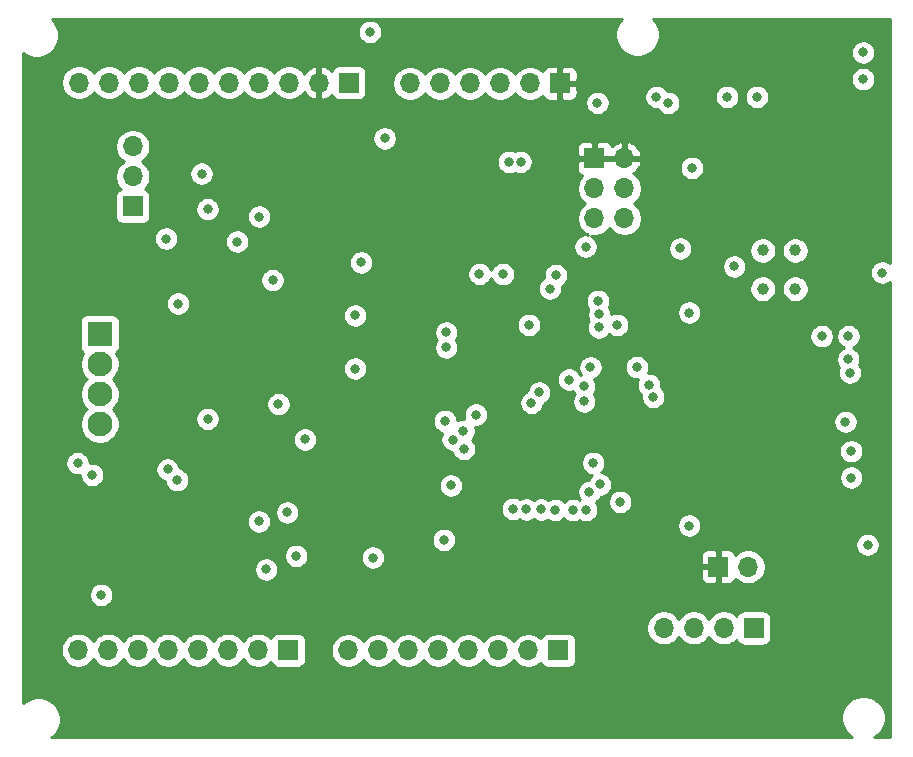
<source format=gbr>
%TF.GenerationSoftware,KiCad,Pcbnew,5.1.12-84ad8e8a86~92~ubuntu20.04.1*%
%TF.CreationDate,2022-08-01T12:29:38-07:00*%
%TF.ProjectId,LoRaXcvr_R2,4c6f5261-5863-4767-925f-52322e6b6963,rev?*%
%TF.SameCoordinates,Original*%
%TF.FileFunction,Copper,L2,Inr*%
%TF.FilePolarity,Positive*%
%FSLAX46Y46*%
G04 Gerber Fmt 4.6, Leading zero omitted, Abs format (unit mm)*
G04 Created by KiCad (PCBNEW 5.1.12-84ad8e8a86~92~ubuntu20.04.1) date 2022-08-01 12:29:38*
%MOMM*%
%LPD*%
G01*
G04 APERTURE LIST*
%TA.AperFunction,ComponentPad*%
%ADD10R,1.700000X1.700000*%
%TD*%
%TA.AperFunction,ComponentPad*%
%ADD11O,1.700000X1.700000*%
%TD*%
%TA.AperFunction,ComponentPad*%
%ADD12R,2.100000X2.100000*%
%TD*%
%TA.AperFunction,ComponentPad*%
%ADD13C,2.100000*%
%TD*%
%TA.AperFunction,ComponentPad*%
%ADD14C,1.000000*%
%TD*%
%TA.AperFunction,ViaPad*%
%ADD15C,0.800000*%
%TD*%
%TA.AperFunction,Conductor*%
%ADD16C,0.254000*%
%TD*%
%TA.AperFunction,Conductor*%
%ADD17C,0.100000*%
%TD*%
G04 APERTURE END LIST*
D10*
%TO.N,+3V3*%
%TO.C,J8*%
X148437600Y-44958000D03*
D11*
%TO.N,/UART1_TXD*%
X145897600Y-44958000D03*
%TO.N,/UART1_RXD*%
X143357600Y-44958000D03*
%TO.N,GND*%
X140817600Y-44958000D03*
%TO.N,/I2C1_SCL*%
X138277600Y-44958000D03*
%TO.N,/I2C1_SDA*%
X135737600Y-44958000D03*
%TD*%
D10*
%TO.N,/PB10*%
%TO.C,J10*%
X125432820Y-92933520D03*
D11*
%TO.N,/PB11*%
X122892820Y-92933520D03*
%TO.N,/PB15*%
X120352820Y-92933520D03*
%TO.N,/PB14*%
X117812820Y-92933520D03*
%TO.N,/PB13*%
X115272820Y-92933520D03*
%TO.N,/PB12*%
X112732820Y-92933520D03*
%TO.N,GND*%
X110192820Y-92933520D03*
%TO.N,+5V*%
X107652820Y-92933520D03*
%TD*%
D12*
%TO.N,/BATV6*%
%TO.C,J1*%
X109474000Y-66167000D03*
D13*
X109474000Y-68707000D03*
%TO.N,GND*%
X109474000Y-71247000D03*
X109474000Y-73787000D03*
%TD*%
D10*
%TO.N,+3V3*%
%TO.C,J2*%
X151356060Y-51305460D03*
D11*
X153896060Y-51305460D03*
%TO.N,Net-(J2-Pad3)*%
X151356060Y-53845460D03*
%TO.N,Net-(J2-Pad4)*%
X153896060Y-53845460D03*
%TO.N,GND*%
X151356060Y-56385460D03*
X153896060Y-56385460D03*
%TD*%
D10*
%TO.N,+3V3*%
%TO.C,J4*%
X161825940Y-85877400D03*
D11*
%TO.N,Net-(J3-Pad1)*%
X164365940Y-85877400D03*
%TD*%
D10*
%TO.N,GND*%
%TO.C,J6*%
X148292820Y-92964000D03*
D11*
%TO.N,/ADC_IN9*%
X145752820Y-92964000D03*
%TO.N,/ADC_IN8*%
X143212820Y-92964000D03*
%TO.N,/ADC_IN7*%
X140672820Y-92964000D03*
%TO.N,/ADC_IN6*%
X138132820Y-92964000D03*
%TO.N,GND*%
X135592820Y-92964000D03*
%TO.N,/DAC_OUT2*%
X133052820Y-92964000D03*
%TO.N,/DAC_OUT1*%
X130512820Y-92964000D03*
%TD*%
D10*
%TO.N,/NRST*%
%TO.C,J7*%
X130566160Y-44886880D03*
D11*
%TO.N,+3V3*%
X128026160Y-44886880D03*
%TO.N,/PA10*%
X125486160Y-44886880D03*
%TO.N,/PA9*%
X122946160Y-44886880D03*
%TO.N,/PA3*%
X120406160Y-44886880D03*
%TO.N,/PA0*%
X117866160Y-44886880D03*
%TO.N,/PA1*%
X115326160Y-44886880D03*
%TO.N,/PA2*%
X112786160Y-44886880D03*
%TO.N,N/C*%
X110246160Y-44886880D03*
%TO.N,GND*%
X107706160Y-44886880D03*
%TD*%
D10*
%TO.N,Net-(J3-Pad1)*%
%TO.C,J3*%
X164846000Y-91059000D03*
D11*
%TO.N,/SWDIO*%
X162306000Y-91059000D03*
%TO.N,/SWCLK*%
X159766000Y-91059000D03*
%TO.N,GND*%
X157226000Y-91059000D03*
%TD*%
D10*
%TO.N,/UART1_TXD*%
%TO.C,J5*%
X112268000Y-55372000D03*
D11*
%TO.N,/UART1_RXD*%
X112268000Y-52832000D03*
%TO.N,GND*%
X112268000Y-50292000D03*
%TD*%
D14*
%TO.N,/DIO5*%
%TO.C,TP1*%
X165600000Y-59100000D03*
%TD*%
%TO.N,/DIO4*%
%TO.C,TP2*%
X165600000Y-62350000D03*
%TD*%
%TO.N,/DIO3*%
%TO.C,TP3*%
X168350000Y-59100000D03*
%TD*%
%TO.N,/DIO2*%
%TO.C,TP4*%
X168350000Y-62350000D03*
%TD*%
D15*
%TO.N,GND*%
X174482760Y-84013040D03*
X146014440Y-71996300D03*
X151020780Y-68988940D03*
X126111000Y-84963000D03*
X122936000Y-82042000D03*
X125349000Y-81280000D03*
X123571000Y-86106000D03*
X109601000Y-88265000D03*
X116034855Y-78546995D03*
X145796000Y-65405000D03*
X151257000Y-77089000D03*
X153543000Y-80391000D03*
X153289000Y-65405000D03*
X159385000Y-64357000D03*
X159386000Y-82390000D03*
X173101000Y-78327000D03*
X174116000Y-42324000D03*
X124600000Y-72100000D03*
X156600000Y-46100000D03*
X162600000Y-46100000D03*
X159600000Y-52100000D03*
X174100000Y-44600000D03*
X165100000Y-46100000D03*
X143600000Y-61100000D03*
X141612653Y-61087347D03*
X124100000Y-61600000D03*
X131600000Y-60100000D03*
X138600000Y-83600000D03*
X121100000Y-58350000D03*
X122975001Y-56225001D03*
X175724994Y-60975006D03*
%TO.N,/BATV6*%
X118100000Y-52600000D03*
%TO.N,/CLK32K0*%
X138811000Y-66040000D03*
X131100000Y-64600000D03*
%TO.N,/CLK32K1*%
X138811000Y-67310000D03*
X131100000Y-69100000D03*
%TO.N,+5V*%
X115218089Y-77626095D03*
X108839000Y-78105000D03*
%TO.N,/NRST*%
X146685000Y-71120000D03*
%TO.N,+3V3*%
X122936000Y-75819000D03*
X153543000Y-75438000D03*
X153416000Y-67310000D03*
X172593000Y-72104000D03*
X169163000Y-43721000D03*
X165600000Y-50600000D03*
X144100000Y-66100000D03*
X143100000Y-67600000D03*
X107600000Y-41600000D03*
%TO.N,+3.3VADC*%
X141328140Y-73002140D03*
X132600000Y-85100000D03*
%TO.N,/LED0*%
X132350000Y-40600000D03*
X133600000Y-49600000D03*
%TO.N,Net-(J2-Pad3)*%
X151600000Y-46600000D03*
%TO.N,Net-(J2-Pad4)*%
X157600000Y-46600000D03*
%TO.N,/SWCLK*%
X151731980Y-65613280D03*
%TO.N,/SWDIO*%
X154944088Y-68970168D03*
%TO.N,/UART1_TXD*%
X148094700Y-61191140D03*
%TO.N,/UART1_RXD*%
X147579080Y-62326520D03*
%TO.N,/I2C1_SCL*%
X145100000Y-51600000D03*
%TO.N,/I2C1_SDA*%
X144100000Y-51600000D03*
%TO.N,/PB10*%
X150931880Y-79537560D03*
%TO.N,/PB11*%
X151823420Y-78910180D03*
%TO.N,/PA10*%
X150495000Y-70612000D03*
%TO.N,/PA9*%
X150495000Y-71882000D03*
%TO.N,/PA3*%
X138689080Y-73527920D03*
%TO.N,/PA2*%
X140298280Y-75888518D03*
%TO.N,/PA1*%
X139354560Y-75112880D03*
%TO.N,/PA0*%
X140258800Y-74378820D03*
%TO.N,/ADC_IN6*%
X146829780Y-81028540D03*
X139192000Y-78994000D03*
X126850000Y-75100000D03*
%TO.N,/DAC_OUT1*%
X144447260Y-80975200D03*
%TO.N,/ADC_IN7*%
X148046440Y-81059020D03*
%TO.N,/DAC_OUT2*%
X145577560Y-81028540D03*
%TO.N,/ADC_IN8*%
X149542500Y-81079340D03*
%TO.N,/ADC_IN9*%
X150652480Y-81053940D03*
%TO.N,/DIO3*%
X172600000Y-73600000D03*
X173100000Y-76100000D03*
%TO.N,/DIO2*%
X172850000Y-66350000D03*
X170600000Y-66350000D03*
%TO.N,/BOOT1*%
X149202140Y-70032880D03*
X150611840Y-58780680D03*
%TO.N,Net-(R2-Pad2)*%
X118600000Y-55600000D03*
X118600000Y-73350000D03*
%TO.N,/RX_DONE*%
X156337000Y-71501000D03*
X172974000Y-69437000D03*
%TO.N,/RX_TIMEOUT*%
X155956000Y-70485000D03*
X172847000Y-68294000D03*
%TO.N,/NSS1*%
X151765000Y-64516000D03*
X163195000Y-60452000D03*
%TO.N,/SCK1*%
X151638000Y-63373000D03*
X158623000Y-58928000D03*
%TO.N,Net-(C1-Pad1)*%
X107600000Y-77100000D03*
X116100000Y-63600000D03*
X115100000Y-58100000D03*
%TD*%
D16*
%TO.N,+3V3*%
X176404674Y-60190975D02*
X176384768Y-60171069D01*
X176215250Y-60057801D01*
X176026892Y-59979780D01*
X175826933Y-59940006D01*
X175623055Y-59940006D01*
X175423096Y-59979780D01*
X175234738Y-60057801D01*
X175065220Y-60171069D01*
X174921057Y-60315232D01*
X174807789Y-60484750D01*
X174729768Y-60673108D01*
X174689994Y-60873067D01*
X174689994Y-61076945D01*
X174729768Y-61276904D01*
X174807789Y-61465262D01*
X174921057Y-61634780D01*
X175065220Y-61778943D01*
X175234738Y-61892211D01*
X175423096Y-61970232D01*
X175623055Y-62010006D01*
X175826933Y-62010006D01*
X176026892Y-61970232D01*
X176215250Y-61892211D01*
X176384768Y-61778943D01*
X176404609Y-61759102D01*
X176403005Y-100330000D01*
X175039015Y-100330000D01*
X175318618Y-100143175D01*
X175581175Y-99880618D01*
X175787466Y-99571882D01*
X175929561Y-99228834D01*
X176002000Y-98864656D01*
X176002000Y-98493344D01*
X175929561Y-98129166D01*
X175787466Y-97786118D01*
X175581175Y-97477382D01*
X175318618Y-97214825D01*
X175009882Y-97008534D01*
X174666834Y-96866439D01*
X174302656Y-96794000D01*
X173931344Y-96794000D01*
X173567166Y-96866439D01*
X173224118Y-97008534D01*
X172915382Y-97214825D01*
X172652825Y-97477382D01*
X172446534Y-97786118D01*
X172304439Y-98129166D01*
X172232000Y-98493344D01*
X172232000Y-98864656D01*
X172304439Y-99228834D01*
X172446534Y-99571882D01*
X172652825Y-99880618D01*
X172915382Y-100143175D01*
X173194985Y-100330000D01*
X105379084Y-100330000D01*
X105468618Y-100270175D01*
X105731175Y-100007618D01*
X105937466Y-99698882D01*
X106079561Y-99355834D01*
X106152000Y-98991656D01*
X106152000Y-98620344D01*
X106079561Y-98256166D01*
X105937466Y-97913118D01*
X105731175Y-97604382D01*
X105468618Y-97341825D01*
X105159882Y-97135534D01*
X104816834Y-96993439D01*
X104452656Y-96921000D01*
X104081344Y-96921000D01*
X103717166Y-96993439D01*
X103374118Y-97135534D01*
X103065382Y-97341825D01*
X102997000Y-97410207D01*
X102997000Y-92787260D01*
X106167820Y-92787260D01*
X106167820Y-93079780D01*
X106224888Y-93366678D01*
X106336830Y-93636931D01*
X106499345Y-93880152D01*
X106706188Y-94086995D01*
X106949409Y-94249510D01*
X107219662Y-94361452D01*
X107506560Y-94418520D01*
X107799080Y-94418520D01*
X108085978Y-94361452D01*
X108356231Y-94249510D01*
X108599452Y-94086995D01*
X108806295Y-93880152D01*
X108922820Y-93705760D01*
X109039345Y-93880152D01*
X109246188Y-94086995D01*
X109489409Y-94249510D01*
X109759662Y-94361452D01*
X110046560Y-94418520D01*
X110339080Y-94418520D01*
X110625978Y-94361452D01*
X110896231Y-94249510D01*
X111139452Y-94086995D01*
X111346295Y-93880152D01*
X111462820Y-93705760D01*
X111579345Y-93880152D01*
X111786188Y-94086995D01*
X112029409Y-94249510D01*
X112299662Y-94361452D01*
X112586560Y-94418520D01*
X112879080Y-94418520D01*
X113165978Y-94361452D01*
X113436231Y-94249510D01*
X113679452Y-94086995D01*
X113886295Y-93880152D01*
X114002820Y-93705760D01*
X114119345Y-93880152D01*
X114326188Y-94086995D01*
X114569409Y-94249510D01*
X114839662Y-94361452D01*
X115126560Y-94418520D01*
X115419080Y-94418520D01*
X115705978Y-94361452D01*
X115976231Y-94249510D01*
X116219452Y-94086995D01*
X116426295Y-93880152D01*
X116542820Y-93705760D01*
X116659345Y-93880152D01*
X116866188Y-94086995D01*
X117109409Y-94249510D01*
X117379662Y-94361452D01*
X117666560Y-94418520D01*
X117959080Y-94418520D01*
X118245978Y-94361452D01*
X118516231Y-94249510D01*
X118759452Y-94086995D01*
X118966295Y-93880152D01*
X119082820Y-93705760D01*
X119199345Y-93880152D01*
X119406188Y-94086995D01*
X119649409Y-94249510D01*
X119919662Y-94361452D01*
X120206560Y-94418520D01*
X120499080Y-94418520D01*
X120785978Y-94361452D01*
X121056231Y-94249510D01*
X121299452Y-94086995D01*
X121506295Y-93880152D01*
X121622820Y-93705760D01*
X121739345Y-93880152D01*
X121946188Y-94086995D01*
X122189409Y-94249510D01*
X122459662Y-94361452D01*
X122746560Y-94418520D01*
X123039080Y-94418520D01*
X123325978Y-94361452D01*
X123596231Y-94249510D01*
X123839452Y-94086995D01*
X123971307Y-93955140D01*
X123993318Y-94027700D01*
X124052283Y-94138014D01*
X124131635Y-94234705D01*
X124228326Y-94314057D01*
X124338640Y-94373022D01*
X124458338Y-94409332D01*
X124582820Y-94421592D01*
X126282820Y-94421592D01*
X126407302Y-94409332D01*
X126527000Y-94373022D01*
X126637314Y-94314057D01*
X126734005Y-94234705D01*
X126813357Y-94138014D01*
X126872322Y-94027700D01*
X126908632Y-93908002D01*
X126920892Y-93783520D01*
X126920892Y-92817740D01*
X129027820Y-92817740D01*
X129027820Y-93110260D01*
X129084888Y-93397158D01*
X129196830Y-93667411D01*
X129359345Y-93910632D01*
X129566188Y-94117475D01*
X129809409Y-94279990D01*
X130079662Y-94391932D01*
X130366560Y-94449000D01*
X130659080Y-94449000D01*
X130945978Y-94391932D01*
X131216231Y-94279990D01*
X131459452Y-94117475D01*
X131666295Y-93910632D01*
X131782820Y-93736240D01*
X131899345Y-93910632D01*
X132106188Y-94117475D01*
X132349409Y-94279990D01*
X132619662Y-94391932D01*
X132906560Y-94449000D01*
X133199080Y-94449000D01*
X133485978Y-94391932D01*
X133756231Y-94279990D01*
X133999452Y-94117475D01*
X134206295Y-93910632D01*
X134322820Y-93736240D01*
X134439345Y-93910632D01*
X134646188Y-94117475D01*
X134889409Y-94279990D01*
X135159662Y-94391932D01*
X135446560Y-94449000D01*
X135739080Y-94449000D01*
X136025978Y-94391932D01*
X136296231Y-94279990D01*
X136539452Y-94117475D01*
X136746295Y-93910632D01*
X136862820Y-93736240D01*
X136979345Y-93910632D01*
X137186188Y-94117475D01*
X137429409Y-94279990D01*
X137699662Y-94391932D01*
X137986560Y-94449000D01*
X138279080Y-94449000D01*
X138565978Y-94391932D01*
X138836231Y-94279990D01*
X139079452Y-94117475D01*
X139286295Y-93910632D01*
X139402820Y-93736240D01*
X139519345Y-93910632D01*
X139726188Y-94117475D01*
X139969409Y-94279990D01*
X140239662Y-94391932D01*
X140526560Y-94449000D01*
X140819080Y-94449000D01*
X141105978Y-94391932D01*
X141376231Y-94279990D01*
X141619452Y-94117475D01*
X141826295Y-93910632D01*
X141942820Y-93736240D01*
X142059345Y-93910632D01*
X142266188Y-94117475D01*
X142509409Y-94279990D01*
X142779662Y-94391932D01*
X143066560Y-94449000D01*
X143359080Y-94449000D01*
X143645978Y-94391932D01*
X143916231Y-94279990D01*
X144159452Y-94117475D01*
X144366295Y-93910632D01*
X144482820Y-93736240D01*
X144599345Y-93910632D01*
X144806188Y-94117475D01*
X145049409Y-94279990D01*
X145319662Y-94391932D01*
X145606560Y-94449000D01*
X145899080Y-94449000D01*
X146185978Y-94391932D01*
X146456231Y-94279990D01*
X146699452Y-94117475D01*
X146831307Y-93985620D01*
X146853318Y-94058180D01*
X146912283Y-94168494D01*
X146991635Y-94265185D01*
X147088326Y-94344537D01*
X147198640Y-94403502D01*
X147318338Y-94439812D01*
X147442820Y-94452072D01*
X149142820Y-94452072D01*
X149267302Y-94439812D01*
X149387000Y-94403502D01*
X149497314Y-94344537D01*
X149594005Y-94265185D01*
X149673357Y-94168494D01*
X149732322Y-94058180D01*
X149768632Y-93938482D01*
X149780892Y-93814000D01*
X149780892Y-92114000D01*
X149768632Y-91989518D01*
X149732322Y-91869820D01*
X149673357Y-91759506D01*
X149594005Y-91662815D01*
X149497314Y-91583463D01*
X149387000Y-91524498D01*
X149267302Y-91488188D01*
X149142820Y-91475928D01*
X147442820Y-91475928D01*
X147318338Y-91488188D01*
X147198640Y-91524498D01*
X147088326Y-91583463D01*
X146991635Y-91662815D01*
X146912283Y-91759506D01*
X146853318Y-91869820D01*
X146831307Y-91942380D01*
X146699452Y-91810525D01*
X146456231Y-91648010D01*
X146185978Y-91536068D01*
X145899080Y-91479000D01*
X145606560Y-91479000D01*
X145319662Y-91536068D01*
X145049409Y-91648010D01*
X144806188Y-91810525D01*
X144599345Y-92017368D01*
X144482820Y-92191760D01*
X144366295Y-92017368D01*
X144159452Y-91810525D01*
X143916231Y-91648010D01*
X143645978Y-91536068D01*
X143359080Y-91479000D01*
X143066560Y-91479000D01*
X142779662Y-91536068D01*
X142509409Y-91648010D01*
X142266188Y-91810525D01*
X142059345Y-92017368D01*
X141942820Y-92191760D01*
X141826295Y-92017368D01*
X141619452Y-91810525D01*
X141376231Y-91648010D01*
X141105978Y-91536068D01*
X140819080Y-91479000D01*
X140526560Y-91479000D01*
X140239662Y-91536068D01*
X139969409Y-91648010D01*
X139726188Y-91810525D01*
X139519345Y-92017368D01*
X139402820Y-92191760D01*
X139286295Y-92017368D01*
X139079452Y-91810525D01*
X138836231Y-91648010D01*
X138565978Y-91536068D01*
X138279080Y-91479000D01*
X137986560Y-91479000D01*
X137699662Y-91536068D01*
X137429409Y-91648010D01*
X137186188Y-91810525D01*
X136979345Y-92017368D01*
X136862820Y-92191760D01*
X136746295Y-92017368D01*
X136539452Y-91810525D01*
X136296231Y-91648010D01*
X136025978Y-91536068D01*
X135739080Y-91479000D01*
X135446560Y-91479000D01*
X135159662Y-91536068D01*
X134889409Y-91648010D01*
X134646188Y-91810525D01*
X134439345Y-92017368D01*
X134322820Y-92191760D01*
X134206295Y-92017368D01*
X133999452Y-91810525D01*
X133756231Y-91648010D01*
X133485978Y-91536068D01*
X133199080Y-91479000D01*
X132906560Y-91479000D01*
X132619662Y-91536068D01*
X132349409Y-91648010D01*
X132106188Y-91810525D01*
X131899345Y-92017368D01*
X131782820Y-92191760D01*
X131666295Y-92017368D01*
X131459452Y-91810525D01*
X131216231Y-91648010D01*
X130945978Y-91536068D01*
X130659080Y-91479000D01*
X130366560Y-91479000D01*
X130079662Y-91536068D01*
X129809409Y-91648010D01*
X129566188Y-91810525D01*
X129359345Y-92017368D01*
X129196830Y-92260589D01*
X129084888Y-92530842D01*
X129027820Y-92817740D01*
X126920892Y-92817740D01*
X126920892Y-92083520D01*
X126908632Y-91959038D01*
X126872322Y-91839340D01*
X126813357Y-91729026D01*
X126734005Y-91632335D01*
X126637314Y-91552983D01*
X126527000Y-91494018D01*
X126407302Y-91457708D01*
X126282820Y-91445448D01*
X124582820Y-91445448D01*
X124458338Y-91457708D01*
X124338640Y-91494018D01*
X124228326Y-91552983D01*
X124131635Y-91632335D01*
X124052283Y-91729026D01*
X123993318Y-91839340D01*
X123971307Y-91911900D01*
X123839452Y-91780045D01*
X123596231Y-91617530D01*
X123325978Y-91505588D01*
X123039080Y-91448520D01*
X122746560Y-91448520D01*
X122459662Y-91505588D01*
X122189409Y-91617530D01*
X121946188Y-91780045D01*
X121739345Y-91986888D01*
X121622820Y-92161280D01*
X121506295Y-91986888D01*
X121299452Y-91780045D01*
X121056231Y-91617530D01*
X120785978Y-91505588D01*
X120499080Y-91448520D01*
X120206560Y-91448520D01*
X119919662Y-91505588D01*
X119649409Y-91617530D01*
X119406188Y-91780045D01*
X119199345Y-91986888D01*
X119082820Y-92161280D01*
X118966295Y-91986888D01*
X118759452Y-91780045D01*
X118516231Y-91617530D01*
X118245978Y-91505588D01*
X117959080Y-91448520D01*
X117666560Y-91448520D01*
X117379662Y-91505588D01*
X117109409Y-91617530D01*
X116866188Y-91780045D01*
X116659345Y-91986888D01*
X116542820Y-92161280D01*
X116426295Y-91986888D01*
X116219452Y-91780045D01*
X115976231Y-91617530D01*
X115705978Y-91505588D01*
X115419080Y-91448520D01*
X115126560Y-91448520D01*
X114839662Y-91505588D01*
X114569409Y-91617530D01*
X114326188Y-91780045D01*
X114119345Y-91986888D01*
X114002820Y-92161280D01*
X113886295Y-91986888D01*
X113679452Y-91780045D01*
X113436231Y-91617530D01*
X113165978Y-91505588D01*
X112879080Y-91448520D01*
X112586560Y-91448520D01*
X112299662Y-91505588D01*
X112029409Y-91617530D01*
X111786188Y-91780045D01*
X111579345Y-91986888D01*
X111462820Y-92161280D01*
X111346295Y-91986888D01*
X111139452Y-91780045D01*
X110896231Y-91617530D01*
X110625978Y-91505588D01*
X110339080Y-91448520D01*
X110046560Y-91448520D01*
X109759662Y-91505588D01*
X109489409Y-91617530D01*
X109246188Y-91780045D01*
X109039345Y-91986888D01*
X108922820Y-92161280D01*
X108806295Y-91986888D01*
X108599452Y-91780045D01*
X108356231Y-91617530D01*
X108085978Y-91505588D01*
X107799080Y-91448520D01*
X107506560Y-91448520D01*
X107219662Y-91505588D01*
X106949409Y-91617530D01*
X106706188Y-91780045D01*
X106499345Y-91986888D01*
X106336830Y-92230109D01*
X106224888Y-92500362D01*
X106167820Y-92787260D01*
X102997000Y-92787260D01*
X102997000Y-90912740D01*
X155741000Y-90912740D01*
X155741000Y-91205260D01*
X155798068Y-91492158D01*
X155910010Y-91762411D01*
X156072525Y-92005632D01*
X156279368Y-92212475D01*
X156522589Y-92374990D01*
X156792842Y-92486932D01*
X157079740Y-92544000D01*
X157372260Y-92544000D01*
X157659158Y-92486932D01*
X157929411Y-92374990D01*
X158172632Y-92212475D01*
X158379475Y-92005632D01*
X158496000Y-91831240D01*
X158612525Y-92005632D01*
X158819368Y-92212475D01*
X159062589Y-92374990D01*
X159332842Y-92486932D01*
X159619740Y-92544000D01*
X159912260Y-92544000D01*
X160199158Y-92486932D01*
X160469411Y-92374990D01*
X160712632Y-92212475D01*
X160919475Y-92005632D01*
X161036000Y-91831240D01*
X161152525Y-92005632D01*
X161359368Y-92212475D01*
X161602589Y-92374990D01*
X161872842Y-92486932D01*
X162159740Y-92544000D01*
X162452260Y-92544000D01*
X162739158Y-92486932D01*
X163009411Y-92374990D01*
X163252632Y-92212475D01*
X163384487Y-92080620D01*
X163406498Y-92153180D01*
X163465463Y-92263494D01*
X163544815Y-92360185D01*
X163641506Y-92439537D01*
X163751820Y-92498502D01*
X163871518Y-92534812D01*
X163996000Y-92547072D01*
X165696000Y-92547072D01*
X165820482Y-92534812D01*
X165940180Y-92498502D01*
X166050494Y-92439537D01*
X166147185Y-92360185D01*
X166226537Y-92263494D01*
X166285502Y-92153180D01*
X166321812Y-92033482D01*
X166334072Y-91909000D01*
X166334072Y-90209000D01*
X166321812Y-90084518D01*
X166285502Y-89964820D01*
X166226537Y-89854506D01*
X166147185Y-89757815D01*
X166050494Y-89678463D01*
X165940180Y-89619498D01*
X165820482Y-89583188D01*
X165696000Y-89570928D01*
X163996000Y-89570928D01*
X163871518Y-89583188D01*
X163751820Y-89619498D01*
X163641506Y-89678463D01*
X163544815Y-89757815D01*
X163465463Y-89854506D01*
X163406498Y-89964820D01*
X163384487Y-90037380D01*
X163252632Y-89905525D01*
X163009411Y-89743010D01*
X162739158Y-89631068D01*
X162452260Y-89574000D01*
X162159740Y-89574000D01*
X161872842Y-89631068D01*
X161602589Y-89743010D01*
X161359368Y-89905525D01*
X161152525Y-90112368D01*
X161036000Y-90286760D01*
X160919475Y-90112368D01*
X160712632Y-89905525D01*
X160469411Y-89743010D01*
X160199158Y-89631068D01*
X159912260Y-89574000D01*
X159619740Y-89574000D01*
X159332842Y-89631068D01*
X159062589Y-89743010D01*
X158819368Y-89905525D01*
X158612525Y-90112368D01*
X158496000Y-90286760D01*
X158379475Y-90112368D01*
X158172632Y-89905525D01*
X157929411Y-89743010D01*
X157659158Y-89631068D01*
X157372260Y-89574000D01*
X157079740Y-89574000D01*
X156792842Y-89631068D01*
X156522589Y-89743010D01*
X156279368Y-89905525D01*
X156072525Y-90112368D01*
X155910010Y-90355589D01*
X155798068Y-90625842D01*
X155741000Y-90912740D01*
X102997000Y-90912740D01*
X102997000Y-88163061D01*
X108566000Y-88163061D01*
X108566000Y-88366939D01*
X108605774Y-88566898D01*
X108683795Y-88755256D01*
X108797063Y-88924774D01*
X108941226Y-89068937D01*
X109110744Y-89182205D01*
X109299102Y-89260226D01*
X109499061Y-89300000D01*
X109702939Y-89300000D01*
X109902898Y-89260226D01*
X110091256Y-89182205D01*
X110260774Y-89068937D01*
X110404937Y-88924774D01*
X110518205Y-88755256D01*
X110596226Y-88566898D01*
X110636000Y-88366939D01*
X110636000Y-88163061D01*
X110596226Y-87963102D01*
X110518205Y-87774744D01*
X110404937Y-87605226D01*
X110260774Y-87461063D01*
X110091256Y-87347795D01*
X109902898Y-87269774D01*
X109702939Y-87230000D01*
X109499061Y-87230000D01*
X109299102Y-87269774D01*
X109110744Y-87347795D01*
X108941226Y-87461063D01*
X108797063Y-87605226D01*
X108683795Y-87774744D01*
X108605774Y-87963102D01*
X108566000Y-88163061D01*
X102997000Y-88163061D01*
X102997000Y-86004061D01*
X122536000Y-86004061D01*
X122536000Y-86207939D01*
X122575774Y-86407898D01*
X122653795Y-86596256D01*
X122767063Y-86765774D01*
X122911226Y-86909937D01*
X123080744Y-87023205D01*
X123269102Y-87101226D01*
X123469061Y-87141000D01*
X123672939Y-87141000D01*
X123872898Y-87101226D01*
X124061256Y-87023205D01*
X124230774Y-86909937D01*
X124374937Y-86765774D01*
X124400577Y-86727400D01*
X160337868Y-86727400D01*
X160350128Y-86851882D01*
X160386438Y-86971580D01*
X160445403Y-87081894D01*
X160524755Y-87178585D01*
X160621446Y-87257937D01*
X160731760Y-87316902D01*
X160851458Y-87353212D01*
X160975940Y-87365472D01*
X161540190Y-87362400D01*
X161698940Y-87203650D01*
X161698940Y-86004400D01*
X160499690Y-86004400D01*
X160340940Y-86163150D01*
X160337868Y-86727400D01*
X124400577Y-86727400D01*
X124488205Y-86596256D01*
X124566226Y-86407898D01*
X124606000Y-86207939D01*
X124606000Y-86004061D01*
X124566226Y-85804102D01*
X124488205Y-85615744D01*
X124374937Y-85446226D01*
X124230774Y-85302063D01*
X124061256Y-85188795D01*
X123872898Y-85110774D01*
X123672939Y-85071000D01*
X123469061Y-85071000D01*
X123269102Y-85110774D01*
X123080744Y-85188795D01*
X122911226Y-85302063D01*
X122767063Y-85446226D01*
X122653795Y-85615744D01*
X122575774Y-85804102D01*
X122536000Y-86004061D01*
X102997000Y-86004061D01*
X102997000Y-84861061D01*
X125076000Y-84861061D01*
X125076000Y-85064939D01*
X125115774Y-85264898D01*
X125193795Y-85453256D01*
X125307063Y-85622774D01*
X125451226Y-85766937D01*
X125620744Y-85880205D01*
X125809102Y-85958226D01*
X126009061Y-85998000D01*
X126212939Y-85998000D01*
X126412898Y-85958226D01*
X126601256Y-85880205D01*
X126770774Y-85766937D01*
X126914937Y-85622774D01*
X127028205Y-85453256D01*
X127106226Y-85264898D01*
X127146000Y-85064939D01*
X127146000Y-84998061D01*
X131565000Y-84998061D01*
X131565000Y-85201939D01*
X131604774Y-85401898D01*
X131682795Y-85590256D01*
X131796063Y-85759774D01*
X131940226Y-85903937D01*
X132109744Y-86017205D01*
X132298102Y-86095226D01*
X132498061Y-86135000D01*
X132701939Y-86135000D01*
X132901898Y-86095226D01*
X133090256Y-86017205D01*
X133259774Y-85903937D01*
X133403937Y-85759774D01*
X133517205Y-85590256D01*
X133595226Y-85401898D01*
X133635000Y-85201939D01*
X133635000Y-85027400D01*
X160337868Y-85027400D01*
X160340940Y-85591650D01*
X160499690Y-85750400D01*
X161698940Y-85750400D01*
X161698940Y-84551150D01*
X161952940Y-84551150D01*
X161952940Y-85750400D01*
X161972940Y-85750400D01*
X161972940Y-86004400D01*
X161952940Y-86004400D01*
X161952940Y-87203650D01*
X162111690Y-87362400D01*
X162675940Y-87365472D01*
X162800422Y-87353212D01*
X162920120Y-87316902D01*
X163030434Y-87257937D01*
X163127125Y-87178585D01*
X163206477Y-87081894D01*
X163265442Y-86971580D01*
X163287453Y-86899020D01*
X163419308Y-87030875D01*
X163662529Y-87193390D01*
X163932782Y-87305332D01*
X164219680Y-87362400D01*
X164512200Y-87362400D01*
X164799098Y-87305332D01*
X165069351Y-87193390D01*
X165312572Y-87030875D01*
X165519415Y-86824032D01*
X165681930Y-86580811D01*
X165793872Y-86310558D01*
X165850940Y-86023660D01*
X165850940Y-85731140D01*
X165793872Y-85444242D01*
X165681930Y-85173989D01*
X165519415Y-84930768D01*
X165312572Y-84723925D01*
X165069351Y-84561410D01*
X164799098Y-84449468D01*
X164512200Y-84392400D01*
X164219680Y-84392400D01*
X163932782Y-84449468D01*
X163662529Y-84561410D01*
X163419308Y-84723925D01*
X163287453Y-84855780D01*
X163265442Y-84783220D01*
X163206477Y-84672906D01*
X163127125Y-84576215D01*
X163030434Y-84496863D01*
X162920120Y-84437898D01*
X162800422Y-84401588D01*
X162675940Y-84389328D01*
X162111690Y-84392400D01*
X161952940Y-84551150D01*
X161698940Y-84551150D01*
X161540190Y-84392400D01*
X160975940Y-84389328D01*
X160851458Y-84401588D01*
X160731760Y-84437898D01*
X160621446Y-84496863D01*
X160524755Y-84576215D01*
X160445403Y-84672906D01*
X160386438Y-84783220D01*
X160350128Y-84902918D01*
X160337868Y-85027400D01*
X133635000Y-85027400D01*
X133635000Y-84998061D01*
X133595226Y-84798102D01*
X133517205Y-84609744D01*
X133403937Y-84440226D01*
X133259774Y-84296063D01*
X133090256Y-84182795D01*
X132901898Y-84104774D01*
X132701939Y-84065000D01*
X132498061Y-84065000D01*
X132298102Y-84104774D01*
X132109744Y-84182795D01*
X131940226Y-84296063D01*
X131796063Y-84440226D01*
X131682795Y-84609744D01*
X131604774Y-84798102D01*
X131565000Y-84998061D01*
X127146000Y-84998061D01*
X127146000Y-84861061D01*
X127106226Y-84661102D01*
X127028205Y-84472744D01*
X126914937Y-84303226D01*
X126770774Y-84159063D01*
X126601256Y-84045795D01*
X126412898Y-83967774D01*
X126212939Y-83928000D01*
X126009061Y-83928000D01*
X125809102Y-83967774D01*
X125620744Y-84045795D01*
X125451226Y-84159063D01*
X125307063Y-84303226D01*
X125193795Y-84472744D01*
X125115774Y-84661102D01*
X125076000Y-84861061D01*
X102997000Y-84861061D01*
X102997000Y-83498061D01*
X137565000Y-83498061D01*
X137565000Y-83701939D01*
X137604774Y-83901898D01*
X137682795Y-84090256D01*
X137796063Y-84259774D01*
X137940226Y-84403937D01*
X138109744Y-84517205D01*
X138298102Y-84595226D01*
X138498061Y-84635000D01*
X138701939Y-84635000D01*
X138901898Y-84595226D01*
X139090256Y-84517205D01*
X139259774Y-84403937D01*
X139403937Y-84259774D01*
X139517205Y-84090256D01*
X139591413Y-83911101D01*
X173447760Y-83911101D01*
X173447760Y-84114979D01*
X173487534Y-84314938D01*
X173565555Y-84503296D01*
X173678823Y-84672814D01*
X173822986Y-84816977D01*
X173992504Y-84930245D01*
X174180862Y-85008266D01*
X174380821Y-85048040D01*
X174584699Y-85048040D01*
X174784658Y-85008266D01*
X174973016Y-84930245D01*
X175142534Y-84816977D01*
X175286697Y-84672814D01*
X175399965Y-84503296D01*
X175477986Y-84314938D01*
X175517760Y-84114979D01*
X175517760Y-83911101D01*
X175477986Y-83711142D01*
X175399965Y-83522784D01*
X175286697Y-83353266D01*
X175142534Y-83209103D01*
X174973016Y-83095835D01*
X174784658Y-83017814D01*
X174584699Y-82978040D01*
X174380821Y-82978040D01*
X174180862Y-83017814D01*
X173992504Y-83095835D01*
X173822986Y-83209103D01*
X173678823Y-83353266D01*
X173565555Y-83522784D01*
X173487534Y-83711142D01*
X173447760Y-83911101D01*
X139591413Y-83911101D01*
X139595226Y-83901898D01*
X139635000Y-83701939D01*
X139635000Y-83498061D01*
X139595226Y-83298102D01*
X139517205Y-83109744D01*
X139403937Y-82940226D01*
X139259774Y-82796063D01*
X139090256Y-82682795D01*
X138901898Y-82604774D01*
X138701939Y-82565000D01*
X138498061Y-82565000D01*
X138298102Y-82604774D01*
X138109744Y-82682795D01*
X137940226Y-82796063D01*
X137796063Y-82940226D01*
X137682795Y-83109744D01*
X137604774Y-83298102D01*
X137565000Y-83498061D01*
X102997000Y-83498061D01*
X102997000Y-81940061D01*
X121901000Y-81940061D01*
X121901000Y-82143939D01*
X121940774Y-82343898D01*
X122018795Y-82532256D01*
X122132063Y-82701774D01*
X122276226Y-82845937D01*
X122445744Y-82959205D01*
X122634102Y-83037226D01*
X122834061Y-83077000D01*
X123037939Y-83077000D01*
X123237898Y-83037226D01*
X123426256Y-82959205D01*
X123595774Y-82845937D01*
X123739937Y-82701774D01*
X123853205Y-82532256D01*
X123931226Y-82343898D01*
X123971000Y-82143939D01*
X123971000Y-81940061D01*
X123931226Y-81740102D01*
X123853205Y-81551744D01*
X123739937Y-81382226D01*
X123595774Y-81238063D01*
X123505975Y-81178061D01*
X124314000Y-81178061D01*
X124314000Y-81381939D01*
X124353774Y-81581898D01*
X124431795Y-81770256D01*
X124545063Y-81939774D01*
X124689226Y-82083937D01*
X124858744Y-82197205D01*
X125047102Y-82275226D01*
X125247061Y-82315000D01*
X125450939Y-82315000D01*
X125586371Y-82288061D01*
X158351000Y-82288061D01*
X158351000Y-82491939D01*
X158390774Y-82691898D01*
X158468795Y-82880256D01*
X158582063Y-83049774D01*
X158726226Y-83193937D01*
X158895744Y-83307205D01*
X159084102Y-83385226D01*
X159284061Y-83425000D01*
X159487939Y-83425000D01*
X159687898Y-83385226D01*
X159876256Y-83307205D01*
X160045774Y-83193937D01*
X160189937Y-83049774D01*
X160303205Y-82880256D01*
X160381226Y-82691898D01*
X160421000Y-82491939D01*
X160421000Y-82288061D01*
X160381226Y-82088102D01*
X160303205Y-81899744D01*
X160189937Y-81730226D01*
X160045774Y-81586063D01*
X159876256Y-81472795D01*
X159687898Y-81394774D01*
X159487939Y-81355000D01*
X159284061Y-81355000D01*
X159084102Y-81394774D01*
X158895744Y-81472795D01*
X158726226Y-81586063D01*
X158582063Y-81730226D01*
X158468795Y-81899744D01*
X158390774Y-82088102D01*
X158351000Y-82288061D01*
X125586371Y-82288061D01*
X125650898Y-82275226D01*
X125839256Y-82197205D01*
X126008774Y-82083937D01*
X126152937Y-81939774D01*
X126266205Y-81770256D01*
X126344226Y-81581898D01*
X126384000Y-81381939D01*
X126384000Y-81178061D01*
X126344226Y-80978102D01*
X126300800Y-80873261D01*
X143412260Y-80873261D01*
X143412260Y-81077139D01*
X143452034Y-81277098D01*
X143530055Y-81465456D01*
X143643323Y-81634974D01*
X143787486Y-81779137D01*
X143957004Y-81892405D01*
X144145362Y-81970426D01*
X144345321Y-82010200D01*
X144549199Y-82010200D01*
X144749158Y-81970426D01*
X144937516Y-81892405D01*
X144972495Y-81869033D01*
X145087304Y-81945745D01*
X145275662Y-82023766D01*
X145475621Y-82063540D01*
X145679499Y-82063540D01*
X145879458Y-82023766D01*
X146067816Y-81945745D01*
X146203670Y-81854971D01*
X146339524Y-81945745D01*
X146527882Y-82023766D01*
X146727841Y-82063540D01*
X146931719Y-82063540D01*
X147131678Y-82023766D01*
X147320036Y-81945745D01*
X147415302Y-81882091D01*
X147556184Y-81976225D01*
X147744542Y-82054246D01*
X147944501Y-82094020D01*
X148148379Y-82094020D01*
X148348338Y-82054246D01*
X148536696Y-81976225D01*
X148706214Y-81862957D01*
X148784310Y-81784861D01*
X148882726Y-81883277D01*
X149052244Y-81996545D01*
X149240602Y-82074566D01*
X149440561Y-82114340D01*
X149644439Y-82114340D01*
X149844398Y-82074566D01*
X150032756Y-81996545D01*
X150116497Y-81940591D01*
X150162224Y-81971145D01*
X150350582Y-82049166D01*
X150550541Y-82088940D01*
X150754419Y-82088940D01*
X150954378Y-82049166D01*
X151142736Y-81971145D01*
X151312254Y-81857877D01*
X151456417Y-81713714D01*
X151569685Y-81544196D01*
X151647706Y-81355838D01*
X151687480Y-81155879D01*
X151687480Y-80952001D01*
X151647706Y-80752042D01*
X151569685Y-80563684D01*
X151473829Y-80420225D01*
X151591654Y-80341497D01*
X151644090Y-80289061D01*
X152508000Y-80289061D01*
X152508000Y-80492939D01*
X152547774Y-80692898D01*
X152625795Y-80881256D01*
X152739063Y-81050774D01*
X152883226Y-81194937D01*
X153052744Y-81308205D01*
X153241102Y-81386226D01*
X153441061Y-81426000D01*
X153644939Y-81426000D01*
X153844898Y-81386226D01*
X154033256Y-81308205D01*
X154202774Y-81194937D01*
X154346937Y-81050774D01*
X154460205Y-80881256D01*
X154538226Y-80692898D01*
X154578000Y-80492939D01*
X154578000Y-80289061D01*
X154538226Y-80089102D01*
X154460205Y-79900744D01*
X154346937Y-79731226D01*
X154202774Y-79587063D01*
X154033256Y-79473795D01*
X153844898Y-79395774D01*
X153644939Y-79356000D01*
X153441061Y-79356000D01*
X153241102Y-79395774D01*
X153052744Y-79473795D01*
X152883226Y-79587063D01*
X152739063Y-79731226D01*
X152625795Y-79900744D01*
X152547774Y-80089102D01*
X152508000Y-80289061D01*
X151644090Y-80289061D01*
X151735817Y-80197334D01*
X151849085Y-80027816D01*
X151883314Y-79945180D01*
X151925359Y-79945180D01*
X152125318Y-79905406D01*
X152313676Y-79827385D01*
X152483194Y-79714117D01*
X152627357Y-79569954D01*
X152740625Y-79400436D01*
X152818646Y-79212078D01*
X152858420Y-79012119D01*
X152858420Y-78808241D01*
X152818646Y-78608282D01*
X152740625Y-78419924D01*
X152627357Y-78250406D01*
X152602012Y-78225061D01*
X172066000Y-78225061D01*
X172066000Y-78428939D01*
X172105774Y-78628898D01*
X172183795Y-78817256D01*
X172297063Y-78986774D01*
X172441226Y-79130937D01*
X172610744Y-79244205D01*
X172799102Y-79322226D01*
X172999061Y-79362000D01*
X173202939Y-79362000D01*
X173402898Y-79322226D01*
X173591256Y-79244205D01*
X173760774Y-79130937D01*
X173904937Y-78986774D01*
X174018205Y-78817256D01*
X174096226Y-78628898D01*
X174136000Y-78428939D01*
X174136000Y-78225061D01*
X174096226Y-78025102D01*
X174018205Y-77836744D01*
X173904937Y-77667226D01*
X173760774Y-77523063D01*
X173591256Y-77409795D01*
X173402898Y-77331774D01*
X173202939Y-77292000D01*
X172999061Y-77292000D01*
X172799102Y-77331774D01*
X172610744Y-77409795D01*
X172441226Y-77523063D01*
X172297063Y-77667226D01*
X172183795Y-77836744D01*
X172105774Y-78025102D01*
X172066000Y-78225061D01*
X152602012Y-78225061D01*
X152483194Y-78106243D01*
X152313676Y-77992975D01*
X152125318Y-77914954D01*
X151933009Y-77876702D01*
X152060937Y-77748774D01*
X152174205Y-77579256D01*
X152252226Y-77390898D01*
X152292000Y-77190939D01*
X152292000Y-76987061D01*
X152252226Y-76787102D01*
X152174205Y-76598744D01*
X152060937Y-76429226D01*
X151916774Y-76285063D01*
X151747256Y-76171795D01*
X151558898Y-76093774D01*
X151358939Y-76054000D01*
X151155061Y-76054000D01*
X150955102Y-76093774D01*
X150766744Y-76171795D01*
X150597226Y-76285063D01*
X150453063Y-76429226D01*
X150339795Y-76598744D01*
X150261774Y-76787102D01*
X150222000Y-76987061D01*
X150222000Y-77190939D01*
X150261774Y-77390898D01*
X150339795Y-77579256D01*
X150453063Y-77748774D01*
X150597226Y-77892937D01*
X150766744Y-78006205D01*
X150955102Y-78084226D01*
X151147411Y-78122478D01*
X151019483Y-78250406D01*
X150906215Y-78419924D01*
X150871986Y-78502560D01*
X150829941Y-78502560D01*
X150629982Y-78542334D01*
X150441624Y-78620355D01*
X150272106Y-78733623D01*
X150127943Y-78877786D01*
X150014675Y-79047304D01*
X149936654Y-79235662D01*
X149896880Y-79435621D01*
X149896880Y-79639499D01*
X149936654Y-79839458D01*
X150014675Y-80027816D01*
X150110531Y-80171275D01*
X150078483Y-80192689D01*
X150032756Y-80162135D01*
X149844398Y-80084114D01*
X149644439Y-80044340D01*
X149440561Y-80044340D01*
X149240602Y-80084114D01*
X149052244Y-80162135D01*
X148882726Y-80275403D01*
X148804630Y-80353499D01*
X148706214Y-80255083D01*
X148536696Y-80141815D01*
X148348338Y-80063794D01*
X148148379Y-80024020D01*
X147944501Y-80024020D01*
X147744542Y-80063794D01*
X147556184Y-80141815D01*
X147460918Y-80205469D01*
X147320036Y-80111335D01*
X147131678Y-80033314D01*
X146931719Y-79993540D01*
X146727841Y-79993540D01*
X146527882Y-80033314D01*
X146339524Y-80111335D01*
X146203670Y-80202109D01*
X146067816Y-80111335D01*
X145879458Y-80033314D01*
X145679499Y-79993540D01*
X145475621Y-79993540D01*
X145275662Y-80033314D01*
X145087304Y-80111335D01*
X145052325Y-80134707D01*
X144937516Y-80057995D01*
X144749158Y-79979974D01*
X144549199Y-79940200D01*
X144345321Y-79940200D01*
X144145362Y-79979974D01*
X143957004Y-80057995D01*
X143787486Y-80171263D01*
X143643323Y-80315426D01*
X143530055Y-80484944D01*
X143452034Y-80673302D01*
X143412260Y-80873261D01*
X126300800Y-80873261D01*
X126266205Y-80789744D01*
X126152937Y-80620226D01*
X126008774Y-80476063D01*
X125839256Y-80362795D01*
X125650898Y-80284774D01*
X125450939Y-80245000D01*
X125247061Y-80245000D01*
X125047102Y-80284774D01*
X124858744Y-80362795D01*
X124689226Y-80476063D01*
X124545063Y-80620226D01*
X124431795Y-80789744D01*
X124353774Y-80978102D01*
X124314000Y-81178061D01*
X123505975Y-81178061D01*
X123426256Y-81124795D01*
X123237898Y-81046774D01*
X123037939Y-81007000D01*
X122834061Y-81007000D01*
X122634102Y-81046774D01*
X122445744Y-81124795D01*
X122276226Y-81238063D01*
X122132063Y-81382226D01*
X122018795Y-81551744D01*
X121940774Y-81740102D01*
X121901000Y-81940061D01*
X102997000Y-81940061D01*
X102997000Y-76998061D01*
X106565000Y-76998061D01*
X106565000Y-77201939D01*
X106604774Y-77401898D01*
X106682795Y-77590256D01*
X106796063Y-77759774D01*
X106940226Y-77903937D01*
X107109744Y-78017205D01*
X107298102Y-78095226D01*
X107498061Y-78135000D01*
X107701939Y-78135000D01*
X107804000Y-78114699D01*
X107804000Y-78206939D01*
X107843774Y-78406898D01*
X107921795Y-78595256D01*
X108035063Y-78764774D01*
X108179226Y-78908937D01*
X108348744Y-79022205D01*
X108537102Y-79100226D01*
X108737061Y-79140000D01*
X108940939Y-79140000D01*
X109140898Y-79100226D01*
X109329256Y-79022205D01*
X109498774Y-78908937D01*
X109642937Y-78764774D01*
X109756205Y-78595256D01*
X109834226Y-78406898D01*
X109874000Y-78206939D01*
X109874000Y-78003061D01*
X109834226Y-77803102D01*
X109756205Y-77614744D01*
X109695677Y-77524156D01*
X114183089Y-77524156D01*
X114183089Y-77728034D01*
X114222863Y-77927993D01*
X114300884Y-78116351D01*
X114414152Y-78285869D01*
X114558315Y-78430032D01*
X114727833Y-78543300D01*
X114916191Y-78621321D01*
X114999855Y-78637963D01*
X114999855Y-78648934D01*
X115039629Y-78848893D01*
X115117650Y-79037251D01*
X115230918Y-79206769D01*
X115375081Y-79350932D01*
X115544599Y-79464200D01*
X115732957Y-79542221D01*
X115932916Y-79581995D01*
X116136794Y-79581995D01*
X116336753Y-79542221D01*
X116525111Y-79464200D01*
X116694629Y-79350932D01*
X116838792Y-79206769D01*
X116952060Y-79037251D01*
X117012200Y-78892061D01*
X138157000Y-78892061D01*
X138157000Y-79095939D01*
X138196774Y-79295898D01*
X138274795Y-79484256D01*
X138388063Y-79653774D01*
X138532226Y-79797937D01*
X138701744Y-79911205D01*
X138890102Y-79989226D01*
X139090061Y-80029000D01*
X139293939Y-80029000D01*
X139493898Y-79989226D01*
X139682256Y-79911205D01*
X139851774Y-79797937D01*
X139995937Y-79653774D01*
X140109205Y-79484256D01*
X140187226Y-79295898D01*
X140227000Y-79095939D01*
X140227000Y-78892061D01*
X140187226Y-78692102D01*
X140109205Y-78503744D01*
X139995937Y-78334226D01*
X139851774Y-78190063D01*
X139682256Y-78076795D01*
X139493898Y-77998774D01*
X139293939Y-77959000D01*
X139090061Y-77959000D01*
X138890102Y-77998774D01*
X138701744Y-78076795D01*
X138532226Y-78190063D01*
X138388063Y-78334226D01*
X138274795Y-78503744D01*
X138196774Y-78692102D01*
X138157000Y-78892061D01*
X117012200Y-78892061D01*
X117030081Y-78848893D01*
X117069855Y-78648934D01*
X117069855Y-78445056D01*
X117030081Y-78245097D01*
X116952060Y-78056739D01*
X116838792Y-77887221D01*
X116694629Y-77743058D01*
X116525111Y-77629790D01*
X116336753Y-77551769D01*
X116253089Y-77535127D01*
X116253089Y-77524156D01*
X116213315Y-77324197D01*
X116135294Y-77135839D01*
X116022026Y-76966321D01*
X115877863Y-76822158D01*
X115708345Y-76708890D01*
X115519987Y-76630869D01*
X115320028Y-76591095D01*
X115116150Y-76591095D01*
X114916191Y-76630869D01*
X114727833Y-76708890D01*
X114558315Y-76822158D01*
X114414152Y-76966321D01*
X114300884Y-77135839D01*
X114222863Y-77324197D01*
X114183089Y-77524156D01*
X109695677Y-77524156D01*
X109642937Y-77445226D01*
X109498774Y-77301063D01*
X109329256Y-77187795D01*
X109140898Y-77109774D01*
X108940939Y-77070000D01*
X108737061Y-77070000D01*
X108635000Y-77090301D01*
X108635000Y-76998061D01*
X108595226Y-76798102D01*
X108517205Y-76609744D01*
X108403937Y-76440226D01*
X108259774Y-76296063D01*
X108090256Y-76182795D01*
X107901898Y-76104774D01*
X107701939Y-76065000D01*
X107498061Y-76065000D01*
X107298102Y-76104774D01*
X107109744Y-76182795D01*
X106940226Y-76296063D01*
X106796063Y-76440226D01*
X106682795Y-76609744D01*
X106604774Y-76798102D01*
X106565000Y-76998061D01*
X102997000Y-76998061D01*
X102997000Y-65117000D01*
X107785928Y-65117000D01*
X107785928Y-67217000D01*
X107798188Y-67341482D01*
X107834498Y-67461180D01*
X107893463Y-67571494D01*
X107972815Y-67668185D01*
X108069506Y-67747537D01*
X108083546Y-67755042D01*
X107980772Y-67908853D01*
X107853754Y-68215504D01*
X107789000Y-68541042D01*
X107789000Y-68872958D01*
X107853754Y-69198496D01*
X107980772Y-69505147D01*
X108165175Y-69781125D01*
X108361050Y-69977000D01*
X108165175Y-70172875D01*
X107980772Y-70448853D01*
X107853754Y-70755504D01*
X107789000Y-71081042D01*
X107789000Y-71412958D01*
X107853754Y-71738496D01*
X107980772Y-72045147D01*
X108165175Y-72321125D01*
X108361050Y-72517000D01*
X108165175Y-72712875D01*
X107980772Y-72988853D01*
X107853754Y-73295504D01*
X107789000Y-73621042D01*
X107789000Y-73952958D01*
X107853754Y-74278496D01*
X107980772Y-74585147D01*
X108165175Y-74861125D01*
X108399875Y-75095825D01*
X108675853Y-75280228D01*
X108982504Y-75407246D01*
X109308042Y-75472000D01*
X109639958Y-75472000D01*
X109965496Y-75407246D01*
X110272147Y-75280228D01*
X110548125Y-75095825D01*
X110645889Y-74998061D01*
X125815000Y-74998061D01*
X125815000Y-75201939D01*
X125854774Y-75401898D01*
X125932795Y-75590256D01*
X126046063Y-75759774D01*
X126190226Y-75903937D01*
X126359744Y-76017205D01*
X126548102Y-76095226D01*
X126748061Y-76135000D01*
X126951939Y-76135000D01*
X127151898Y-76095226D01*
X127340256Y-76017205D01*
X127509774Y-75903937D01*
X127653937Y-75759774D01*
X127767205Y-75590256D01*
X127845226Y-75401898D01*
X127885000Y-75201939D01*
X127885000Y-74998061D01*
X127845226Y-74798102D01*
X127767205Y-74609744D01*
X127653937Y-74440226D01*
X127509774Y-74296063D01*
X127340256Y-74182795D01*
X127151898Y-74104774D01*
X126951939Y-74065000D01*
X126748061Y-74065000D01*
X126548102Y-74104774D01*
X126359744Y-74182795D01*
X126190226Y-74296063D01*
X126046063Y-74440226D01*
X125932795Y-74609744D01*
X125854774Y-74798102D01*
X125815000Y-74998061D01*
X110645889Y-74998061D01*
X110782825Y-74861125D01*
X110967228Y-74585147D01*
X111094246Y-74278496D01*
X111159000Y-73952958D01*
X111159000Y-73621042D01*
X111094246Y-73295504D01*
X111074595Y-73248061D01*
X117565000Y-73248061D01*
X117565000Y-73451939D01*
X117604774Y-73651898D01*
X117682795Y-73840256D01*
X117796063Y-74009774D01*
X117940226Y-74153937D01*
X118109744Y-74267205D01*
X118298102Y-74345226D01*
X118498061Y-74385000D01*
X118701939Y-74385000D01*
X118901898Y-74345226D01*
X119090256Y-74267205D01*
X119259774Y-74153937D01*
X119403937Y-74009774D01*
X119517205Y-73840256D01*
X119595226Y-73651898D01*
X119635000Y-73451939D01*
X119635000Y-73425981D01*
X137654080Y-73425981D01*
X137654080Y-73629859D01*
X137693854Y-73829818D01*
X137771875Y-74018176D01*
X137885143Y-74187694D01*
X138029306Y-74331857D01*
X138198824Y-74445125D01*
X138387182Y-74523146D01*
X138490140Y-74543625D01*
X138437355Y-74622624D01*
X138359334Y-74810982D01*
X138319560Y-75010941D01*
X138319560Y-75214819D01*
X138359334Y-75414778D01*
X138437355Y-75603136D01*
X138550623Y-75772654D01*
X138694786Y-75916817D01*
X138864304Y-76030085D01*
X139052662Y-76108106D01*
X139252621Y-76147880D01*
X139294593Y-76147880D01*
X139303054Y-76190416D01*
X139381075Y-76378774D01*
X139494343Y-76548292D01*
X139638506Y-76692455D01*
X139808024Y-76805723D01*
X139996382Y-76883744D01*
X140196341Y-76923518D01*
X140400219Y-76923518D01*
X140600178Y-76883744D01*
X140788536Y-76805723D01*
X140958054Y-76692455D01*
X141102217Y-76548292D01*
X141215485Y-76378774D01*
X141293506Y-76190416D01*
X141331767Y-75998061D01*
X172065000Y-75998061D01*
X172065000Y-76201939D01*
X172104774Y-76401898D01*
X172182795Y-76590256D01*
X172296063Y-76759774D01*
X172440226Y-76903937D01*
X172609744Y-77017205D01*
X172798102Y-77095226D01*
X172998061Y-77135000D01*
X173201939Y-77135000D01*
X173401898Y-77095226D01*
X173590256Y-77017205D01*
X173759774Y-76903937D01*
X173903937Y-76759774D01*
X174017205Y-76590256D01*
X174095226Y-76401898D01*
X174135000Y-76201939D01*
X174135000Y-75998061D01*
X174095226Y-75798102D01*
X174017205Y-75609744D01*
X173903937Y-75440226D01*
X173759774Y-75296063D01*
X173590256Y-75182795D01*
X173401898Y-75104774D01*
X173201939Y-75065000D01*
X172998061Y-75065000D01*
X172798102Y-75104774D01*
X172609744Y-75182795D01*
X172440226Y-75296063D01*
X172296063Y-75440226D01*
X172182795Y-75609744D01*
X172104774Y-75798102D01*
X172065000Y-75998061D01*
X141331767Y-75998061D01*
X141333280Y-75990457D01*
X141333280Y-75786579D01*
X141293506Y-75586620D01*
X141215485Y-75398262D01*
X141102217Y-75228744D01*
X140987402Y-75113929D01*
X141062737Y-75038594D01*
X141176005Y-74869076D01*
X141254026Y-74680718D01*
X141293800Y-74480759D01*
X141293800Y-74276881D01*
X141254026Y-74076922D01*
X141237548Y-74037140D01*
X141430079Y-74037140D01*
X141630038Y-73997366D01*
X141818396Y-73919345D01*
X141987914Y-73806077D01*
X142132077Y-73661914D01*
X142241559Y-73498061D01*
X171565000Y-73498061D01*
X171565000Y-73701939D01*
X171604774Y-73901898D01*
X171682795Y-74090256D01*
X171796063Y-74259774D01*
X171940226Y-74403937D01*
X172109744Y-74517205D01*
X172298102Y-74595226D01*
X172498061Y-74635000D01*
X172701939Y-74635000D01*
X172901898Y-74595226D01*
X173090256Y-74517205D01*
X173259774Y-74403937D01*
X173403937Y-74259774D01*
X173517205Y-74090256D01*
X173595226Y-73901898D01*
X173635000Y-73701939D01*
X173635000Y-73498061D01*
X173595226Y-73298102D01*
X173517205Y-73109744D01*
X173403937Y-72940226D01*
X173259774Y-72796063D01*
X173090256Y-72682795D01*
X172901898Y-72604774D01*
X172701939Y-72565000D01*
X172498061Y-72565000D01*
X172298102Y-72604774D01*
X172109744Y-72682795D01*
X171940226Y-72796063D01*
X171796063Y-72940226D01*
X171682795Y-73109744D01*
X171604774Y-73298102D01*
X171565000Y-73498061D01*
X142241559Y-73498061D01*
X142245345Y-73492396D01*
X142323366Y-73304038D01*
X142363140Y-73104079D01*
X142363140Y-72900201D01*
X142323366Y-72700242D01*
X142245345Y-72511884D01*
X142132077Y-72342366D01*
X141987914Y-72198203D01*
X141818396Y-72084935D01*
X141630038Y-72006914D01*
X141430079Y-71967140D01*
X141226201Y-71967140D01*
X141026242Y-72006914D01*
X140837884Y-72084935D01*
X140668366Y-72198203D01*
X140524203Y-72342366D01*
X140410935Y-72511884D01*
X140332914Y-72700242D01*
X140293140Y-72900201D01*
X140293140Y-73104079D01*
X140332914Y-73304038D01*
X140349392Y-73343820D01*
X140156861Y-73343820D01*
X139956902Y-73383594D01*
X139768544Y-73461615D01*
X139724080Y-73491325D01*
X139724080Y-73425981D01*
X139684306Y-73226022D01*
X139606285Y-73037664D01*
X139493017Y-72868146D01*
X139348854Y-72723983D01*
X139179336Y-72610715D01*
X138990978Y-72532694D01*
X138791019Y-72492920D01*
X138587141Y-72492920D01*
X138387182Y-72532694D01*
X138198824Y-72610715D01*
X138029306Y-72723983D01*
X137885143Y-72868146D01*
X137771875Y-73037664D01*
X137693854Y-73226022D01*
X137654080Y-73425981D01*
X119635000Y-73425981D01*
X119635000Y-73248061D01*
X119595226Y-73048102D01*
X119517205Y-72859744D01*
X119403937Y-72690226D01*
X119259774Y-72546063D01*
X119090256Y-72432795D01*
X118901898Y-72354774D01*
X118701939Y-72315000D01*
X118498061Y-72315000D01*
X118298102Y-72354774D01*
X118109744Y-72432795D01*
X117940226Y-72546063D01*
X117796063Y-72690226D01*
X117682795Y-72859744D01*
X117604774Y-73048102D01*
X117565000Y-73248061D01*
X111074595Y-73248061D01*
X110967228Y-72988853D01*
X110782825Y-72712875D01*
X110586950Y-72517000D01*
X110782825Y-72321125D01*
X110967228Y-72045147D01*
X110986731Y-71998061D01*
X123565000Y-71998061D01*
X123565000Y-72201939D01*
X123604774Y-72401898D01*
X123682795Y-72590256D01*
X123796063Y-72759774D01*
X123940226Y-72903937D01*
X124109744Y-73017205D01*
X124298102Y-73095226D01*
X124498061Y-73135000D01*
X124701939Y-73135000D01*
X124901898Y-73095226D01*
X125090256Y-73017205D01*
X125259774Y-72903937D01*
X125403937Y-72759774D01*
X125517205Y-72590256D01*
X125595226Y-72401898D01*
X125635000Y-72201939D01*
X125635000Y-71998061D01*
X125614373Y-71894361D01*
X144979440Y-71894361D01*
X144979440Y-72098239D01*
X145019214Y-72298198D01*
X145097235Y-72486556D01*
X145210503Y-72656074D01*
X145354666Y-72800237D01*
X145524184Y-72913505D01*
X145712542Y-72991526D01*
X145912501Y-73031300D01*
X146116379Y-73031300D01*
X146316338Y-72991526D01*
X146504696Y-72913505D01*
X146674214Y-72800237D01*
X146818377Y-72656074D01*
X146931645Y-72486556D01*
X147009666Y-72298198D01*
X147049440Y-72098239D01*
X147049440Y-72089320D01*
X147175256Y-72037205D01*
X147344774Y-71923937D01*
X147488937Y-71779774D01*
X147602205Y-71610256D01*
X147680226Y-71421898D01*
X147720000Y-71221939D01*
X147720000Y-71018061D01*
X147680226Y-70818102D01*
X147602205Y-70629744D01*
X147488937Y-70460226D01*
X147344774Y-70316063D01*
X147175256Y-70202795D01*
X146986898Y-70124774D01*
X146786939Y-70085000D01*
X146583061Y-70085000D01*
X146383102Y-70124774D01*
X146194744Y-70202795D01*
X146025226Y-70316063D01*
X145881063Y-70460226D01*
X145767795Y-70629744D01*
X145689774Y-70818102D01*
X145650000Y-71018061D01*
X145650000Y-71026980D01*
X145524184Y-71079095D01*
X145354666Y-71192363D01*
X145210503Y-71336526D01*
X145097235Y-71506044D01*
X145019214Y-71694402D01*
X144979440Y-71894361D01*
X125614373Y-71894361D01*
X125595226Y-71798102D01*
X125517205Y-71609744D01*
X125403937Y-71440226D01*
X125259774Y-71296063D01*
X125090256Y-71182795D01*
X124901898Y-71104774D01*
X124701939Y-71065000D01*
X124498061Y-71065000D01*
X124298102Y-71104774D01*
X124109744Y-71182795D01*
X123940226Y-71296063D01*
X123796063Y-71440226D01*
X123682795Y-71609744D01*
X123604774Y-71798102D01*
X123565000Y-71998061D01*
X110986731Y-71998061D01*
X111094246Y-71738496D01*
X111159000Y-71412958D01*
X111159000Y-71081042D01*
X111094246Y-70755504D01*
X110967228Y-70448853D01*
X110782825Y-70172875D01*
X110586950Y-69977000D01*
X110782825Y-69781125D01*
X110967228Y-69505147D01*
X111094246Y-69198496D01*
X111134115Y-68998061D01*
X130065000Y-68998061D01*
X130065000Y-69201939D01*
X130104774Y-69401898D01*
X130182795Y-69590256D01*
X130296063Y-69759774D01*
X130440226Y-69903937D01*
X130609744Y-70017205D01*
X130798102Y-70095226D01*
X130998061Y-70135000D01*
X131201939Y-70135000D01*
X131401898Y-70095226D01*
X131590256Y-70017205D01*
X131719359Y-69930941D01*
X148167140Y-69930941D01*
X148167140Y-70134819D01*
X148206914Y-70334778D01*
X148284935Y-70523136D01*
X148398203Y-70692654D01*
X148542366Y-70836817D01*
X148711884Y-70950085D01*
X148900242Y-71028106D01*
X149100201Y-71067880D01*
X149304079Y-71067880D01*
X149504038Y-71028106D01*
X149540777Y-71012888D01*
X149577795Y-71102256D01*
X149674510Y-71247000D01*
X149577795Y-71391744D01*
X149499774Y-71580102D01*
X149460000Y-71780061D01*
X149460000Y-71983939D01*
X149499774Y-72183898D01*
X149577795Y-72372256D01*
X149691063Y-72541774D01*
X149835226Y-72685937D01*
X150004744Y-72799205D01*
X150193102Y-72877226D01*
X150393061Y-72917000D01*
X150596939Y-72917000D01*
X150796898Y-72877226D01*
X150985256Y-72799205D01*
X151154774Y-72685937D01*
X151298937Y-72541774D01*
X151412205Y-72372256D01*
X151490226Y-72183898D01*
X151530000Y-71983939D01*
X151530000Y-71780061D01*
X151490226Y-71580102D01*
X151412205Y-71391744D01*
X151315490Y-71247000D01*
X151412205Y-71102256D01*
X151490226Y-70913898D01*
X151530000Y-70713939D01*
X151530000Y-70510061D01*
X151490226Y-70310102D01*
X151412205Y-70121744D01*
X151320560Y-69984587D01*
X151322678Y-69984166D01*
X151511036Y-69906145D01*
X151680554Y-69792877D01*
X151824717Y-69648714D01*
X151937985Y-69479196D01*
X152016006Y-69290838D01*
X152055780Y-69090879D01*
X152055780Y-68887001D01*
X152052047Y-68868229D01*
X153909088Y-68868229D01*
X153909088Y-69072107D01*
X153948862Y-69272066D01*
X154026883Y-69460424D01*
X154140151Y-69629942D01*
X154284314Y-69774105D01*
X154453832Y-69887373D01*
X154642190Y-69965394D01*
X154842149Y-70005168D01*
X155034477Y-70005168D01*
X154960774Y-70183102D01*
X154921000Y-70383061D01*
X154921000Y-70586939D01*
X154960774Y-70786898D01*
X155038795Y-70975256D01*
X155152063Y-71144774D01*
X155296226Y-71288937D01*
X155320658Y-71305262D01*
X155302000Y-71399061D01*
X155302000Y-71602939D01*
X155341774Y-71802898D01*
X155419795Y-71991256D01*
X155533063Y-72160774D01*
X155677226Y-72304937D01*
X155846744Y-72418205D01*
X156035102Y-72496226D01*
X156235061Y-72536000D01*
X156438939Y-72536000D01*
X156638898Y-72496226D01*
X156827256Y-72418205D01*
X156996774Y-72304937D01*
X157140937Y-72160774D01*
X157254205Y-71991256D01*
X157332226Y-71802898D01*
X157372000Y-71602939D01*
X157372000Y-71399061D01*
X157332226Y-71199102D01*
X157254205Y-71010744D01*
X157140937Y-70841226D01*
X156996774Y-70697063D01*
X156972342Y-70680738D01*
X156991000Y-70586939D01*
X156991000Y-70383061D01*
X156951226Y-70183102D01*
X156873205Y-69994744D01*
X156759937Y-69825226D01*
X156615774Y-69681063D01*
X156446256Y-69567795D01*
X156257898Y-69489774D01*
X156057939Y-69450000D01*
X155865611Y-69450000D01*
X155939314Y-69272066D01*
X155979088Y-69072107D01*
X155979088Y-68868229D01*
X155939314Y-68668270D01*
X155861293Y-68479912D01*
X155748025Y-68310394D01*
X155629692Y-68192061D01*
X171812000Y-68192061D01*
X171812000Y-68395939D01*
X171851774Y-68595898D01*
X171929795Y-68784256D01*
X172043063Y-68953774D01*
X172050714Y-68961425D01*
X171978774Y-69135102D01*
X171939000Y-69335061D01*
X171939000Y-69538939D01*
X171978774Y-69738898D01*
X172056795Y-69927256D01*
X172170063Y-70096774D01*
X172314226Y-70240937D01*
X172483744Y-70354205D01*
X172672102Y-70432226D01*
X172872061Y-70472000D01*
X173075939Y-70472000D01*
X173275898Y-70432226D01*
X173464256Y-70354205D01*
X173633774Y-70240937D01*
X173777937Y-70096774D01*
X173891205Y-69927256D01*
X173969226Y-69738898D01*
X174009000Y-69538939D01*
X174009000Y-69335061D01*
X173969226Y-69135102D01*
X173891205Y-68946744D01*
X173777937Y-68777226D01*
X173770286Y-68769575D01*
X173842226Y-68595898D01*
X173882000Y-68395939D01*
X173882000Y-68192061D01*
X173842226Y-67992102D01*
X173764205Y-67803744D01*
X173650937Y-67634226D01*
X173506774Y-67490063D01*
X173337256Y-67376795D01*
X173206470Y-67322621D01*
X173340256Y-67267205D01*
X173509774Y-67153937D01*
X173653937Y-67009774D01*
X173767205Y-66840256D01*
X173845226Y-66651898D01*
X173885000Y-66451939D01*
X173885000Y-66248061D01*
X173845226Y-66048102D01*
X173767205Y-65859744D01*
X173653937Y-65690226D01*
X173509774Y-65546063D01*
X173340256Y-65432795D01*
X173151898Y-65354774D01*
X172951939Y-65315000D01*
X172748061Y-65315000D01*
X172548102Y-65354774D01*
X172359744Y-65432795D01*
X172190226Y-65546063D01*
X172046063Y-65690226D01*
X171932795Y-65859744D01*
X171854774Y-66048102D01*
X171815000Y-66248061D01*
X171815000Y-66451939D01*
X171854774Y-66651898D01*
X171932795Y-66840256D01*
X172046063Y-67009774D01*
X172190226Y-67153937D01*
X172359744Y-67267205D01*
X172490530Y-67321379D01*
X172356744Y-67376795D01*
X172187226Y-67490063D01*
X172043063Y-67634226D01*
X171929795Y-67803744D01*
X171851774Y-67992102D01*
X171812000Y-68192061D01*
X155629692Y-68192061D01*
X155603862Y-68166231D01*
X155434344Y-68052963D01*
X155245986Y-67974942D01*
X155046027Y-67935168D01*
X154842149Y-67935168D01*
X154642190Y-67974942D01*
X154453832Y-68052963D01*
X154284314Y-68166231D01*
X154140151Y-68310394D01*
X154026883Y-68479912D01*
X153948862Y-68668270D01*
X153909088Y-68868229D01*
X152052047Y-68868229D01*
X152016006Y-68687042D01*
X151937985Y-68498684D01*
X151824717Y-68329166D01*
X151680554Y-68185003D01*
X151511036Y-68071735D01*
X151322678Y-67993714D01*
X151122719Y-67953940D01*
X150918841Y-67953940D01*
X150718882Y-67993714D01*
X150530524Y-68071735D01*
X150361006Y-68185003D01*
X150216843Y-68329166D01*
X150103575Y-68498684D01*
X150025554Y-68687042D01*
X149985780Y-68887001D01*
X149985780Y-69090879D01*
X150025554Y-69290838D01*
X150103575Y-69479196D01*
X150195220Y-69616353D01*
X150193102Y-69616774D01*
X150156363Y-69631992D01*
X150119345Y-69542624D01*
X150006077Y-69373106D01*
X149861914Y-69228943D01*
X149692396Y-69115675D01*
X149504038Y-69037654D01*
X149304079Y-68997880D01*
X149100201Y-68997880D01*
X148900242Y-69037654D01*
X148711884Y-69115675D01*
X148542366Y-69228943D01*
X148398203Y-69373106D01*
X148284935Y-69542624D01*
X148206914Y-69730982D01*
X148167140Y-69930941D01*
X131719359Y-69930941D01*
X131759774Y-69903937D01*
X131903937Y-69759774D01*
X132017205Y-69590256D01*
X132095226Y-69401898D01*
X132135000Y-69201939D01*
X132135000Y-68998061D01*
X132095226Y-68798102D01*
X132017205Y-68609744D01*
X131903937Y-68440226D01*
X131759774Y-68296063D01*
X131590256Y-68182795D01*
X131401898Y-68104774D01*
X131201939Y-68065000D01*
X130998061Y-68065000D01*
X130798102Y-68104774D01*
X130609744Y-68182795D01*
X130440226Y-68296063D01*
X130296063Y-68440226D01*
X130182795Y-68609744D01*
X130104774Y-68798102D01*
X130065000Y-68998061D01*
X111134115Y-68998061D01*
X111159000Y-68872958D01*
X111159000Y-68541042D01*
X111094246Y-68215504D01*
X110967228Y-67908853D01*
X110864454Y-67755042D01*
X110878494Y-67747537D01*
X110975185Y-67668185D01*
X111054537Y-67571494D01*
X111113502Y-67461180D01*
X111149812Y-67341482D01*
X111162072Y-67217000D01*
X111162072Y-65938061D01*
X137776000Y-65938061D01*
X137776000Y-66141939D01*
X137815774Y-66341898D01*
X137893795Y-66530256D01*
X137990510Y-66675000D01*
X137893795Y-66819744D01*
X137815774Y-67008102D01*
X137776000Y-67208061D01*
X137776000Y-67411939D01*
X137815774Y-67611898D01*
X137893795Y-67800256D01*
X138007063Y-67969774D01*
X138151226Y-68113937D01*
X138320744Y-68227205D01*
X138509102Y-68305226D01*
X138709061Y-68345000D01*
X138912939Y-68345000D01*
X139112898Y-68305226D01*
X139301256Y-68227205D01*
X139470774Y-68113937D01*
X139614937Y-67969774D01*
X139728205Y-67800256D01*
X139806226Y-67611898D01*
X139846000Y-67411939D01*
X139846000Y-67208061D01*
X139806226Y-67008102D01*
X139728205Y-66819744D01*
X139631490Y-66675000D01*
X139728205Y-66530256D01*
X139806226Y-66341898D01*
X139846000Y-66141939D01*
X139846000Y-65938061D01*
X139806226Y-65738102D01*
X139728205Y-65549744D01*
X139614937Y-65380226D01*
X139537772Y-65303061D01*
X144761000Y-65303061D01*
X144761000Y-65506939D01*
X144800774Y-65706898D01*
X144878795Y-65895256D01*
X144992063Y-66064774D01*
X145136226Y-66208937D01*
X145305744Y-66322205D01*
X145494102Y-66400226D01*
X145694061Y-66440000D01*
X145897939Y-66440000D01*
X146097898Y-66400226D01*
X146286256Y-66322205D01*
X146455774Y-66208937D01*
X146599937Y-66064774D01*
X146713205Y-65895256D01*
X146791226Y-65706898D01*
X146831000Y-65506939D01*
X146831000Y-65303061D01*
X146791226Y-65103102D01*
X146713205Y-64914744D01*
X146599937Y-64745226D01*
X146455774Y-64601063D01*
X146286256Y-64487795D01*
X146097898Y-64409774D01*
X145897939Y-64370000D01*
X145694061Y-64370000D01*
X145494102Y-64409774D01*
X145305744Y-64487795D01*
X145136226Y-64601063D01*
X144992063Y-64745226D01*
X144878795Y-64914744D01*
X144800774Y-65103102D01*
X144761000Y-65303061D01*
X139537772Y-65303061D01*
X139470774Y-65236063D01*
X139301256Y-65122795D01*
X139112898Y-65044774D01*
X138912939Y-65005000D01*
X138709061Y-65005000D01*
X138509102Y-65044774D01*
X138320744Y-65122795D01*
X138151226Y-65236063D01*
X138007063Y-65380226D01*
X137893795Y-65549744D01*
X137815774Y-65738102D01*
X137776000Y-65938061D01*
X111162072Y-65938061D01*
X111162072Y-65117000D01*
X111149812Y-64992518D01*
X111113502Y-64872820D01*
X111054537Y-64762506D01*
X110975185Y-64665815D01*
X110878494Y-64586463D01*
X110768180Y-64527498D01*
X110648482Y-64491188D01*
X110524000Y-64478928D01*
X108424000Y-64478928D01*
X108299518Y-64491188D01*
X108179820Y-64527498D01*
X108069506Y-64586463D01*
X107972815Y-64665815D01*
X107893463Y-64762506D01*
X107834498Y-64872820D01*
X107798188Y-64992518D01*
X107785928Y-65117000D01*
X102997000Y-65117000D01*
X102997000Y-63498061D01*
X115065000Y-63498061D01*
X115065000Y-63701939D01*
X115104774Y-63901898D01*
X115182795Y-64090256D01*
X115296063Y-64259774D01*
X115440226Y-64403937D01*
X115609744Y-64517205D01*
X115798102Y-64595226D01*
X115998061Y-64635000D01*
X116201939Y-64635000D01*
X116401898Y-64595226D01*
X116590256Y-64517205D01*
X116618907Y-64498061D01*
X130065000Y-64498061D01*
X130065000Y-64701939D01*
X130104774Y-64901898D01*
X130182795Y-65090256D01*
X130296063Y-65259774D01*
X130440226Y-65403937D01*
X130609744Y-65517205D01*
X130798102Y-65595226D01*
X130998061Y-65635000D01*
X131201939Y-65635000D01*
X131401898Y-65595226D01*
X131590256Y-65517205D01*
X131759774Y-65403937D01*
X131903937Y-65259774D01*
X132017205Y-65090256D01*
X132095226Y-64901898D01*
X132135000Y-64701939D01*
X132135000Y-64498061D01*
X132095226Y-64298102D01*
X132017205Y-64109744D01*
X131903937Y-63940226D01*
X131759774Y-63796063D01*
X131590256Y-63682795D01*
X131401898Y-63604774D01*
X131201939Y-63565000D01*
X130998061Y-63565000D01*
X130798102Y-63604774D01*
X130609744Y-63682795D01*
X130440226Y-63796063D01*
X130296063Y-63940226D01*
X130182795Y-64109744D01*
X130104774Y-64298102D01*
X130065000Y-64498061D01*
X116618907Y-64498061D01*
X116759774Y-64403937D01*
X116903937Y-64259774D01*
X117017205Y-64090256D01*
X117095226Y-63901898D01*
X117135000Y-63701939D01*
X117135000Y-63498061D01*
X117095226Y-63298102D01*
X117017205Y-63109744D01*
X116903937Y-62940226D01*
X116759774Y-62796063D01*
X116590256Y-62682795D01*
X116401898Y-62604774D01*
X116201939Y-62565000D01*
X115998061Y-62565000D01*
X115798102Y-62604774D01*
X115609744Y-62682795D01*
X115440226Y-62796063D01*
X115296063Y-62940226D01*
X115182795Y-63109744D01*
X115104774Y-63298102D01*
X115065000Y-63498061D01*
X102997000Y-63498061D01*
X102997000Y-61498061D01*
X123065000Y-61498061D01*
X123065000Y-61701939D01*
X123104774Y-61901898D01*
X123182795Y-62090256D01*
X123296063Y-62259774D01*
X123440226Y-62403937D01*
X123609744Y-62517205D01*
X123798102Y-62595226D01*
X123998061Y-62635000D01*
X124201939Y-62635000D01*
X124401898Y-62595226D01*
X124590256Y-62517205D01*
X124759774Y-62403937D01*
X124903937Y-62259774D01*
X124927452Y-62224581D01*
X146544080Y-62224581D01*
X146544080Y-62428459D01*
X146583854Y-62628418D01*
X146661875Y-62816776D01*
X146775143Y-62986294D01*
X146919306Y-63130457D01*
X147088824Y-63243725D01*
X147277182Y-63321746D01*
X147477141Y-63361520D01*
X147681019Y-63361520D01*
X147880978Y-63321746D01*
X148003341Y-63271061D01*
X150603000Y-63271061D01*
X150603000Y-63474939D01*
X150642774Y-63674898D01*
X150720795Y-63863256D01*
X150834063Y-64032774D01*
X150841714Y-64040425D01*
X150769774Y-64214102D01*
X150730000Y-64414061D01*
X150730000Y-64617939D01*
X150769774Y-64817898D01*
X150847795Y-65006256D01*
X150870296Y-65039931D01*
X150814775Y-65123024D01*
X150736754Y-65311382D01*
X150696980Y-65511341D01*
X150696980Y-65715219D01*
X150736754Y-65915178D01*
X150814775Y-66103536D01*
X150928043Y-66273054D01*
X151072206Y-66417217D01*
X151241724Y-66530485D01*
X151430082Y-66608506D01*
X151630041Y-66648280D01*
X151833919Y-66648280D01*
X152033878Y-66608506D01*
X152222236Y-66530485D01*
X152391754Y-66417217D01*
X152535917Y-66273054D01*
X152598973Y-66178684D01*
X152629226Y-66208937D01*
X152798744Y-66322205D01*
X152987102Y-66400226D01*
X153187061Y-66440000D01*
X153390939Y-66440000D01*
X153590898Y-66400226D01*
X153779256Y-66322205D01*
X153890220Y-66248061D01*
X169565000Y-66248061D01*
X169565000Y-66451939D01*
X169604774Y-66651898D01*
X169682795Y-66840256D01*
X169796063Y-67009774D01*
X169940226Y-67153937D01*
X170109744Y-67267205D01*
X170298102Y-67345226D01*
X170498061Y-67385000D01*
X170701939Y-67385000D01*
X170901898Y-67345226D01*
X171090256Y-67267205D01*
X171259774Y-67153937D01*
X171403937Y-67009774D01*
X171517205Y-66840256D01*
X171595226Y-66651898D01*
X171635000Y-66451939D01*
X171635000Y-66248061D01*
X171595226Y-66048102D01*
X171517205Y-65859744D01*
X171403937Y-65690226D01*
X171259774Y-65546063D01*
X171090256Y-65432795D01*
X170901898Y-65354774D01*
X170701939Y-65315000D01*
X170498061Y-65315000D01*
X170298102Y-65354774D01*
X170109744Y-65432795D01*
X169940226Y-65546063D01*
X169796063Y-65690226D01*
X169682795Y-65859744D01*
X169604774Y-66048102D01*
X169565000Y-66248061D01*
X153890220Y-66248061D01*
X153948774Y-66208937D01*
X154092937Y-66064774D01*
X154206205Y-65895256D01*
X154284226Y-65706898D01*
X154324000Y-65506939D01*
X154324000Y-65303061D01*
X154284226Y-65103102D01*
X154206205Y-64914744D01*
X154092937Y-64745226D01*
X153948774Y-64601063D01*
X153779256Y-64487795D01*
X153590898Y-64409774D01*
X153390939Y-64370000D01*
X153187061Y-64370000D01*
X152987102Y-64409774D01*
X152800000Y-64487275D01*
X152800000Y-64414061D01*
X152768374Y-64255061D01*
X158350000Y-64255061D01*
X158350000Y-64458939D01*
X158389774Y-64658898D01*
X158467795Y-64847256D01*
X158581063Y-65016774D01*
X158725226Y-65160937D01*
X158894744Y-65274205D01*
X159083102Y-65352226D01*
X159283061Y-65392000D01*
X159486939Y-65392000D01*
X159686898Y-65352226D01*
X159875256Y-65274205D01*
X160044774Y-65160937D01*
X160188937Y-65016774D01*
X160302205Y-64847256D01*
X160380226Y-64658898D01*
X160420000Y-64458939D01*
X160420000Y-64255061D01*
X160380226Y-64055102D01*
X160302205Y-63866744D01*
X160188937Y-63697226D01*
X160044774Y-63553063D01*
X159875256Y-63439795D01*
X159686898Y-63361774D01*
X159486939Y-63322000D01*
X159283061Y-63322000D01*
X159083102Y-63361774D01*
X158894744Y-63439795D01*
X158725226Y-63553063D01*
X158581063Y-63697226D01*
X158467795Y-63866744D01*
X158389774Y-64055102D01*
X158350000Y-64255061D01*
X152768374Y-64255061D01*
X152760226Y-64214102D01*
X152682205Y-64025744D01*
X152568937Y-63856226D01*
X152561286Y-63848575D01*
X152633226Y-63674898D01*
X152673000Y-63474939D01*
X152673000Y-63271061D01*
X152633226Y-63071102D01*
X152555205Y-62882744D01*
X152441937Y-62713226D01*
X152297774Y-62569063D01*
X152128256Y-62455795D01*
X151939898Y-62377774D01*
X151739939Y-62338000D01*
X151536061Y-62338000D01*
X151336102Y-62377774D01*
X151147744Y-62455795D01*
X150978226Y-62569063D01*
X150834063Y-62713226D01*
X150720795Y-62882744D01*
X150642774Y-63071102D01*
X150603000Y-63271061D01*
X148003341Y-63271061D01*
X148069336Y-63243725D01*
X148238854Y-63130457D01*
X148383017Y-62986294D01*
X148496285Y-62816776D01*
X148574306Y-62628418D01*
X148614080Y-62428459D01*
X148614080Y-62238212D01*
X164465000Y-62238212D01*
X164465000Y-62461788D01*
X164508617Y-62681067D01*
X164594176Y-62887624D01*
X164718388Y-63073520D01*
X164876480Y-63231612D01*
X165062376Y-63355824D01*
X165268933Y-63441383D01*
X165488212Y-63485000D01*
X165711788Y-63485000D01*
X165931067Y-63441383D01*
X166137624Y-63355824D01*
X166323520Y-63231612D01*
X166481612Y-63073520D01*
X166605824Y-62887624D01*
X166691383Y-62681067D01*
X166735000Y-62461788D01*
X166735000Y-62238212D01*
X167215000Y-62238212D01*
X167215000Y-62461788D01*
X167258617Y-62681067D01*
X167344176Y-62887624D01*
X167468388Y-63073520D01*
X167626480Y-63231612D01*
X167812376Y-63355824D01*
X168018933Y-63441383D01*
X168238212Y-63485000D01*
X168461788Y-63485000D01*
X168681067Y-63441383D01*
X168887624Y-63355824D01*
X169073520Y-63231612D01*
X169231612Y-63073520D01*
X169355824Y-62887624D01*
X169441383Y-62681067D01*
X169485000Y-62461788D01*
X169485000Y-62238212D01*
X169441383Y-62018933D01*
X169355824Y-61812376D01*
X169231612Y-61626480D01*
X169073520Y-61468388D01*
X168887624Y-61344176D01*
X168681067Y-61258617D01*
X168461788Y-61215000D01*
X168238212Y-61215000D01*
X168018933Y-61258617D01*
X167812376Y-61344176D01*
X167626480Y-61468388D01*
X167468388Y-61626480D01*
X167344176Y-61812376D01*
X167258617Y-62018933D01*
X167215000Y-62238212D01*
X166735000Y-62238212D01*
X166691383Y-62018933D01*
X166605824Y-61812376D01*
X166481612Y-61626480D01*
X166323520Y-61468388D01*
X166137624Y-61344176D01*
X165931067Y-61258617D01*
X165711788Y-61215000D01*
X165488212Y-61215000D01*
X165268933Y-61258617D01*
X165062376Y-61344176D01*
X164876480Y-61468388D01*
X164718388Y-61626480D01*
X164594176Y-61812376D01*
X164508617Y-62018933D01*
X164465000Y-62238212D01*
X148614080Y-62238212D01*
X148614080Y-62224581D01*
X148590255Y-62104804D01*
X148754474Y-61995077D01*
X148898637Y-61850914D01*
X149011905Y-61681396D01*
X149089926Y-61493038D01*
X149129700Y-61293079D01*
X149129700Y-61089201D01*
X149089926Y-60889242D01*
X149011905Y-60700884D01*
X148898637Y-60531366D01*
X148754474Y-60387203D01*
X148698887Y-60350061D01*
X162160000Y-60350061D01*
X162160000Y-60553939D01*
X162199774Y-60753898D01*
X162277795Y-60942256D01*
X162391063Y-61111774D01*
X162535226Y-61255937D01*
X162704744Y-61369205D01*
X162893102Y-61447226D01*
X163093061Y-61487000D01*
X163296939Y-61487000D01*
X163496898Y-61447226D01*
X163685256Y-61369205D01*
X163854774Y-61255937D01*
X163998937Y-61111774D01*
X164112205Y-60942256D01*
X164190226Y-60753898D01*
X164230000Y-60553939D01*
X164230000Y-60350061D01*
X164190226Y-60150102D01*
X164112205Y-59961744D01*
X163998937Y-59792226D01*
X163854774Y-59648063D01*
X163685256Y-59534795D01*
X163496898Y-59456774D01*
X163296939Y-59417000D01*
X163093061Y-59417000D01*
X162893102Y-59456774D01*
X162704744Y-59534795D01*
X162535226Y-59648063D01*
X162391063Y-59792226D01*
X162277795Y-59961744D01*
X162199774Y-60150102D01*
X162160000Y-60350061D01*
X148698887Y-60350061D01*
X148584956Y-60273935D01*
X148396598Y-60195914D01*
X148196639Y-60156140D01*
X147992761Y-60156140D01*
X147792802Y-60195914D01*
X147604444Y-60273935D01*
X147434926Y-60387203D01*
X147290763Y-60531366D01*
X147177495Y-60700884D01*
X147099474Y-60889242D01*
X147059700Y-61089201D01*
X147059700Y-61293079D01*
X147083525Y-61412856D01*
X146919306Y-61522583D01*
X146775143Y-61666746D01*
X146661875Y-61836264D01*
X146583854Y-62024622D01*
X146544080Y-62224581D01*
X124927452Y-62224581D01*
X125017205Y-62090256D01*
X125095226Y-61901898D01*
X125135000Y-61701939D01*
X125135000Y-61498061D01*
X125095226Y-61298102D01*
X125017205Y-61109744D01*
X124903937Y-60940226D01*
X124759774Y-60796063D01*
X124590256Y-60682795D01*
X124401898Y-60604774D01*
X124201939Y-60565000D01*
X123998061Y-60565000D01*
X123798102Y-60604774D01*
X123609744Y-60682795D01*
X123440226Y-60796063D01*
X123296063Y-60940226D01*
X123182795Y-61109744D01*
X123104774Y-61298102D01*
X123065000Y-61498061D01*
X102997000Y-61498061D01*
X102997000Y-59998061D01*
X130565000Y-59998061D01*
X130565000Y-60201939D01*
X130604774Y-60401898D01*
X130682795Y-60590256D01*
X130796063Y-60759774D01*
X130940226Y-60903937D01*
X131109744Y-61017205D01*
X131298102Y-61095226D01*
X131498061Y-61135000D01*
X131701939Y-61135000D01*
X131901898Y-61095226D01*
X132090256Y-61017205D01*
X132137843Y-60985408D01*
X140577653Y-60985408D01*
X140577653Y-61189286D01*
X140617427Y-61389245D01*
X140695448Y-61577603D01*
X140808716Y-61747121D01*
X140952879Y-61891284D01*
X141122397Y-62004552D01*
X141310755Y-62082573D01*
X141510714Y-62122347D01*
X141714592Y-62122347D01*
X141914551Y-62082573D01*
X142102909Y-62004552D01*
X142272427Y-61891284D01*
X142416590Y-61747121D01*
X142529858Y-61577603D01*
X142604081Y-61398414D01*
X142604774Y-61401898D01*
X142682795Y-61590256D01*
X142796063Y-61759774D01*
X142940226Y-61903937D01*
X143109744Y-62017205D01*
X143298102Y-62095226D01*
X143498061Y-62135000D01*
X143701939Y-62135000D01*
X143901898Y-62095226D01*
X144090256Y-62017205D01*
X144259774Y-61903937D01*
X144403937Y-61759774D01*
X144517205Y-61590256D01*
X144595226Y-61401898D01*
X144635000Y-61201939D01*
X144635000Y-60998061D01*
X144595226Y-60798102D01*
X144517205Y-60609744D01*
X144403937Y-60440226D01*
X144259774Y-60296063D01*
X144090256Y-60182795D01*
X143901898Y-60104774D01*
X143701939Y-60065000D01*
X143498061Y-60065000D01*
X143298102Y-60104774D01*
X143109744Y-60182795D01*
X142940226Y-60296063D01*
X142796063Y-60440226D01*
X142682795Y-60609744D01*
X142608572Y-60788933D01*
X142607879Y-60785449D01*
X142529858Y-60597091D01*
X142416590Y-60427573D01*
X142272427Y-60283410D01*
X142102909Y-60170142D01*
X141914551Y-60092121D01*
X141714592Y-60052347D01*
X141510714Y-60052347D01*
X141310755Y-60092121D01*
X141122397Y-60170142D01*
X140952879Y-60283410D01*
X140808716Y-60427573D01*
X140695448Y-60597091D01*
X140617427Y-60785449D01*
X140577653Y-60985408D01*
X132137843Y-60985408D01*
X132259774Y-60903937D01*
X132403937Y-60759774D01*
X132517205Y-60590256D01*
X132595226Y-60401898D01*
X132635000Y-60201939D01*
X132635000Y-59998061D01*
X132595226Y-59798102D01*
X132517205Y-59609744D01*
X132403937Y-59440226D01*
X132259774Y-59296063D01*
X132090256Y-59182795D01*
X131901898Y-59104774D01*
X131701939Y-59065000D01*
X131498061Y-59065000D01*
X131298102Y-59104774D01*
X131109744Y-59182795D01*
X130940226Y-59296063D01*
X130796063Y-59440226D01*
X130682795Y-59609744D01*
X130604774Y-59798102D01*
X130565000Y-59998061D01*
X102997000Y-59998061D01*
X102997000Y-57998061D01*
X114065000Y-57998061D01*
X114065000Y-58201939D01*
X114104774Y-58401898D01*
X114182795Y-58590256D01*
X114296063Y-58759774D01*
X114440226Y-58903937D01*
X114609744Y-59017205D01*
X114798102Y-59095226D01*
X114998061Y-59135000D01*
X115201939Y-59135000D01*
X115401898Y-59095226D01*
X115590256Y-59017205D01*
X115759774Y-58903937D01*
X115903937Y-58759774D01*
X116017205Y-58590256D01*
X116095226Y-58401898D01*
X116125825Y-58248061D01*
X120065000Y-58248061D01*
X120065000Y-58451939D01*
X120104774Y-58651898D01*
X120182795Y-58840256D01*
X120296063Y-59009774D01*
X120440226Y-59153937D01*
X120609744Y-59267205D01*
X120798102Y-59345226D01*
X120998061Y-59385000D01*
X121201939Y-59385000D01*
X121401898Y-59345226D01*
X121590256Y-59267205D01*
X121759774Y-59153937D01*
X121903937Y-59009774D01*
X122017205Y-58840256D01*
X122084107Y-58678741D01*
X149576840Y-58678741D01*
X149576840Y-58882619D01*
X149616614Y-59082578D01*
X149694635Y-59270936D01*
X149807903Y-59440454D01*
X149952066Y-59584617D01*
X150121584Y-59697885D01*
X150309942Y-59775906D01*
X150509901Y-59815680D01*
X150713779Y-59815680D01*
X150913738Y-59775906D01*
X151102096Y-59697885D01*
X151271614Y-59584617D01*
X151415777Y-59440454D01*
X151529045Y-59270936D01*
X151607066Y-59082578D01*
X151646840Y-58882619D01*
X151646840Y-58826061D01*
X157588000Y-58826061D01*
X157588000Y-59029939D01*
X157627774Y-59229898D01*
X157705795Y-59418256D01*
X157819063Y-59587774D01*
X157963226Y-59731937D01*
X158132744Y-59845205D01*
X158321102Y-59923226D01*
X158521061Y-59963000D01*
X158724939Y-59963000D01*
X158924898Y-59923226D01*
X159113256Y-59845205D01*
X159282774Y-59731937D01*
X159426937Y-59587774D01*
X159540205Y-59418256D01*
X159618226Y-59229898D01*
X159658000Y-59029939D01*
X159658000Y-58988212D01*
X164465000Y-58988212D01*
X164465000Y-59211788D01*
X164508617Y-59431067D01*
X164594176Y-59637624D01*
X164718388Y-59823520D01*
X164876480Y-59981612D01*
X165062376Y-60105824D01*
X165268933Y-60191383D01*
X165488212Y-60235000D01*
X165711788Y-60235000D01*
X165931067Y-60191383D01*
X166137624Y-60105824D01*
X166323520Y-59981612D01*
X166481612Y-59823520D01*
X166605824Y-59637624D01*
X166691383Y-59431067D01*
X166735000Y-59211788D01*
X166735000Y-58988212D01*
X167215000Y-58988212D01*
X167215000Y-59211788D01*
X167258617Y-59431067D01*
X167344176Y-59637624D01*
X167468388Y-59823520D01*
X167626480Y-59981612D01*
X167812376Y-60105824D01*
X168018933Y-60191383D01*
X168238212Y-60235000D01*
X168461788Y-60235000D01*
X168681067Y-60191383D01*
X168887624Y-60105824D01*
X169073520Y-59981612D01*
X169231612Y-59823520D01*
X169355824Y-59637624D01*
X169441383Y-59431067D01*
X169485000Y-59211788D01*
X169485000Y-58988212D01*
X169441383Y-58768933D01*
X169355824Y-58562376D01*
X169231612Y-58376480D01*
X169073520Y-58218388D01*
X168887624Y-58094176D01*
X168681067Y-58008617D01*
X168461788Y-57965000D01*
X168238212Y-57965000D01*
X168018933Y-58008617D01*
X167812376Y-58094176D01*
X167626480Y-58218388D01*
X167468388Y-58376480D01*
X167344176Y-58562376D01*
X167258617Y-58768933D01*
X167215000Y-58988212D01*
X166735000Y-58988212D01*
X166691383Y-58768933D01*
X166605824Y-58562376D01*
X166481612Y-58376480D01*
X166323520Y-58218388D01*
X166137624Y-58094176D01*
X165931067Y-58008617D01*
X165711788Y-57965000D01*
X165488212Y-57965000D01*
X165268933Y-58008617D01*
X165062376Y-58094176D01*
X164876480Y-58218388D01*
X164718388Y-58376480D01*
X164594176Y-58562376D01*
X164508617Y-58768933D01*
X164465000Y-58988212D01*
X159658000Y-58988212D01*
X159658000Y-58826061D01*
X159618226Y-58626102D01*
X159540205Y-58437744D01*
X159426937Y-58268226D01*
X159282774Y-58124063D01*
X159113256Y-58010795D01*
X158924898Y-57932774D01*
X158724939Y-57893000D01*
X158521061Y-57893000D01*
X158321102Y-57932774D01*
X158132744Y-58010795D01*
X157963226Y-58124063D01*
X157819063Y-58268226D01*
X157705795Y-58437744D01*
X157627774Y-58626102D01*
X157588000Y-58826061D01*
X151646840Y-58826061D01*
X151646840Y-58678741D01*
X151607066Y-58478782D01*
X151529045Y-58290424D01*
X151415777Y-58120906D01*
X151271614Y-57976743D01*
X151102096Y-57863475D01*
X151035033Y-57835696D01*
X151209800Y-57870460D01*
X151502320Y-57870460D01*
X151789218Y-57813392D01*
X152059471Y-57701450D01*
X152302692Y-57538935D01*
X152509535Y-57332092D01*
X152626060Y-57157700D01*
X152742585Y-57332092D01*
X152949428Y-57538935D01*
X153192649Y-57701450D01*
X153462902Y-57813392D01*
X153749800Y-57870460D01*
X154042320Y-57870460D01*
X154329218Y-57813392D01*
X154599471Y-57701450D01*
X154842692Y-57538935D01*
X155049535Y-57332092D01*
X155212050Y-57088871D01*
X155323992Y-56818618D01*
X155381060Y-56531720D01*
X155381060Y-56239200D01*
X155323992Y-55952302D01*
X155212050Y-55682049D01*
X155049535Y-55438828D01*
X154842692Y-55231985D01*
X154668300Y-55115460D01*
X154842692Y-54998935D01*
X155049535Y-54792092D01*
X155212050Y-54548871D01*
X155323992Y-54278618D01*
X155381060Y-53991720D01*
X155381060Y-53699200D01*
X155323992Y-53412302D01*
X155212050Y-53142049D01*
X155049535Y-52898828D01*
X154842692Y-52691985D01*
X154660526Y-52570265D01*
X154777415Y-52500638D01*
X154993648Y-52305729D01*
X155167701Y-52072380D01*
X155203099Y-51998061D01*
X158565000Y-51998061D01*
X158565000Y-52201939D01*
X158604774Y-52401898D01*
X158682795Y-52590256D01*
X158796063Y-52759774D01*
X158940226Y-52903937D01*
X159109744Y-53017205D01*
X159298102Y-53095226D01*
X159498061Y-53135000D01*
X159701939Y-53135000D01*
X159901898Y-53095226D01*
X160090256Y-53017205D01*
X160259774Y-52903937D01*
X160403937Y-52759774D01*
X160517205Y-52590256D01*
X160595226Y-52401898D01*
X160635000Y-52201939D01*
X160635000Y-51998061D01*
X160595226Y-51798102D01*
X160517205Y-51609744D01*
X160403937Y-51440226D01*
X160259774Y-51296063D01*
X160090256Y-51182795D01*
X159901898Y-51104774D01*
X159701939Y-51065000D01*
X159498061Y-51065000D01*
X159298102Y-51104774D01*
X159109744Y-51182795D01*
X158940226Y-51296063D01*
X158796063Y-51440226D01*
X158682795Y-51609744D01*
X158604774Y-51798102D01*
X158565000Y-51998061D01*
X155203099Y-51998061D01*
X155292885Y-51809559D01*
X155337536Y-51662350D01*
X155216215Y-51432460D01*
X154023060Y-51432460D01*
X154023060Y-51452460D01*
X153769060Y-51452460D01*
X153769060Y-51432460D01*
X151483060Y-51432460D01*
X151483060Y-51452460D01*
X151229060Y-51452460D01*
X151229060Y-51432460D01*
X150029810Y-51432460D01*
X149871060Y-51591210D01*
X149867988Y-52155460D01*
X149880248Y-52279942D01*
X149916558Y-52399640D01*
X149975523Y-52509954D01*
X150054875Y-52606645D01*
X150151566Y-52685997D01*
X150261880Y-52744962D01*
X150334440Y-52766973D01*
X150202585Y-52898828D01*
X150040070Y-53142049D01*
X149928128Y-53412302D01*
X149871060Y-53699200D01*
X149871060Y-53991720D01*
X149928128Y-54278618D01*
X150040070Y-54548871D01*
X150202585Y-54792092D01*
X150409428Y-54998935D01*
X150583820Y-55115460D01*
X150409428Y-55231985D01*
X150202585Y-55438828D01*
X150040070Y-55682049D01*
X149928128Y-55952302D01*
X149871060Y-56239200D01*
X149871060Y-56531720D01*
X149928128Y-56818618D01*
X150040070Y-57088871D01*
X150202585Y-57332092D01*
X150409428Y-57538935D01*
X150652649Y-57701450D01*
X150801606Y-57763150D01*
X150713779Y-57745680D01*
X150509901Y-57745680D01*
X150309942Y-57785454D01*
X150121584Y-57863475D01*
X149952066Y-57976743D01*
X149807903Y-58120906D01*
X149694635Y-58290424D01*
X149616614Y-58478782D01*
X149576840Y-58678741D01*
X122084107Y-58678741D01*
X122095226Y-58651898D01*
X122135000Y-58451939D01*
X122135000Y-58248061D01*
X122095226Y-58048102D01*
X122017205Y-57859744D01*
X121903937Y-57690226D01*
X121759774Y-57546063D01*
X121590256Y-57432795D01*
X121401898Y-57354774D01*
X121201939Y-57315000D01*
X120998061Y-57315000D01*
X120798102Y-57354774D01*
X120609744Y-57432795D01*
X120440226Y-57546063D01*
X120296063Y-57690226D01*
X120182795Y-57859744D01*
X120104774Y-58048102D01*
X120065000Y-58248061D01*
X116125825Y-58248061D01*
X116135000Y-58201939D01*
X116135000Y-57998061D01*
X116095226Y-57798102D01*
X116017205Y-57609744D01*
X115903937Y-57440226D01*
X115759774Y-57296063D01*
X115590256Y-57182795D01*
X115401898Y-57104774D01*
X115201939Y-57065000D01*
X114998061Y-57065000D01*
X114798102Y-57104774D01*
X114609744Y-57182795D01*
X114440226Y-57296063D01*
X114296063Y-57440226D01*
X114182795Y-57609744D01*
X114104774Y-57798102D01*
X114065000Y-57998061D01*
X102997000Y-57998061D01*
X102997000Y-54522000D01*
X110779928Y-54522000D01*
X110779928Y-56222000D01*
X110792188Y-56346482D01*
X110828498Y-56466180D01*
X110887463Y-56576494D01*
X110966815Y-56673185D01*
X111063506Y-56752537D01*
X111173820Y-56811502D01*
X111293518Y-56847812D01*
X111418000Y-56860072D01*
X113118000Y-56860072D01*
X113242482Y-56847812D01*
X113362180Y-56811502D01*
X113472494Y-56752537D01*
X113569185Y-56673185D01*
X113648537Y-56576494D01*
X113707502Y-56466180D01*
X113743812Y-56346482D01*
X113756072Y-56222000D01*
X113756072Y-55498061D01*
X117565000Y-55498061D01*
X117565000Y-55701939D01*
X117604774Y-55901898D01*
X117682795Y-56090256D01*
X117796063Y-56259774D01*
X117940226Y-56403937D01*
X118109744Y-56517205D01*
X118298102Y-56595226D01*
X118498061Y-56635000D01*
X118701939Y-56635000D01*
X118901898Y-56595226D01*
X119090256Y-56517205D01*
X119259774Y-56403937D01*
X119403937Y-56259774D01*
X119495284Y-56123062D01*
X121940001Y-56123062D01*
X121940001Y-56326940D01*
X121979775Y-56526899D01*
X122057796Y-56715257D01*
X122171064Y-56884775D01*
X122315227Y-57028938D01*
X122484745Y-57142206D01*
X122673103Y-57220227D01*
X122873062Y-57260001D01*
X123076940Y-57260001D01*
X123276899Y-57220227D01*
X123465257Y-57142206D01*
X123634775Y-57028938D01*
X123778938Y-56884775D01*
X123892206Y-56715257D01*
X123970227Y-56526899D01*
X124010001Y-56326940D01*
X124010001Y-56123062D01*
X123970227Y-55923103D01*
X123892206Y-55734745D01*
X123778938Y-55565227D01*
X123634775Y-55421064D01*
X123465257Y-55307796D01*
X123276899Y-55229775D01*
X123076940Y-55190001D01*
X122873062Y-55190001D01*
X122673103Y-55229775D01*
X122484745Y-55307796D01*
X122315227Y-55421064D01*
X122171064Y-55565227D01*
X122057796Y-55734745D01*
X121979775Y-55923103D01*
X121940001Y-56123062D01*
X119495284Y-56123062D01*
X119517205Y-56090256D01*
X119595226Y-55901898D01*
X119635000Y-55701939D01*
X119635000Y-55498061D01*
X119595226Y-55298102D01*
X119517205Y-55109744D01*
X119403937Y-54940226D01*
X119259774Y-54796063D01*
X119090256Y-54682795D01*
X118901898Y-54604774D01*
X118701939Y-54565000D01*
X118498061Y-54565000D01*
X118298102Y-54604774D01*
X118109744Y-54682795D01*
X117940226Y-54796063D01*
X117796063Y-54940226D01*
X117682795Y-55109744D01*
X117604774Y-55298102D01*
X117565000Y-55498061D01*
X113756072Y-55498061D01*
X113756072Y-54522000D01*
X113743812Y-54397518D01*
X113707502Y-54277820D01*
X113648537Y-54167506D01*
X113569185Y-54070815D01*
X113472494Y-53991463D01*
X113362180Y-53932498D01*
X113289620Y-53910487D01*
X113421475Y-53778632D01*
X113583990Y-53535411D01*
X113695932Y-53265158D01*
X113753000Y-52978260D01*
X113753000Y-52685740D01*
X113715669Y-52498061D01*
X117065000Y-52498061D01*
X117065000Y-52701939D01*
X117104774Y-52901898D01*
X117182795Y-53090256D01*
X117296063Y-53259774D01*
X117440226Y-53403937D01*
X117609744Y-53517205D01*
X117798102Y-53595226D01*
X117998061Y-53635000D01*
X118201939Y-53635000D01*
X118401898Y-53595226D01*
X118590256Y-53517205D01*
X118759774Y-53403937D01*
X118903937Y-53259774D01*
X119017205Y-53090256D01*
X119095226Y-52901898D01*
X119135000Y-52701939D01*
X119135000Y-52498061D01*
X119095226Y-52298102D01*
X119017205Y-52109744D01*
X118903937Y-51940226D01*
X118759774Y-51796063D01*
X118590256Y-51682795D01*
X118401898Y-51604774D01*
X118201939Y-51565000D01*
X117998061Y-51565000D01*
X117798102Y-51604774D01*
X117609744Y-51682795D01*
X117440226Y-51796063D01*
X117296063Y-51940226D01*
X117182795Y-52109744D01*
X117104774Y-52298102D01*
X117065000Y-52498061D01*
X113715669Y-52498061D01*
X113695932Y-52398842D01*
X113583990Y-52128589D01*
X113421475Y-51885368D01*
X113214632Y-51678525D01*
X113040240Y-51562000D01*
X113135931Y-51498061D01*
X143065000Y-51498061D01*
X143065000Y-51701939D01*
X143104774Y-51901898D01*
X143182795Y-52090256D01*
X143296063Y-52259774D01*
X143440226Y-52403937D01*
X143609744Y-52517205D01*
X143798102Y-52595226D01*
X143998061Y-52635000D01*
X144201939Y-52635000D01*
X144401898Y-52595226D01*
X144590256Y-52517205D01*
X144600000Y-52510694D01*
X144609744Y-52517205D01*
X144798102Y-52595226D01*
X144998061Y-52635000D01*
X145201939Y-52635000D01*
X145401898Y-52595226D01*
X145590256Y-52517205D01*
X145759774Y-52403937D01*
X145903937Y-52259774D01*
X146017205Y-52090256D01*
X146095226Y-51901898D01*
X146135000Y-51701939D01*
X146135000Y-51498061D01*
X146095226Y-51298102D01*
X146017205Y-51109744D01*
X145903937Y-50940226D01*
X145759774Y-50796063D01*
X145590256Y-50682795D01*
X145401898Y-50604774D01*
X145201939Y-50565000D01*
X144998061Y-50565000D01*
X144798102Y-50604774D01*
X144609744Y-50682795D01*
X144600000Y-50689306D01*
X144590256Y-50682795D01*
X144401898Y-50604774D01*
X144201939Y-50565000D01*
X143998061Y-50565000D01*
X143798102Y-50604774D01*
X143609744Y-50682795D01*
X143440226Y-50796063D01*
X143296063Y-50940226D01*
X143182795Y-51109744D01*
X143104774Y-51298102D01*
X143065000Y-51498061D01*
X113135931Y-51498061D01*
X113214632Y-51445475D01*
X113421475Y-51238632D01*
X113583990Y-50995411D01*
X113695932Y-50725158D01*
X113753000Y-50438260D01*
X113753000Y-50145740D01*
X113695932Y-49858842D01*
X113583990Y-49588589D01*
X113523502Y-49498061D01*
X132565000Y-49498061D01*
X132565000Y-49701939D01*
X132604774Y-49901898D01*
X132682795Y-50090256D01*
X132796063Y-50259774D01*
X132940226Y-50403937D01*
X133109744Y-50517205D01*
X133298102Y-50595226D01*
X133498061Y-50635000D01*
X133701939Y-50635000D01*
X133901898Y-50595226D01*
X134090256Y-50517205D01*
X134182664Y-50455460D01*
X149867988Y-50455460D01*
X149871060Y-51019710D01*
X150029810Y-51178460D01*
X151229060Y-51178460D01*
X151229060Y-49979210D01*
X151483060Y-49979210D01*
X151483060Y-51178460D01*
X153769060Y-51178460D01*
X153769060Y-49984646D01*
X154023060Y-49984646D01*
X154023060Y-51178460D01*
X155216215Y-51178460D01*
X155337536Y-50948570D01*
X155292885Y-50801361D01*
X155167701Y-50538540D01*
X154993648Y-50305191D01*
X154777415Y-50110282D01*
X154527312Y-49961303D01*
X154252951Y-49863979D01*
X154023060Y-49984646D01*
X153769060Y-49984646D01*
X153539169Y-49863979D01*
X153264808Y-49961303D01*
X153014705Y-50110282D01*
X152818558Y-50287086D01*
X152795562Y-50211280D01*
X152736597Y-50100966D01*
X152657245Y-50004275D01*
X152560554Y-49924923D01*
X152450240Y-49865958D01*
X152330542Y-49829648D01*
X152206060Y-49817388D01*
X151641810Y-49820460D01*
X151483060Y-49979210D01*
X151229060Y-49979210D01*
X151070310Y-49820460D01*
X150506060Y-49817388D01*
X150381578Y-49829648D01*
X150261880Y-49865958D01*
X150151566Y-49924923D01*
X150054875Y-50004275D01*
X149975523Y-50100966D01*
X149916558Y-50211280D01*
X149880248Y-50330978D01*
X149867988Y-50455460D01*
X134182664Y-50455460D01*
X134259774Y-50403937D01*
X134403937Y-50259774D01*
X134517205Y-50090256D01*
X134595226Y-49901898D01*
X134635000Y-49701939D01*
X134635000Y-49498061D01*
X134595226Y-49298102D01*
X134517205Y-49109744D01*
X134403937Y-48940226D01*
X134259774Y-48796063D01*
X134090256Y-48682795D01*
X133901898Y-48604774D01*
X133701939Y-48565000D01*
X133498061Y-48565000D01*
X133298102Y-48604774D01*
X133109744Y-48682795D01*
X132940226Y-48796063D01*
X132796063Y-48940226D01*
X132682795Y-49109744D01*
X132604774Y-49298102D01*
X132565000Y-49498061D01*
X113523502Y-49498061D01*
X113421475Y-49345368D01*
X113214632Y-49138525D01*
X112971411Y-48976010D01*
X112701158Y-48864068D01*
X112414260Y-48807000D01*
X112121740Y-48807000D01*
X111834842Y-48864068D01*
X111564589Y-48976010D01*
X111321368Y-49138525D01*
X111114525Y-49345368D01*
X110952010Y-49588589D01*
X110840068Y-49858842D01*
X110783000Y-50145740D01*
X110783000Y-50438260D01*
X110840068Y-50725158D01*
X110952010Y-50995411D01*
X111114525Y-51238632D01*
X111321368Y-51445475D01*
X111495760Y-51562000D01*
X111321368Y-51678525D01*
X111114525Y-51885368D01*
X110952010Y-52128589D01*
X110840068Y-52398842D01*
X110783000Y-52685740D01*
X110783000Y-52978260D01*
X110840068Y-53265158D01*
X110952010Y-53535411D01*
X111114525Y-53778632D01*
X111246380Y-53910487D01*
X111173820Y-53932498D01*
X111063506Y-53991463D01*
X110966815Y-54070815D01*
X110887463Y-54167506D01*
X110828498Y-54277820D01*
X110792188Y-54397518D01*
X110779928Y-54522000D01*
X102997000Y-54522000D01*
X102997000Y-46498061D01*
X150565000Y-46498061D01*
X150565000Y-46701939D01*
X150604774Y-46901898D01*
X150682795Y-47090256D01*
X150796063Y-47259774D01*
X150940226Y-47403937D01*
X151109744Y-47517205D01*
X151298102Y-47595226D01*
X151498061Y-47635000D01*
X151701939Y-47635000D01*
X151901898Y-47595226D01*
X152090256Y-47517205D01*
X152259774Y-47403937D01*
X152403937Y-47259774D01*
X152517205Y-47090256D01*
X152595226Y-46901898D01*
X152635000Y-46701939D01*
X152635000Y-46498061D01*
X152595226Y-46298102D01*
X152517205Y-46109744D01*
X152442582Y-45998061D01*
X155565000Y-45998061D01*
X155565000Y-46201939D01*
X155604774Y-46401898D01*
X155682795Y-46590256D01*
X155796063Y-46759774D01*
X155940226Y-46903937D01*
X156109744Y-47017205D01*
X156298102Y-47095226D01*
X156498061Y-47135000D01*
X156701939Y-47135000D01*
X156711430Y-47133112D01*
X156796063Y-47259774D01*
X156940226Y-47403937D01*
X157109744Y-47517205D01*
X157298102Y-47595226D01*
X157498061Y-47635000D01*
X157701939Y-47635000D01*
X157901898Y-47595226D01*
X158090256Y-47517205D01*
X158259774Y-47403937D01*
X158403937Y-47259774D01*
X158517205Y-47090256D01*
X158595226Y-46901898D01*
X158635000Y-46701939D01*
X158635000Y-46498061D01*
X158595226Y-46298102D01*
X158517205Y-46109744D01*
X158442582Y-45998061D01*
X161565000Y-45998061D01*
X161565000Y-46201939D01*
X161604774Y-46401898D01*
X161682795Y-46590256D01*
X161796063Y-46759774D01*
X161940226Y-46903937D01*
X162109744Y-47017205D01*
X162298102Y-47095226D01*
X162498061Y-47135000D01*
X162701939Y-47135000D01*
X162901898Y-47095226D01*
X163090256Y-47017205D01*
X163259774Y-46903937D01*
X163403937Y-46759774D01*
X163517205Y-46590256D01*
X163595226Y-46401898D01*
X163635000Y-46201939D01*
X163635000Y-45998061D01*
X164065000Y-45998061D01*
X164065000Y-46201939D01*
X164104774Y-46401898D01*
X164182795Y-46590256D01*
X164296063Y-46759774D01*
X164440226Y-46903937D01*
X164609744Y-47017205D01*
X164798102Y-47095226D01*
X164998061Y-47135000D01*
X165201939Y-47135000D01*
X165401898Y-47095226D01*
X165590256Y-47017205D01*
X165759774Y-46903937D01*
X165903937Y-46759774D01*
X166017205Y-46590256D01*
X166095226Y-46401898D01*
X166135000Y-46201939D01*
X166135000Y-45998061D01*
X166095226Y-45798102D01*
X166017205Y-45609744D01*
X165903937Y-45440226D01*
X165759774Y-45296063D01*
X165590256Y-45182795D01*
X165401898Y-45104774D01*
X165201939Y-45065000D01*
X164998061Y-45065000D01*
X164798102Y-45104774D01*
X164609744Y-45182795D01*
X164440226Y-45296063D01*
X164296063Y-45440226D01*
X164182795Y-45609744D01*
X164104774Y-45798102D01*
X164065000Y-45998061D01*
X163635000Y-45998061D01*
X163595226Y-45798102D01*
X163517205Y-45609744D01*
X163403937Y-45440226D01*
X163259774Y-45296063D01*
X163090256Y-45182795D01*
X162901898Y-45104774D01*
X162701939Y-45065000D01*
X162498061Y-45065000D01*
X162298102Y-45104774D01*
X162109744Y-45182795D01*
X161940226Y-45296063D01*
X161796063Y-45440226D01*
X161682795Y-45609744D01*
X161604774Y-45798102D01*
X161565000Y-45998061D01*
X158442582Y-45998061D01*
X158403937Y-45940226D01*
X158259774Y-45796063D01*
X158090256Y-45682795D01*
X157901898Y-45604774D01*
X157701939Y-45565000D01*
X157498061Y-45565000D01*
X157488570Y-45566888D01*
X157403937Y-45440226D01*
X157259774Y-45296063D01*
X157090256Y-45182795D01*
X156901898Y-45104774D01*
X156701939Y-45065000D01*
X156498061Y-45065000D01*
X156298102Y-45104774D01*
X156109744Y-45182795D01*
X155940226Y-45296063D01*
X155796063Y-45440226D01*
X155682795Y-45609744D01*
X155604774Y-45798102D01*
X155565000Y-45998061D01*
X152442582Y-45998061D01*
X152403937Y-45940226D01*
X152259774Y-45796063D01*
X152090256Y-45682795D01*
X151901898Y-45604774D01*
X151701939Y-45565000D01*
X151498061Y-45565000D01*
X151298102Y-45604774D01*
X151109744Y-45682795D01*
X150940226Y-45796063D01*
X150796063Y-45940226D01*
X150682795Y-46109744D01*
X150604774Y-46298102D01*
X150565000Y-46498061D01*
X102997000Y-46498061D01*
X102997000Y-44740620D01*
X106221160Y-44740620D01*
X106221160Y-45033140D01*
X106278228Y-45320038D01*
X106390170Y-45590291D01*
X106552685Y-45833512D01*
X106759528Y-46040355D01*
X107002749Y-46202870D01*
X107273002Y-46314812D01*
X107559900Y-46371880D01*
X107852420Y-46371880D01*
X108139318Y-46314812D01*
X108409571Y-46202870D01*
X108652792Y-46040355D01*
X108859635Y-45833512D01*
X108976160Y-45659120D01*
X109092685Y-45833512D01*
X109299528Y-46040355D01*
X109542749Y-46202870D01*
X109813002Y-46314812D01*
X110099900Y-46371880D01*
X110392420Y-46371880D01*
X110679318Y-46314812D01*
X110949571Y-46202870D01*
X111192792Y-46040355D01*
X111399635Y-45833512D01*
X111516160Y-45659120D01*
X111632685Y-45833512D01*
X111839528Y-46040355D01*
X112082749Y-46202870D01*
X112353002Y-46314812D01*
X112639900Y-46371880D01*
X112932420Y-46371880D01*
X113219318Y-46314812D01*
X113489571Y-46202870D01*
X113732792Y-46040355D01*
X113939635Y-45833512D01*
X114056160Y-45659120D01*
X114172685Y-45833512D01*
X114379528Y-46040355D01*
X114622749Y-46202870D01*
X114893002Y-46314812D01*
X115179900Y-46371880D01*
X115472420Y-46371880D01*
X115759318Y-46314812D01*
X116029571Y-46202870D01*
X116272792Y-46040355D01*
X116479635Y-45833512D01*
X116596160Y-45659120D01*
X116712685Y-45833512D01*
X116919528Y-46040355D01*
X117162749Y-46202870D01*
X117433002Y-46314812D01*
X117719900Y-46371880D01*
X118012420Y-46371880D01*
X118299318Y-46314812D01*
X118569571Y-46202870D01*
X118812792Y-46040355D01*
X119019635Y-45833512D01*
X119136160Y-45659120D01*
X119252685Y-45833512D01*
X119459528Y-46040355D01*
X119702749Y-46202870D01*
X119973002Y-46314812D01*
X120259900Y-46371880D01*
X120552420Y-46371880D01*
X120839318Y-46314812D01*
X121109571Y-46202870D01*
X121352792Y-46040355D01*
X121559635Y-45833512D01*
X121676160Y-45659120D01*
X121792685Y-45833512D01*
X121999528Y-46040355D01*
X122242749Y-46202870D01*
X122513002Y-46314812D01*
X122799900Y-46371880D01*
X123092420Y-46371880D01*
X123379318Y-46314812D01*
X123649571Y-46202870D01*
X123892792Y-46040355D01*
X124099635Y-45833512D01*
X124216160Y-45659120D01*
X124332685Y-45833512D01*
X124539528Y-46040355D01*
X124782749Y-46202870D01*
X125053002Y-46314812D01*
X125339900Y-46371880D01*
X125632420Y-46371880D01*
X125919318Y-46314812D01*
X126189571Y-46202870D01*
X126432792Y-46040355D01*
X126639635Y-45833512D01*
X126761355Y-45651346D01*
X126830982Y-45768235D01*
X127025891Y-45984468D01*
X127259240Y-46158521D01*
X127522061Y-46283705D01*
X127669270Y-46328356D01*
X127899160Y-46207035D01*
X127899160Y-45013880D01*
X127879160Y-45013880D01*
X127879160Y-44759880D01*
X127899160Y-44759880D01*
X127899160Y-43566725D01*
X128153160Y-43566725D01*
X128153160Y-44759880D01*
X128173160Y-44759880D01*
X128173160Y-45013880D01*
X128153160Y-45013880D01*
X128153160Y-46207035D01*
X128383050Y-46328356D01*
X128530259Y-46283705D01*
X128793080Y-46158521D01*
X129026429Y-45984468D01*
X129102194Y-45900414D01*
X129126658Y-45981060D01*
X129185623Y-46091374D01*
X129264975Y-46188065D01*
X129361666Y-46267417D01*
X129471980Y-46326382D01*
X129591678Y-46362692D01*
X129716160Y-46374952D01*
X131416160Y-46374952D01*
X131540642Y-46362692D01*
X131660340Y-46326382D01*
X131770654Y-46267417D01*
X131867345Y-46188065D01*
X131946697Y-46091374D01*
X132005662Y-45981060D01*
X132041972Y-45861362D01*
X132054232Y-45736880D01*
X132054232Y-44811740D01*
X134252600Y-44811740D01*
X134252600Y-45104260D01*
X134309668Y-45391158D01*
X134421610Y-45661411D01*
X134584125Y-45904632D01*
X134790968Y-46111475D01*
X135034189Y-46273990D01*
X135304442Y-46385932D01*
X135591340Y-46443000D01*
X135883860Y-46443000D01*
X136170758Y-46385932D01*
X136441011Y-46273990D01*
X136684232Y-46111475D01*
X136891075Y-45904632D01*
X137007600Y-45730240D01*
X137124125Y-45904632D01*
X137330968Y-46111475D01*
X137574189Y-46273990D01*
X137844442Y-46385932D01*
X138131340Y-46443000D01*
X138423860Y-46443000D01*
X138710758Y-46385932D01*
X138981011Y-46273990D01*
X139224232Y-46111475D01*
X139431075Y-45904632D01*
X139547600Y-45730240D01*
X139664125Y-45904632D01*
X139870968Y-46111475D01*
X140114189Y-46273990D01*
X140384442Y-46385932D01*
X140671340Y-46443000D01*
X140963860Y-46443000D01*
X141250758Y-46385932D01*
X141521011Y-46273990D01*
X141764232Y-46111475D01*
X141971075Y-45904632D01*
X142087600Y-45730240D01*
X142204125Y-45904632D01*
X142410968Y-46111475D01*
X142654189Y-46273990D01*
X142924442Y-46385932D01*
X143211340Y-46443000D01*
X143503860Y-46443000D01*
X143790758Y-46385932D01*
X144061011Y-46273990D01*
X144304232Y-46111475D01*
X144511075Y-45904632D01*
X144627600Y-45730240D01*
X144744125Y-45904632D01*
X144950968Y-46111475D01*
X145194189Y-46273990D01*
X145464442Y-46385932D01*
X145751340Y-46443000D01*
X146043860Y-46443000D01*
X146330758Y-46385932D01*
X146601011Y-46273990D01*
X146844232Y-46111475D01*
X146976087Y-45979620D01*
X146998098Y-46052180D01*
X147057063Y-46162494D01*
X147136415Y-46259185D01*
X147233106Y-46338537D01*
X147343420Y-46397502D01*
X147463118Y-46433812D01*
X147587600Y-46446072D01*
X148151850Y-46443000D01*
X148310600Y-46284250D01*
X148310600Y-45085000D01*
X148564600Y-45085000D01*
X148564600Y-46284250D01*
X148723350Y-46443000D01*
X149287600Y-46446072D01*
X149412082Y-46433812D01*
X149531780Y-46397502D01*
X149642094Y-46338537D01*
X149738785Y-46259185D01*
X149818137Y-46162494D01*
X149877102Y-46052180D01*
X149913412Y-45932482D01*
X149925672Y-45808000D01*
X149922600Y-45243750D01*
X149763850Y-45085000D01*
X148564600Y-45085000D01*
X148310600Y-45085000D01*
X148290600Y-45085000D01*
X148290600Y-44831000D01*
X148310600Y-44831000D01*
X148310600Y-43631750D01*
X148564600Y-43631750D01*
X148564600Y-44831000D01*
X149763850Y-44831000D01*
X149922600Y-44672250D01*
X149923548Y-44498061D01*
X173065000Y-44498061D01*
X173065000Y-44701939D01*
X173104774Y-44901898D01*
X173182795Y-45090256D01*
X173296063Y-45259774D01*
X173440226Y-45403937D01*
X173609744Y-45517205D01*
X173798102Y-45595226D01*
X173998061Y-45635000D01*
X174201939Y-45635000D01*
X174401898Y-45595226D01*
X174590256Y-45517205D01*
X174759774Y-45403937D01*
X174903937Y-45259774D01*
X175017205Y-45090256D01*
X175095226Y-44901898D01*
X175135000Y-44701939D01*
X175135000Y-44498061D01*
X175095226Y-44298102D01*
X175017205Y-44109744D01*
X174903937Y-43940226D01*
X174759774Y-43796063D01*
X174590256Y-43682795D01*
X174401898Y-43604774D01*
X174201939Y-43565000D01*
X173998061Y-43565000D01*
X173798102Y-43604774D01*
X173609744Y-43682795D01*
X173440226Y-43796063D01*
X173296063Y-43940226D01*
X173182795Y-44109744D01*
X173104774Y-44298102D01*
X173065000Y-44498061D01*
X149923548Y-44498061D01*
X149925672Y-44108000D01*
X149913412Y-43983518D01*
X149877102Y-43863820D01*
X149818137Y-43753506D01*
X149738785Y-43656815D01*
X149642094Y-43577463D01*
X149531780Y-43518498D01*
X149412082Y-43482188D01*
X149287600Y-43469928D01*
X148723350Y-43473000D01*
X148564600Y-43631750D01*
X148310600Y-43631750D01*
X148151850Y-43473000D01*
X147587600Y-43469928D01*
X147463118Y-43482188D01*
X147343420Y-43518498D01*
X147233106Y-43577463D01*
X147136415Y-43656815D01*
X147057063Y-43753506D01*
X146998098Y-43863820D01*
X146976087Y-43936380D01*
X146844232Y-43804525D01*
X146601011Y-43642010D01*
X146330758Y-43530068D01*
X146043860Y-43473000D01*
X145751340Y-43473000D01*
X145464442Y-43530068D01*
X145194189Y-43642010D01*
X144950968Y-43804525D01*
X144744125Y-44011368D01*
X144627600Y-44185760D01*
X144511075Y-44011368D01*
X144304232Y-43804525D01*
X144061011Y-43642010D01*
X143790758Y-43530068D01*
X143503860Y-43473000D01*
X143211340Y-43473000D01*
X142924442Y-43530068D01*
X142654189Y-43642010D01*
X142410968Y-43804525D01*
X142204125Y-44011368D01*
X142087600Y-44185760D01*
X141971075Y-44011368D01*
X141764232Y-43804525D01*
X141521011Y-43642010D01*
X141250758Y-43530068D01*
X140963860Y-43473000D01*
X140671340Y-43473000D01*
X140384442Y-43530068D01*
X140114189Y-43642010D01*
X139870968Y-43804525D01*
X139664125Y-44011368D01*
X139547600Y-44185760D01*
X139431075Y-44011368D01*
X139224232Y-43804525D01*
X138981011Y-43642010D01*
X138710758Y-43530068D01*
X138423860Y-43473000D01*
X138131340Y-43473000D01*
X137844442Y-43530068D01*
X137574189Y-43642010D01*
X137330968Y-43804525D01*
X137124125Y-44011368D01*
X137007600Y-44185760D01*
X136891075Y-44011368D01*
X136684232Y-43804525D01*
X136441011Y-43642010D01*
X136170758Y-43530068D01*
X135883860Y-43473000D01*
X135591340Y-43473000D01*
X135304442Y-43530068D01*
X135034189Y-43642010D01*
X134790968Y-43804525D01*
X134584125Y-44011368D01*
X134421610Y-44254589D01*
X134309668Y-44524842D01*
X134252600Y-44811740D01*
X132054232Y-44811740D01*
X132054232Y-44036880D01*
X132041972Y-43912398D01*
X132005662Y-43792700D01*
X131946697Y-43682386D01*
X131867345Y-43585695D01*
X131770654Y-43506343D01*
X131660340Y-43447378D01*
X131540642Y-43411068D01*
X131416160Y-43398808D01*
X129716160Y-43398808D01*
X129591678Y-43411068D01*
X129471980Y-43447378D01*
X129361666Y-43506343D01*
X129264975Y-43585695D01*
X129185623Y-43682386D01*
X129126658Y-43792700D01*
X129102194Y-43873346D01*
X129026429Y-43789292D01*
X128793080Y-43615239D01*
X128530259Y-43490055D01*
X128383050Y-43445404D01*
X128153160Y-43566725D01*
X127899160Y-43566725D01*
X127669270Y-43445404D01*
X127522061Y-43490055D01*
X127259240Y-43615239D01*
X127025891Y-43789292D01*
X126830982Y-44005525D01*
X126761355Y-44122414D01*
X126639635Y-43940248D01*
X126432792Y-43733405D01*
X126189571Y-43570890D01*
X125919318Y-43458948D01*
X125632420Y-43401880D01*
X125339900Y-43401880D01*
X125053002Y-43458948D01*
X124782749Y-43570890D01*
X124539528Y-43733405D01*
X124332685Y-43940248D01*
X124216160Y-44114640D01*
X124099635Y-43940248D01*
X123892792Y-43733405D01*
X123649571Y-43570890D01*
X123379318Y-43458948D01*
X123092420Y-43401880D01*
X122799900Y-43401880D01*
X122513002Y-43458948D01*
X122242749Y-43570890D01*
X121999528Y-43733405D01*
X121792685Y-43940248D01*
X121676160Y-44114640D01*
X121559635Y-43940248D01*
X121352792Y-43733405D01*
X121109571Y-43570890D01*
X120839318Y-43458948D01*
X120552420Y-43401880D01*
X120259900Y-43401880D01*
X119973002Y-43458948D01*
X119702749Y-43570890D01*
X119459528Y-43733405D01*
X119252685Y-43940248D01*
X119136160Y-44114640D01*
X119019635Y-43940248D01*
X118812792Y-43733405D01*
X118569571Y-43570890D01*
X118299318Y-43458948D01*
X118012420Y-43401880D01*
X117719900Y-43401880D01*
X117433002Y-43458948D01*
X117162749Y-43570890D01*
X116919528Y-43733405D01*
X116712685Y-43940248D01*
X116596160Y-44114640D01*
X116479635Y-43940248D01*
X116272792Y-43733405D01*
X116029571Y-43570890D01*
X115759318Y-43458948D01*
X115472420Y-43401880D01*
X115179900Y-43401880D01*
X114893002Y-43458948D01*
X114622749Y-43570890D01*
X114379528Y-43733405D01*
X114172685Y-43940248D01*
X114056160Y-44114640D01*
X113939635Y-43940248D01*
X113732792Y-43733405D01*
X113489571Y-43570890D01*
X113219318Y-43458948D01*
X112932420Y-43401880D01*
X112639900Y-43401880D01*
X112353002Y-43458948D01*
X112082749Y-43570890D01*
X111839528Y-43733405D01*
X111632685Y-43940248D01*
X111516160Y-44114640D01*
X111399635Y-43940248D01*
X111192792Y-43733405D01*
X110949571Y-43570890D01*
X110679318Y-43458948D01*
X110392420Y-43401880D01*
X110099900Y-43401880D01*
X109813002Y-43458948D01*
X109542749Y-43570890D01*
X109299528Y-43733405D01*
X109092685Y-43940248D01*
X108976160Y-44114640D01*
X108859635Y-43940248D01*
X108652792Y-43733405D01*
X108409571Y-43570890D01*
X108139318Y-43458948D01*
X107852420Y-43401880D01*
X107559900Y-43401880D01*
X107273002Y-43458948D01*
X107002749Y-43570890D01*
X106759528Y-43733405D01*
X106552685Y-43940248D01*
X106390170Y-44183469D01*
X106278228Y-44453722D01*
X106221160Y-44740620D01*
X102997000Y-44740620D01*
X102997000Y-42397342D01*
X103247118Y-42564466D01*
X103590166Y-42706561D01*
X103954344Y-42779000D01*
X104325656Y-42779000D01*
X104689834Y-42706561D01*
X105032882Y-42564466D01*
X105341618Y-42358175D01*
X105604175Y-42095618D01*
X105810466Y-41786882D01*
X105952561Y-41443834D01*
X106025000Y-41079656D01*
X106025000Y-40708344D01*
X105983173Y-40498061D01*
X131315000Y-40498061D01*
X131315000Y-40701939D01*
X131354774Y-40901898D01*
X131432795Y-41090256D01*
X131546063Y-41259774D01*
X131690226Y-41403937D01*
X131859744Y-41517205D01*
X132048102Y-41595226D01*
X132248061Y-41635000D01*
X132451939Y-41635000D01*
X132651898Y-41595226D01*
X132840256Y-41517205D01*
X133009774Y-41403937D01*
X133153937Y-41259774D01*
X133267205Y-41090256D01*
X133345226Y-40901898D01*
X133385000Y-40701939D01*
X133385000Y-40498061D01*
X133345226Y-40298102D01*
X133267205Y-40109744D01*
X133153937Y-39940226D01*
X133009774Y-39796063D01*
X132840256Y-39682795D01*
X132651898Y-39604774D01*
X132451939Y-39565000D01*
X132248061Y-39565000D01*
X132048102Y-39604774D01*
X131859744Y-39682795D01*
X131690226Y-39796063D01*
X131546063Y-39940226D01*
X131432795Y-40109744D01*
X131354774Y-40298102D01*
X131315000Y-40498061D01*
X105983173Y-40498061D01*
X105952561Y-40344166D01*
X105810466Y-40001118D01*
X105604175Y-39692382D01*
X105408531Y-39496738D01*
X153663761Y-39491746D01*
X153526625Y-39628882D01*
X153320334Y-39937618D01*
X153178239Y-40280666D01*
X153105800Y-40644844D01*
X153105800Y-41016156D01*
X153178239Y-41380334D01*
X153320334Y-41723382D01*
X153526625Y-42032118D01*
X153789182Y-42294675D01*
X154097918Y-42500966D01*
X154440966Y-42643061D01*
X154805144Y-42715500D01*
X155176456Y-42715500D01*
X155540634Y-42643061D01*
X155883682Y-42500966D01*
X156192418Y-42294675D01*
X156265032Y-42222061D01*
X173081000Y-42222061D01*
X173081000Y-42425939D01*
X173120774Y-42625898D01*
X173198795Y-42814256D01*
X173312063Y-42983774D01*
X173456226Y-43127937D01*
X173625744Y-43241205D01*
X173814102Y-43319226D01*
X174014061Y-43359000D01*
X174217939Y-43359000D01*
X174417898Y-43319226D01*
X174606256Y-43241205D01*
X174775774Y-43127937D01*
X174919937Y-42983774D01*
X175033205Y-42814256D01*
X175111226Y-42625898D01*
X175151000Y-42425939D01*
X175151000Y-42222061D01*
X175111226Y-42022102D01*
X175033205Y-41833744D01*
X174919937Y-41664226D01*
X174775774Y-41520063D01*
X174606256Y-41406795D01*
X174417898Y-41328774D01*
X174217939Y-41289000D01*
X174014061Y-41289000D01*
X173814102Y-41328774D01*
X173625744Y-41406795D01*
X173456226Y-41520063D01*
X173312063Y-41664226D01*
X173198795Y-41833744D01*
X173120774Y-42022102D01*
X173081000Y-42222061D01*
X156265032Y-42222061D01*
X156454975Y-42032118D01*
X156661266Y-41723382D01*
X156803361Y-41380334D01*
X156875800Y-41016156D01*
X156875800Y-40644844D01*
X156803361Y-40280666D01*
X156661266Y-39937618D01*
X156454975Y-39628882D01*
X156317564Y-39491471D01*
X176405535Y-39489393D01*
X176404674Y-60190975D01*
%TA.AperFunction,Conductor*%
D17*
G36*
X176404674Y-60190975D02*
G01*
X176384768Y-60171069D01*
X176215250Y-60057801D01*
X176026892Y-59979780D01*
X175826933Y-59940006D01*
X175623055Y-59940006D01*
X175423096Y-59979780D01*
X175234738Y-60057801D01*
X175065220Y-60171069D01*
X174921057Y-60315232D01*
X174807789Y-60484750D01*
X174729768Y-60673108D01*
X174689994Y-60873067D01*
X174689994Y-61076945D01*
X174729768Y-61276904D01*
X174807789Y-61465262D01*
X174921057Y-61634780D01*
X175065220Y-61778943D01*
X175234738Y-61892211D01*
X175423096Y-61970232D01*
X175623055Y-62010006D01*
X175826933Y-62010006D01*
X176026892Y-61970232D01*
X176215250Y-61892211D01*
X176384768Y-61778943D01*
X176404609Y-61759102D01*
X176403005Y-100330000D01*
X175039015Y-100330000D01*
X175318618Y-100143175D01*
X175581175Y-99880618D01*
X175787466Y-99571882D01*
X175929561Y-99228834D01*
X176002000Y-98864656D01*
X176002000Y-98493344D01*
X175929561Y-98129166D01*
X175787466Y-97786118D01*
X175581175Y-97477382D01*
X175318618Y-97214825D01*
X175009882Y-97008534D01*
X174666834Y-96866439D01*
X174302656Y-96794000D01*
X173931344Y-96794000D01*
X173567166Y-96866439D01*
X173224118Y-97008534D01*
X172915382Y-97214825D01*
X172652825Y-97477382D01*
X172446534Y-97786118D01*
X172304439Y-98129166D01*
X172232000Y-98493344D01*
X172232000Y-98864656D01*
X172304439Y-99228834D01*
X172446534Y-99571882D01*
X172652825Y-99880618D01*
X172915382Y-100143175D01*
X173194985Y-100330000D01*
X105379084Y-100330000D01*
X105468618Y-100270175D01*
X105731175Y-100007618D01*
X105937466Y-99698882D01*
X106079561Y-99355834D01*
X106152000Y-98991656D01*
X106152000Y-98620344D01*
X106079561Y-98256166D01*
X105937466Y-97913118D01*
X105731175Y-97604382D01*
X105468618Y-97341825D01*
X105159882Y-97135534D01*
X104816834Y-96993439D01*
X104452656Y-96921000D01*
X104081344Y-96921000D01*
X103717166Y-96993439D01*
X103374118Y-97135534D01*
X103065382Y-97341825D01*
X102997000Y-97410207D01*
X102997000Y-92787260D01*
X106167820Y-92787260D01*
X106167820Y-93079780D01*
X106224888Y-93366678D01*
X106336830Y-93636931D01*
X106499345Y-93880152D01*
X106706188Y-94086995D01*
X106949409Y-94249510D01*
X107219662Y-94361452D01*
X107506560Y-94418520D01*
X107799080Y-94418520D01*
X108085978Y-94361452D01*
X108356231Y-94249510D01*
X108599452Y-94086995D01*
X108806295Y-93880152D01*
X108922820Y-93705760D01*
X109039345Y-93880152D01*
X109246188Y-94086995D01*
X109489409Y-94249510D01*
X109759662Y-94361452D01*
X110046560Y-94418520D01*
X110339080Y-94418520D01*
X110625978Y-94361452D01*
X110896231Y-94249510D01*
X111139452Y-94086995D01*
X111346295Y-93880152D01*
X111462820Y-93705760D01*
X111579345Y-93880152D01*
X111786188Y-94086995D01*
X112029409Y-94249510D01*
X112299662Y-94361452D01*
X112586560Y-94418520D01*
X112879080Y-94418520D01*
X113165978Y-94361452D01*
X113436231Y-94249510D01*
X113679452Y-94086995D01*
X113886295Y-93880152D01*
X114002820Y-93705760D01*
X114119345Y-93880152D01*
X114326188Y-94086995D01*
X114569409Y-94249510D01*
X114839662Y-94361452D01*
X115126560Y-94418520D01*
X115419080Y-94418520D01*
X115705978Y-94361452D01*
X115976231Y-94249510D01*
X116219452Y-94086995D01*
X116426295Y-93880152D01*
X116542820Y-93705760D01*
X116659345Y-93880152D01*
X116866188Y-94086995D01*
X117109409Y-94249510D01*
X117379662Y-94361452D01*
X117666560Y-94418520D01*
X117959080Y-94418520D01*
X118245978Y-94361452D01*
X118516231Y-94249510D01*
X118759452Y-94086995D01*
X118966295Y-93880152D01*
X119082820Y-93705760D01*
X119199345Y-93880152D01*
X119406188Y-94086995D01*
X119649409Y-94249510D01*
X119919662Y-94361452D01*
X120206560Y-94418520D01*
X120499080Y-94418520D01*
X120785978Y-94361452D01*
X121056231Y-94249510D01*
X121299452Y-94086995D01*
X121506295Y-93880152D01*
X121622820Y-93705760D01*
X121739345Y-93880152D01*
X121946188Y-94086995D01*
X122189409Y-94249510D01*
X122459662Y-94361452D01*
X122746560Y-94418520D01*
X123039080Y-94418520D01*
X123325978Y-94361452D01*
X123596231Y-94249510D01*
X123839452Y-94086995D01*
X123971307Y-93955140D01*
X123993318Y-94027700D01*
X124052283Y-94138014D01*
X124131635Y-94234705D01*
X124228326Y-94314057D01*
X124338640Y-94373022D01*
X124458338Y-94409332D01*
X124582820Y-94421592D01*
X126282820Y-94421592D01*
X126407302Y-94409332D01*
X126527000Y-94373022D01*
X126637314Y-94314057D01*
X126734005Y-94234705D01*
X126813357Y-94138014D01*
X126872322Y-94027700D01*
X126908632Y-93908002D01*
X126920892Y-93783520D01*
X126920892Y-92817740D01*
X129027820Y-92817740D01*
X129027820Y-93110260D01*
X129084888Y-93397158D01*
X129196830Y-93667411D01*
X129359345Y-93910632D01*
X129566188Y-94117475D01*
X129809409Y-94279990D01*
X130079662Y-94391932D01*
X130366560Y-94449000D01*
X130659080Y-94449000D01*
X130945978Y-94391932D01*
X131216231Y-94279990D01*
X131459452Y-94117475D01*
X131666295Y-93910632D01*
X131782820Y-93736240D01*
X131899345Y-93910632D01*
X132106188Y-94117475D01*
X132349409Y-94279990D01*
X132619662Y-94391932D01*
X132906560Y-94449000D01*
X133199080Y-94449000D01*
X133485978Y-94391932D01*
X133756231Y-94279990D01*
X133999452Y-94117475D01*
X134206295Y-93910632D01*
X134322820Y-93736240D01*
X134439345Y-93910632D01*
X134646188Y-94117475D01*
X134889409Y-94279990D01*
X135159662Y-94391932D01*
X135446560Y-94449000D01*
X135739080Y-94449000D01*
X136025978Y-94391932D01*
X136296231Y-94279990D01*
X136539452Y-94117475D01*
X136746295Y-93910632D01*
X136862820Y-93736240D01*
X136979345Y-93910632D01*
X137186188Y-94117475D01*
X137429409Y-94279990D01*
X137699662Y-94391932D01*
X137986560Y-94449000D01*
X138279080Y-94449000D01*
X138565978Y-94391932D01*
X138836231Y-94279990D01*
X139079452Y-94117475D01*
X139286295Y-93910632D01*
X139402820Y-93736240D01*
X139519345Y-93910632D01*
X139726188Y-94117475D01*
X139969409Y-94279990D01*
X140239662Y-94391932D01*
X140526560Y-94449000D01*
X140819080Y-94449000D01*
X141105978Y-94391932D01*
X141376231Y-94279990D01*
X141619452Y-94117475D01*
X141826295Y-93910632D01*
X141942820Y-93736240D01*
X142059345Y-93910632D01*
X142266188Y-94117475D01*
X142509409Y-94279990D01*
X142779662Y-94391932D01*
X143066560Y-94449000D01*
X143359080Y-94449000D01*
X143645978Y-94391932D01*
X143916231Y-94279990D01*
X144159452Y-94117475D01*
X144366295Y-93910632D01*
X144482820Y-93736240D01*
X144599345Y-93910632D01*
X144806188Y-94117475D01*
X145049409Y-94279990D01*
X145319662Y-94391932D01*
X145606560Y-94449000D01*
X145899080Y-94449000D01*
X146185978Y-94391932D01*
X146456231Y-94279990D01*
X146699452Y-94117475D01*
X146831307Y-93985620D01*
X146853318Y-94058180D01*
X146912283Y-94168494D01*
X146991635Y-94265185D01*
X147088326Y-94344537D01*
X147198640Y-94403502D01*
X147318338Y-94439812D01*
X147442820Y-94452072D01*
X149142820Y-94452072D01*
X149267302Y-94439812D01*
X149387000Y-94403502D01*
X149497314Y-94344537D01*
X149594005Y-94265185D01*
X149673357Y-94168494D01*
X149732322Y-94058180D01*
X149768632Y-93938482D01*
X149780892Y-93814000D01*
X149780892Y-92114000D01*
X149768632Y-91989518D01*
X149732322Y-91869820D01*
X149673357Y-91759506D01*
X149594005Y-91662815D01*
X149497314Y-91583463D01*
X149387000Y-91524498D01*
X149267302Y-91488188D01*
X149142820Y-91475928D01*
X147442820Y-91475928D01*
X147318338Y-91488188D01*
X147198640Y-91524498D01*
X147088326Y-91583463D01*
X146991635Y-91662815D01*
X146912283Y-91759506D01*
X146853318Y-91869820D01*
X146831307Y-91942380D01*
X146699452Y-91810525D01*
X146456231Y-91648010D01*
X146185978Y-91536068D01*
X145899080Y-91479000D01*
X145606560Y-91479000D01*
X145319662Y-91536068D01*
X145049409Y-91648010D01*
X144806188Y-91810525D01*
X144599345Y-92017368D01*
X144482820Y-92191760D01*
X144366295Y-92017368D01*
X144159452Y-91810525D01*
X143916231Y-91648010D01*
X143645978Y-91536068D01*
X143359080Y-91479000D01*
X143066560Y-91479000D01*
X142779662Y-91536068D01*
X142509409Y-91648010D01*
X142266188Y-91810525D01*
X142059345Y-92017368D01*
X141942820Y-92191760D01*
X141826295Y-92017368D01*
X141619452Y-91810525D01*
X141376231Y-91648010D01*
X141105978Y-91536068D01*
X140819080Y-91479000D01*
X140526560Y-91479000D01*
X140239662Y-91536068D01*
X139969409Y-91648010D01*
X139726188Y-91810525D01*
X139519345Y-92017368D01*
X139402820Y-92191760D01*
X139286295Y-92017368D01*
X139079452Y-91810525D01*
X138836231Y-91648010D01*
X138565978Y-91536068D01*
X138279080Y-91479000D01*
X137986560Y-91479000D01*
X137699662Y-91536068D01*
X137429409Y-91648010D01*
X137186188Y-91810525D01*
X136979345Y-92017368D01*
X136862820Y-92191760D01*
X136746295Y-92017368D01*
X136539452Y-91810525D01*
X136296231Y-91648010D01*
X136025978Y-91536068D01*
X135739080Y-91479000D01*
X135446560Y-91479000D01*
X135159662Y-91536068D01*
X134889409Y-91648010D01*
X134646188Y-91810525D01*
X134439345Y-92017368D01*
X134322820Y-92191760D01*
X134206295Y-92017368D01*
X133999452Y-91810525D01*
X133756231Y-91648010D01*
X133485978Y-91536068D01*
X133199080Y-91479000D01*
X132906560Y-91479000D01*
X132619662Y-91536068D01*
X132349409Y-91648010D01*
X132106188Y-91810525D01*
X131899345Y-92017368D01*
X131782820Y-92191760D01*
X131666295Y-92017368D01*
X131459452Y-91810525D01*
X131216231Y-91648010D01*
X130945978Y-91536068D01*
X130659080Y-91479000D01*
X130366560Y-91479000D01*
X130079662Y-91536068D01*
X129809409Y-91648010D01*
X129566188Y-91810525D01*
X129359345Y-92017368D01*
X129196830Y-92260589D01*
X129084888Y-92530842D01*
X129027820Y-92817740D01*
X126920892Y-92817740D01*
X126920892Y-92083520D01*
X126908632Y-91959038D01*
X126872322Y-91839340D01*
X126813357Y-91729026D01*
X126734005Y-91632335D01*
X126637314Y-91552983D01*
X126527000Y-91494018D01*
X126407302Y-91457708D01*
X126282820Y-91445448D01*
X124582820Y-91445448D01*
X124458338Y-91457708D01*
X124338640Y-91494018D01*
X124228326Y-91552983D01*
X124131635Y-91632335D01*
X124052283Y-91729026D01*
X123993318Y-91839340D01*
X123971307Y-91911900D01*
X123839452Y-91780045D01*
X123596231Y-91617530D01*
X123325978Y-91505588D01*
X123039080Y-91448520D01*
X122746560Y-91448520D01*
X122459662Y-91505588D01*
X122189409Y-91617530D01*
X121946188Y-91780045D01*
X121739345Y-91986888D01*
X121622820Y-92161280D01*
X121506295Y-91986888D01*
X121299452Y-91780045D01*
X121056231Y-91617530D01*
X120785978Y-91505588D01*
X120499080Y-91448520D01*
X120206560Y-91448520D01*
X119919662Y-91505588D01*
X119649409Y-91617530D01*
X119406188Y-91780045D01*
X119199345Y-91986888D01*
X119082820Y-92161280D01*
X118966295Y-91986888D01*
X118759452Y-91780045D01*
X118516231Y-91617530D01*
X118245978Y-91505588D01*
X117959080Y-91448520D01*
X117666560Y-91448520D01*
X117379662Y-91505588D01*
X117109409Y-91617530D01*
X116866188Y-91780045D01*
X116659345Y-91986888D01*
X116542820Y-92161280D01*
X116426295Y-91986888D01*
X116219452Y-91780045D01*
X115976231Y-91617530D01*
X115705978Y-91505588D01*
X115419080Y-91448520D01*
X115126560Y-91448520D01*
X114839662Y-91505588D01*
X114569409Y-91617530D01*
X114326188Y-91780045D01*
X114119345Y-91986888D01*
X114002820Y-92161280D01*
X113886295Y-91986888D01*
X113679452Y-91780045D01*
X113436231Y-91617530D01*
X113165978Y-91505588D01*
X112879080Y-91448520D01*
X112586560Y-91448520D01*
X112299662Y-91505588D01*
X112029409Y-91617530D01*
X111786188Y-91780045D01*
X111579345Y-91986888D01*
X111462820Y-92161280D01*
X111346295Y-91986888D01*
X111139452Y-91780045D01*
X110896231Y-91617530D01*
X110625978Y-91505588D01*
X110339080Y-91448520D01*
X110046560Y-91448520D01*
X109759662Y-91505588D01*
X109489409Y-91617530D01*
X109246188Y-91780045D01*
X109039345Y-91986888D01*
X108922820Y-92161280D01*
X108806295Y-91986888D01*
X108599452Y-91780045D01*
X108356231Y-91617530D01*
X108085978Y-91505588D01*
X107799080Y-91448520D01*
X107506560Y-91448520D01*
X107219662Y-91505588D01*
X106949409Y-91617530D01*
X106706188Y-91780045D01*
X106499345Y-91986888D01*
X106336830Y-92230109D01*
X106224888Y-92500362D01*
X106167820Y-92787260D01*
X102997000Y-92787260D01*
X102997000Y-90912740D01*
X155741000Y-90912740D01*
X155741000Y-91205260D01*
X155798068Y-91492158D01*
X155910010Y-91762411D01*
X156072525Y-92005632D01*
X156279368Y-92212475D01*
X156522589Y-92374990D01*
X156792842Y-92486932D01*
X157079740Y-92544000D01*
X157372260Y-92544000D01*
X157659158Y-92486932D01*
X157929411Y-92374990D01*
X158172632Y-92212475D01*
X158379475Y-92005632D01*
X158496000Y-91831240D01*
X158612525Y-92005632D01*
X158819368Y-92212475D01*
X159062589Y-92374990D01*
X159332842Y-92486932D01*
X159619740Y-92544000D01*
X159912260Y-92544000D01*
X160199158Y-92486932D01*
X160469411Y-92374990D01*
X160712632Y-92212475D01*
X160919475Y-92005632D01*
X161036000Y-91831240D01*
X161152525Y-92005632D01*
X161359368Y-92212475D01*
X161602589Y-92374990D01*
X161872842Y-92486932D01*
X162159740Y-92544000D01*
X162452260Y-92544000D01*
X162739158Y-92486932D01*
X163009411Y-92374990D01*
X163252632Y-92212475D01*
X163384487Y-92080620D01*
X163406498Y-92153180D01*
X163465463Y-92263494D01*
X163544815Y-92360185D01*
X163641506Y-92439537D01*
X163751820Y-92498502D01*
X163871518Y-92534812D01*
X163996000Y-92547072D01*
X165696000Y-92547072D01*
X165820482Y-92534812D01*
X165940180Y-92498502D01*
X166050494Y-92439537D01*
X166147185Y-92360185D01*
X166226537Y-92263494D01*
X166285502Y-92153180D01*
X166321812Y-92033482D01*
X166334072Y-91909000D01*
X166334072Y-90209000D01*
X166321812Y-90084518D01*
X166285502Y-89964820D01*
X166226537Y-89854506D01*
X166147185Y-89757815D01*
X166050494Y-89678463D01*
X165940180Y-89619498D01*
X165820482Y-89583188D01*
X165696000Y-89570928D01*
X163996000Y-89570928D01*
X163871518Y-89583188D01*
X163751820Y-89619498D01*
X163641506Y-89678463D01*
X163544815Y-89757815D01*
X163465463Y-89854506D01*
X163406498Y-89964820D01*
X163384487Y-90037380D01*
X163252632Y-89905525D01*
X163009411Y-89743010D01*
X162739158Y-89631068D01*
X162452260Y-89574000D01*
X162159740Y-89574000D01*
X161872842Y-89631068D01*
X161602589Y-89743010D01*
X161359368Y-89905525D01*
X161152525Y-90112368D01*
X161036000Y-90286760D01*
X160919475Y-90112368D01*
X160712632Y-89905525D01*
X160469411Y-89743010D01*
X160199158Y-89631068D01*
X159912260Y-89574000D01*
X159619740Y-89574000D01*
X159332842Y-89631068D01*
X159062589Y-89743010D01*
X158819368Y-89905525D01*
X158612525Y-90112368D01*
X158496000Y-90286760D01*
X158379475Y-90112368D01*
X158172632Y-89905525D01*
X157929411Y-89743010D01*
X157659158Y-89631068D01*
X157372260Y-89574000D01*
X157079740Y-89574000D01*
X156792842Y-89631068D01*
X156522589Y-89743010D01*
X156279368Y-89905525D01*
X156072525Y-90112368D01*
X155910010Y-90355589D01*
X155798068Y-90625842D01*
X155741000Y-90912740D01*
X102997000Y-90912740D01*
X102997000Y-88163061D01*
X108566000Y-88163061D01*
X108566000Y-88366939D01*
X108605774Y-88566898D01*
X108683795Y-88755256D01*
X108797063Y-88924774D01*
X108941226Y-89068937D01*
X109110744Y-89182205D01*
X109299102Y-89260226D01*
X109499061Y-89300000D01*
X109702939Y-89300000D01*
X109902898Y-89260226D01*
X110091256Y-89182205D01*
X110260774Y-89068937D01*
X110404937Y-88924774D01*
X110518205Y-88755256D01*
X110596226Y-88566898D01*
X110636000Y-88366939D01*
X110636000Y-88163061D01*
X110596226Y-87963102D01*
X110518205Y-87774744D01*
X110404937Y-87605226D01*
X110260774Y-87461063D01*
X110091256Y-87347795D01*
X109902898Y-87269774D01*
X109702939Y-87230000D01*
X109499061Y-87230000D01*
X109299102Y-87269774D01*
X109110744Y-87347795D01*
X108941226Y-87461063D01*
X108797063Y-87605226D01*
X108683795Y-87774744D01*
X108605774Y-87963102D01*
X108566000Y-88163061D01*
X102997000Y-88163061D01*
X102997000Y-86004061D01*
X122536000Y-86004061D01*
X122536000Y-86207939D01*
X122575774Y-86407898D01*
X122653795Y-86596256D01*
X122767063Y-86765774D01*
X122911226Y-86909937D01*
X123080744Y-87023205D01*
X123269102Y-87101226D01*
X123469061Y-87141000D01*
X123672939Y-87141000D01*
X123872898Y-87101226D01*
X124061256Y-87023205D01*
X124230774Y-86909937D01*
X124374937Y-86765774D01*
X124400577Y-86727400D01*
X160337868Y-86727400D01*
X160350128Y-86851882D01*
X160386438Y-86971580D01*
X160445403Y-87081894D01*
X160524755Y-87178585D01*
X160621446Y-87257937D01*
X160731760Y-87316902D01*
X160851458Y-87353212D01*
X160975940Y-87365472D01*
X161540190Y-87362400D01*
X161698940Y-87203650D01*
X161698940Y-86004400D01*
X160499690Y-86004400D01*
X160340940Y-86163150D01*
X160337868Y-86727400D01*
X124400577Y-86727400D01*
X124488205Y-86596256D01*
X124566226Y-86407898D01*
X124606000Y-86207939D01*
X124606000Y-86004061D01*
X124566226Y-85804102D01*
X124488205Y-85615744D01*
X124374937Y-85446226D01*
X124230774Y-85302063D01*
X124061256Y-85188795D01*
X123872898Y-85110774D01*
X123672939Y-85071000D01*
X123469061Y-85071000D01*
X123269102Y-85110774D01*
X123080744Y-85188795D01*
X122911226Y-85302063D01*
X122767063Y-85446226D01*
X122653795Y-85615744D01*
X122575774Y-85804102D01*
X122536000Y-86004061D01*
X102997000Y-86004061D01*
X102997000Y-84861061D01*
X125076000Y-84861061D01*
X125076000Y-85064939D01*
X125115774Y-85264898D01*
X125193795Y-85453256D01*
X125307063Y-85622774D01*
X125451226Y-85766937D01*
X125620744Y-85880205D01*
X125809102Y-85958226D01*
X126009061Y-85998000D01*
X126212939Y-85998000D01*
X126412898Y-85958226D01*
X126601256Y-85880205D01*
X126770774Y-85766937D01*
X126914937Y-85622774D01*
X127028205Y-85453256D01*
X127106226Y-85264898D01*
X127146000Y-85064939D01*
X127146000Y-84998061D01*
X131565000Y-84998061D01*
X131565000Y-85201939D01*
X131604774Y-85401898D01*
X131682795Y-85590256D01*
X131796063Y-85759774D01*
X131940226Y-85903937D01*
X132109744Y-86017205D01*
X132298102Y-86095226D01*
X132498061Y-86135000D01*
X132701939Y-86135000D01*
X132901898Y-86095226D01*
X133090256Y-86017205D01*
X133259774Y-85903937D01*
X133403937Y-85759774D01*
X133517205Y-85590256D01*
X133595226Y-85401898D01*
X133635000Y-85201939D01*
X133635000Y-85027400D01*
X160337868Y-85027400D01*
X160340940Y-85591650D01*
X160499690Y-85750400D01*
X161698940Y-85750400D01*
X161698940Y-84551150D01*
X161952940Y-84551150D01*
X161952940Y-85750400D01*
X161972940Y-85750400D01*
X161972940Y-86004400D01*
X161952940Y-86004400D01*
X161952940Y-87203650D01*
X162111690Y-87362400D01*
X162675940Y-87365472D01*
X162800422Y-87353212D01*
X162920120Y-87316902D01*
X163030434Y-87257937D01*
X163127125Y-87178585D01*
X163206477Y-87081894D01*
X163265442Y-86971580D01*
X163287453Y-86899020D01*
X163419308Y-87030875D01*
X163662529Y-87193390D01*
X163932782Y-87305332D01*
X164219680Y-87362400D01*
X164512200Y-87362400D01*
X164799098Y-87305332D01*
X165069351Y-87193390D01*
X165312572Y-87030875D01*
X165519415Y-86824032D01*
X165681930Y-86580811D01*
X165793872Y-86310558D01*
X165850940Y-86023660D01*
X165850940Y-85731140D01*
X165793872Y-85444242D01*
X165681930Y-85173989D01*
X165519415Y-84930768D01*
X165312572Y-84723925D01*
X165069351Y-84561410D01*
X164799098Y-84449468D01*
X164512200Y-84392400D01*
X164219680Y-84392400D01*
X163932782Y-84449468D01*
X163662529Y-84561410D01*
X163419308Y-84723925D01*
X163287453Y-84855780D01*
X163265442Y-84783220D01*
X163206477Y-84672906D01*
X163127125Y-84576215D01*
X163030434Y-84496863D01*
X162920120Y-84437898D01*
X162800422Y-84401588D01*
X162675940Y-84389328D01*
X162111690Y-84392400D01*
X161952940Y-84551150D01*
X161698940Y-84551150D01*
X161540190Y-84392400D01*
X160975940Y-84389328D01*
X160851458Y-84401588D01*
X160731760Y-84437898D01*
X160621446Y-84496863D01*
X160524755Y-84576215D01*
X160445403Y-84672906D01*
X160386438Y-84783220D01*
X160350128Y-84902918D01*
X160337868Y-85027400D01*
X133635000Y-85027400D01*
X133635000Y-84998061D01*
X133595226Y-84798102D01*
X133517205Y-84609744D01*
X133403937Y-84440226D01*
X133259774Y-84296063D01*
X133090256Y-84182795D01*
X132901898Y-84104774D01*
X132701939Y-84065000D01*
X132498061Y-84065000D01*
X132298102Y-84104774D01*
X132109744Y-84182795D01*
X131940226Y-84296063D01*
X131796063Y-84440226D01*
X131682795Y-84609744D01*
X131604774Y-84798102D01*
X131565000Y-84998061D01*
X127146000Y-84998061D01*
X127146000Y-84861061D01*
X127106226Y-84661102D01*
X127028205Y-84472744D01*
X126914937Y-84303226D01*
X126770774Y-84159063D01*
X126601256Y-84045795D01*
X126412898Y-83967774D01*
X126212939Y-83928000D01*
X126009061Y-83928000D01*
X125809102Y-83967774D01*
X125620744Y-84045795D01*
X125451226Y-84159063D01*
X125307063Y-84303226D01*
X125193795Y-84472744D01*
X125115774Y-84661102D01*
X125076000Y-84861061D01*
X102997000Y-84861061D01*
X102997000Y-83498061D01*
X137565000Y-83498061D01*
X137565000Y-83701939D01*
X137604774Y-83901898D01*
X137682795Y-84090256D01*
X137796063Y-84259774D01*
X137940226Y-84403937D01*
X138109744Y-84517205D01*
X138298102Y-84595226D01*
X138498061Y-84635000D01*
X138701939Y-84635000D01*
X138901898Y-84595226D01*
X139090256Y-84517205D01*
X139259774Y-84403937D01*
X139403937Y-84259774D01*
X139517205Y-84090256D01*
X139591413Y-83911101D01*
X173447760Y-83911101D01*
X173447760Y-84114979D01*
X173487534Y-84314938D01*
X173565555Y-84503296D01*
X173678823Y-84672814D01*
X173822986Y-84816977D01*
X173992504Y-84930245D01*
X174180862Y-85008266D01*
X174380821Y-85048040D01*
X174584699Y-85048040D01*
X174784658Y-85008266D01*
X174973016Y-84930245D01*
X175142534Y-84816977D01*
X175286697Y-84672814D01*
X175399965Y-84503296D01*
X175477986Y-84314938D01*
X175517760Y-84114979D01*
X175517760Y-83911101D01*
X175477986Y-83711142D01*
X175399965Y-83522784D01*
X175286697Y-83353266D01*
X175142534Y-83209103D01*
X174973016Y-83095835D01*
X174784658Y-83017814D01*
X174584699Y-82978040D01*
X174380821Y-82978040D01*
X174180862Y-83017814D01*
X173992504Y-83095835D01*
X173822986Y-83209103D01*
X173678823Y-83353266D01*
X173565555Y-83522784D01*
X173487534Y-83711142D01*
X173447760Y-83911101D01*
X139591413Y-83911101D01*
X139595226Y-83901898D01*
X139635000Y-83701939D01*
X139635000Y-83498061D01*
X139595226Y-83298102D01*
X139517205Y-83109744D01*
X139403937Y-82940226D01*
X139259774Y-82796063D01*
X139090256Y-82682795D01*
X138901898Y-82604774D01*
X138701939Y-82565000D01*
X138498061Y-82565000D01*
X138298102Y-82604774D01*
X138109744Y-82682795D01*
X137940226Y-82796063D01*
X137796063Y-82940226D01*
X137682795Y-83109744D01*
X137604774Y-83298102D01*
X137565000Y-83498061D01*
X102997000Y-83498061D01*
X102997000Y-81940061D01*
X121901000Y-81940061D01*
X121901000Y-82143939D01*
X121940774Y-82343898D01*
X122018795Y-82532256D01*
X122132063Y-82701774D01*
X122276226Y-82845937D01*
X122445744Y-82959205D01*
X122634102Y-83037226D01*
X122834061Y-83077000D01*
X123037939Y-83077000D01*
X123237898Y-83037226D01*
X123426256Y-82959205D01*
X123595774Y-82845937D01*
X123739937Y-82701774D01*
X123853205Y-82532256D01*
X123931226Y-82343898D01*
X123971000Y-82143939D01*
X123971000Y-81940061D01*
X123931226Y-81740102D01*
X123853205Y-81551744D01*
X123739937Y-81382226D01*
X123595774Y-81238063D01*
X123505975Y-81178061D01*
X124314000Y-81178061D01*
X124314000Y-81381939D01*
X124353774Y-81581898D01*
X124431795Y-81770256D01*
X124545063Y-81939774D01*
X124689226Y-82083937D01*
X124858744Y-82197205D01*
X125047102Y-82275226D01*
X125247061Y-82315000D01*
X125450939Y-82315000D01*
X125586371Y-82288061D01*
X158351000Y-82288061D01*
X158351000Y-82491939D01*
X158390774Y-82691898D01*
X158468795Y-82880256D01*
X158582063Y-83049774D01*
X158726226Y-83193937D01*
X158895744Y-83307205D01*
X159084102Y-83385226D01*
X159284061Y-83425000D01*
X159487939Y-83425000D01*
X159687898Y-83385226D01*
X159876256Y-83307205D01*
X160045774Y-83193937D01*
X160189937Y-83049774D01*
X160303205Y-82880256D01*
X160381226Y-82691898D01*
X160421000Y-82491939D01*
X160421000Y-82288061D01*
X160381226Y-82088102D01*
X160303205Y-81899744D01*
X160189937Y-81730226D01*
X160045774Y-81586063D01*
X159876256Y-81472795D01*
X159687898Y-81394774D01*
X159487939Y-81355000D01*
X159284061Y-81355000D01*
X159084102Y-81394774D01*
X158895744Y-81472795D01*
X158726226Y-81586063D01*
X158582063Y-81730226D01*
X158468795Y-81899744D01*
X158390774Y-82088102D01*
X158351000Y-82288061D01*
X125586371Y-82288061D01*
X125650898Y-82275226D01*
X125839256Y-82197205D01*
X126008774Y-82083937D01*
X126152937Y-81939774D01*
X126266205Y-81770256D01*
X126344226Y-81581898D01*
X126384000Y-81381939D01*
X126384000Y-81178061D01*
X126344226Y-80978102D01*
X126300800Y-80873261D01*
X143412260Y-80873261D01*
X143412260Y-81077139D01*
X143452034Y-81277098D01*
X143530055Y-81465456D01*
X143643323Y-81634974D01*
X143787486Y-81779137D01*
X143957004Y-81892405D01*
X144145362Y-81970426D01*
X144345321Y-82010200D01*
X144549199Y-82010200D01*
X144749158Y-81970426D01*
X144937516Y-81892405D01*
X144972495Y-81869033D01*
X145087304Y-81945745D01*
X145275662Y-82023766D01*
X145475621Y-82063540D01*
X145679499Y-82063540D01*
X145879458Y-82023766D01*
X146067816Y-81945745D01*
X146203670Y-81854971D01*
X146339524Y-81945745D01*
X146527882Y-82023766D01*
X146727841Y-82063540D01*
X146931719Y-82063540D01*
X147131678Y-82023766D01*
X147320036Y-81945745D01*
X147415302Y-81882091D01*
X147556184Y-81976225D01*
X147744542Y-82054246D01*
X147944501Y-82094020D01*
X148148379Y-82094020D01*
X148348338Y-82054246D01*
X148536696Y-81976225D01*
X148706214Y-81862957D01*
X148784310Y-81784861D01*
X148882726Y-81883277D01*
X149052244Y-81996545D01*
X149240602Y-82074566D01*
X149440561Y-82114340D01*
X149644439Y-82114340D01*
X149844398Y-82074566D01*
X150032756Y-81996545D01*
X150116497Y-81940591D01*
X150162224Y-81971145D01*
X150350582Y-82049166D01*
X150550541Y-82088940D01*
X150754419Y-82088940D01*
X150954378Y-82049166D01*
X151142736Y-81971145D01*
X151312254Y-81857877D01*
X151456417Y-81713714D01*
X151569685Y-81544196D01*
X151647706Y-81355838D01*
X151687480Y-81155879D01*
X151687480Y-80952001D01*
X151647706Y-80752042D01*
X151569685Y-80563684D01*
X151473829Y-80420225D01*
X151591654Y-80341497D01*
X151644090Y-80289061D01*
X152508000Y-80289061D01*
X152508000Y-80492939D01*
X152547774Y-80692898D01*
X152625795Y-80881256D01*
X152739063Y-81050774D01*
X152883226Y-81194937D01*
X153052744Y-81308205D01*
X153241102Y-81386226D01*
X153441061Y-81426000D01*
X153644939Y-81426000D01*
X153844898Y-81386226D01*
X154033256Y-81308205D01*
X154202774Y-81194937D01*
X154346937Y-81050774D01*
X154460205Y-80881256D01*
X154538226Y-80692898D01*
X154578000Y-80492939D01*
X154578000Y-80289061D01*
X154538226Y-80089102D01*
X154460205Y-79900744D01*
X154346937Y-79731226D01*
X154202774Y-79587063D01*
X154033256Y-79473795D01*
X153844898Y-79395774D01*
X153644939Y-79356000D01*
X153441061Y-79356000D01*
X153241102Y-79395774D01*
X153052744Y-79473795D01*
X152883226Y-79587063D01*
X152739063Y-79731226D01*
X152625795Y-79900744D01*
X152547774Y-80089102D01*
X152508000Y-80289061D01*
X151644090Y-80289061D01*
X151735817Y-80197334D01*
X151849085Y-80027816D01*
X151883314Y-79945180D01*
X151925359Y-79945180D01*
X152125318Y-79905406D01*
X152313676Y-79827385D01*
X152483194Y-79714117D01*
X152627357Y-79569954D01*
X152740625Y-79400436D01*
X152818646Y-79212078D01*
X152858420Y-79012119D01*
X152858420Y-78808241D01*
X152818646Y-78608282D01*
X152740625Y-78419924D01*
X152627357Y-78250406D01*
X152602012Y-78225061D01*
X172066000Y-78225061D01*
X172066000Y-78428939D01*
X172105774Y-78628898D01*
X172183795Y-78817256D01*
X172297063Y-78986774D01*
X172441226Y-79130937D01*
X172610744Y-79244205D01*
X172799102Y-79322226D01*
X172999061Y-79362000D01*
X173202939Y-79362000D01*
X173402898Y-79322226D01*
X173591256Y-79244205D01*
X173760774Y-79130937D01*
X173904937Y-78986774D01*
X174018205Y-78817256D01*
X174096226Y-78628898D01*
X174136000Y-78428939D01*
X174136000Y-78225061D01*
X174096226Y-78025102D01*
X174018205Y-77836744D01*
X173904937Y-77667226D01*
X173760774Y-77523063D01*
X173591256Y-77409795D01*
X173402898Y-77331774D01*
X173202939Y-77292000D01*
X172999061Y-77292000D01*
X172799102Y-77331774D01*
X172610744Y-77409795D01*
X172441226Y-77523063D01*
X172297063Y-77667226D01*
X172183795Y-77836744D01*
X172105774Y-78025102D01*
X172066000Y-78225061D01*
X152602012Y-78225061D01*
X152483194Y-78106243D01*
X152313676Y-77992975D01*
X152125318Y-77914954D01*
X151933009Y-77876702D01*
X152060937Y-77748774D01*
X152174205Y-77579256D01*
X152252226Y-77390898D01*
X152292000Y-77190939D01*
X152292000Y-76987061D01*
X152252226Y-76787102D01*
X152174205Y-76598744D01*
X152060937Y-76429226D01*
X151916774Y-76285063D01*
X151747256Y-76171795D01*
X151558898Y-76093774D01*
X151358939Y-76054000D01*
X151155061Y-76054000D01*
X150955102Y-76093774D01*
X150766744Y-76171795D01*
X150597226Y-76285063D01*
X150453063Y-76429226D01*
X150339795Y-76598744D01*
X150261774Y-76787102D01*
X150222000Y-76987061D01*
X150222000Y-77190939D01*
X150261774Y-77390898D01*
X150339795Y-77579256D01*
X150453063Y-77748774D01*
X150597226Y-77892937D01*
X150766744Y-78006205D01*
X150955102Y-78084226D01*
X151147411Y-78122478D01*
X151019483Y-78250406D01*
X150906215Y-78419924D01*
X150871986Y-78502560D01*
X150829941Y-78502560D01*
X150629982Y-78542334D01*
X150441624Y-78620355D01*
X150272106Y-78733623D01*
X150127943Y-78877786D01*
X150014675Y-79047304D01*
X149936654Y-79235662D01*
X149896880Y-79435621D01*
X149896880Y-79639499D01*
X149936654Y-79839458D01*
X150014675Y-80027816D01*
X150110531Y-80171275D01*
X150078483Y-80192689D01*
X150032756Y-80162135D01*
X149844398Y-80084114D01*
X149644439Y-80044340D01*
X149440561Y-80044340D01*
X149240602Y-80084114D01*
X149052244Y-80162135D01*
X148882726Y-80275403D01*
X148804630Y-80353499D01*
X148706214Y-80255083D01*
X148536696Y-80141815D01*
X148348338Y-80063794D01*
X148148379Y-80024020D01*
X147944501Y-80024020D01*
X147744542Y-80063794D01*
X147556184Y-80141815D01*
X147460918Y-80205469D01*
X147320036Y-80111335D01*
X147131678Y-80033314D01*
X146931719Y-79993540D01*
X146727841Y-79993540D01*
X146527882Y-80033314D01*
X146339524Y-80111335D01*
X146203670Y-80202109D01*
X146067816Y-80111335D01*
X145879458Y-80033314D01*
X145679499Y-79993540D01*
X145475621Y-79993540D01*
X145275662Y-80033314D01*
X145087304Y-80111335D01*
X145052325Y-80134707D01*
X144937516Y-80057995D01*
X144749158Y-79979974D01*
X144549199Y-79940200D01*
X144345321Y-79940200D01*
X144145362Y-79979974D01*
X143957004Y-80057995D01*
X143787486Y-80171263D01*
X143643323Y-80315426D01*
X143530055Y-80484944D01*
X143452034Y-80673302D01*
X143412260Y-80873261D01*
X126300800Y-80873261D01*
X126266205Y-80789744D01*
X126152937Y-80620226D01*
X126008774Y-80476063D01*
X125839256Y-80362795D01*
X125650898Y-80284774D01*
X125450939Y-80245000D01*
X125247061Y-80245000D01*
X125047102Y-80284774D01*
X124858744Y-80362795D01*
X124689226Y-80476063D01*
X124545063Y-80620226D01*
X124431795Y-80789744D01*
X124353774Y-80978102D01*
X124314000Y-81178061D01*
X123505975Y-81178061D01*
X123426256Y-81124795D01*
X123237898Y-81046774D01*
X123037939Y-81007000D01*
X122834061Y-81007000D01*
X122634102Y-81046774D01*
X122445744Y-81124795D01*
X122276226Y-81238063D01*
X122132063Y-81382226D01*
X122018795Y-81551744D01*
X121940774Y-81740102D01*
X121901000Y-81940061D01*
X102997000Y-81940061D01*
X102997000Y-76998061D01*
X106565000Y-76998061D01*
X106565000Y-77201939D01*
X106604774Y-77401898D01*
X106682795Y-77590256D01*
X106796063Y-77759774D01*
X106940226Y-77903937D01*
X107109744Y-78017205D01*
X107298102Y-78095226D01*
X107498061Y-78135000D01*
X107701939Y-78135000D01*
X107804000Y-78114699D01*
X107804000Y-78206939D01*
X107843774Y-78406898D01*
X107921795Y-78595256D01*
X108035063Y-78764774D01*
X108179226Y-78908937D01*
X108348744Y-79022205D01*
X108537102Y-79100226D01*
X108737061Y-79140000D01*
X108940939Y-79140000D01*
X109140898Y-79100226D01*
X109329256Y-79022205D01*
X109498774Y-78908937D01*
X109642937Y-78764774D01*
X109756205Y-78595256D01*
X109834226Y-78406898D01*
X109874000Y-78206939D01*
X109874000Y-78003061D01*
X109834226Y-77803102D01*
X109756205Y-77614744D01*
X109695677Y-77524156D01*
X114183089Y-77524156D01*
X114183089Y-77728034D01*
X114222863Y-77927993D01*
X114300884Y-78116351D01*
X114414152Y-78285869D01*
X114558315Y-78430032D01*
X114727833Y-78543300D01*
X114916191Y-78621321D01*
X114999855Y-78637963D01*
X114999855Y-78648934D01*
X115039629Y-78848893D01*
X115117650Y-79037251D01*
X115230918Y-79206769D01*
X115375081Y-79350932D01*
X115544599Y-79464200D01*
X115732957Y-79542221D01*
X115932916Y-79581995D01*
X116136794Y-79581995D01*
X116336753Y-79542221D01*
X116525111Y-79464200D01*
X116694629Y-79350932D01*
X116838792Y-79206769D01*
X116952060Y-79037251D01*
X117012200Y-78892061D01*
X138157000Y-78892061D01*
X138157000Y-79095939D01*
X138196774Y-79295898D01*
X138274795Y-79484256D01*
X138388063Y-79653774D01*
X138532226Y-79797937D01*
X138701744Y-79911205D01*
X138890102Y-79989226D01*
X139090061Y-80029000D01*
X139293939Y-80029000D01*
X139493898Y-79989226D01*
X139682256Y-79911205D01*
X139851774Y-79797937D01*
X139995937Y-79653774D01*
X140109205Y-79484256D01*
X140187226Y-79295898D01*
X140227000Y-79095939D01*
X140227000Y-78892061D01*
X140187226Y-78692102D01*
X140109205Y-78503744D01*
X139995937Y-78334226D01*
X139851774Y-78190063D01*
X139682256Y-78076795D01*
X139493898Y-77998774D01*
X139293939Y-77959000D01*
X139090061Y-77959000D01*
X138890102Y-77998774D01*
X138701744Y-78076795D01*
X138532226Y-78190063D01*
X138388063Y-78334226D01*
X138274795Y-78503744D01*
X138196774Y-78692102D01*
X138157000Y-78892061D01*
X117012200Y-78892061D01*
X117030081Y-78848893D01*
X117069855Y-78648934D01*
X117069855Y-78445056D01*
X117030081Y-78245097D01*
X116952060Y-78056739D01*
X116838792Y-77887221D01*
X116694629Y-77743058D01*
X116525111Y-77629790D01*
X116336753Y-77551769D01*
X116253089Y-77535127D01*
X116253089Y-77524156D01*
X116213315Y-77324197D01*
X116135294Y-77135839D01*
X116022026Y-76966321D01*
X115877863Y-76822158D01*
X115708345Y-76708890D01*
X115519987Y-76630869D01*
X115320028Y-76591095D01*
X115116150Y-76591095D01*
X114916191Y-76630869D01*
X114727833Y-76708890D01*
X114558315Y-76822158D01*
X114414152Y-76966321D01*
X114300884Y-77135839D01*
X114222863Y-77324197D01*
X114183089Y-77524156D01*
X109695677Y-77524156D01*
X109642937Y-77445226D01*
X109498774Y-77301063D01*
X109329256Y-77187795D01*
X109140898Y-77109774D01*
X108940939Y-77070000D01*
X108737061Y-77070000D01*
X108635000Y-77090301D01*
X108635000Y-76998061D01*
X108595226Y-76798102D01*
X108517205Y-76609744D01*
X108403937Y-76440226D01*
X108259774Y-76296063D01*
X108090256Y-76182795D01*
X107901898Y-76104774D01*
X107701939Y-76065000D01*
X107498061Y-76065000D01*
X107298102Y-76104774D01*
X107109744Y-76182795D01*
X106940226Y-76296063D01*
X106796063Y-76440226D01*
X106682795Y-76609744D01*
X106604774Y-76798102D01*
X106565000Y-76998061D01*
X102997000Y-76998061D01*
X102997000Y-65117000D01*
X107785928Y-65117000D01*
X107785928Y-67217000D01*
X107798188Y-67341482D01*
X107834498Y-67461180D01*
X107893463Y-67571494D01*
X107972815Y-67668185D01*
X108069506Y-67747537D01*
X108083546Y-67755042D01*
X107980772Y-67908853D01*
X107853754Y-68215504D01*
X107789000Y-68541042D01*
X107789000Y-68872958D01*
X107853754Y-69198496D01*
X107980772Y-69505147D01*
X108165175Y-69781125D01*
X108361050Y-69977000D01*
X108165175Y-70172875D01*
X107980772Y-70448853D01*
X107853754Y-70755504D01*
X107789000Y-71081042D01*
X107789000Y-71412958D01*
X107853754Y-71738496D01*
X107980772Y-72045147D01*
X108165175Y-72321125D01*
X108361050Y-72517000D01*
X108165175Y-72712875D01*
X107980772Y-72988853D01*
X107853754Y-73295504D01*
X107789000Y-73621042D01*
X107789000Y-73952958D01*
X107853754Y-74278496D01*
X107980772Y-74585147D01*
X108165175Y-74861125D01*
X108399875Y-75095825D01*
X108675853Y-75280228D01*
X108982504Y-75407246D01*
X109308042Y-75472000D01*
X109639958Y-75472000D01*
X109965496Y-75407246D01*
X110272147Y-75280228D01*
X110548125Y-75095825D01*
X110645889Y-74998061D01*
X125815000Y-74998061D01*
X125815000Y-75201939D01*
X125854774Y-75401898D01*
X125932795Y-75590256D01*
X126046063Y-75759774D01*
X126190226Y-75903937D01*
X126359744Y-76017205D01*
X126548102Y-76095226D01*
X126748061Y-76135000D01*
X126951939Y-76135000D01*
X127151898Y-76095226D01*
X127340256Y-76017205D01*
X127509774Y-75903937D01*
X127653937Y-75759774D01*
X127767205Y-75590256D01*
X127845226Y-75401898D01*
X127885000Y-75201939D01*
X127885000Y-74998061D01*
X127845226Y-74798102D01*
X127767205Y-74609744D01*
X127653937Y-74440226D01*
X127509774Y-74296063D01*
X127340256Y-74182795D01*
X127151898Y-74104774D01*
X126951939Y-74065000D01*
X126748061Y-74065000D01*
X126548102Y-74104774D01*
X126359744Y-74182795D01*
X126190226Y-74296063D01*
X126046063Y-74440226D01*
X125932795Y-74609744D01*
X125854774Y-74798102D01*
X125815000Y-74998061D01*
X110645889Y-74998061D01*
X110782825Y-74861125D01*
X110967228Y-74585147D01*
X111094246Y-74278496D01*
X111159000Y-73952958D01*
X111159000Y-73621042D01*
X111094246Y-73295504D01*
X111074595Y-73248061D01*
X117565000Y-73248061D01*
X117565000Y-73451939D01*
X117604774Y-73651898D01*
X117682795Y-73840256D01*
X117796063Y-74009774D01*
X117940226Y-74153937D01*
X118109744Y-74267205D01*
X118298102Y-74345226D01*
X118498061Y-74385000D01*
X118701939Y-74385000D01*
X118901898Y-74345226D01*
X119090256Y-74267205D01*
X119259774Y-74153937D01*
X119403937Y-74009774D01*
X119517205Y-73840256D01*
X119595226Y-73651898D01*
X119635000Y-73451939D01*
X119635000Y-73425981D01*
X137654080Y-73425981D01*
X137654080Y-73629859D01*
X137693854Y-73829818D01*
X137771875Y-74018176D01*
X137885143Y-74187694D01*
X138029306Y-74331857D01*
X138198824Y-74445125D01*
X138387182Y-74523146D01*
X138490140Y-74543625D01*
X138437355Y-74622624D01*
X138359334Y-74810982D01*
X138319560Y-75010941D01*
X138319560Y-75214819D01*
X138359334Y-75414778D01*
X138437355Y-75603136D01*
X138550623Y-75772654D01*
X138694786Y-75916817D01*
X138864304Y-76030085D01*
X139052662Y-76108106D01*
X139252621Y-76147880D01*
X139294593Y-76147880D01*
X139303054Y-76190416D01*
X139381075Y-76378774D01*
X139494343Y-76548292D01*
X139638506Y-76692455D01*
X139808024Y-76805723D01*
X139996382Y-76883744D01*
X140196341Y-76923518D01*
X140400219Y-76923518D01*
X140600178Y-76883744D01*
X140788536Y-76805723D01*
X140958054Y-76692455D01*
X141102217Y-76548292D01*
X141215485Y-76378774D01*
X141293506Y-76190416D01*
X141331767Y-75998061D01*
X172065000Y-75998061D01*
X172065000Y-76201939D01*
X172104774Y-76401898D01*
X172182795Y-76590256D01*
X172296063Y-76759774D01*
X172440226Y-76903937D01*
X172609744Y-77017205D01*
X172798102Y-77095226D01*
X172998061Y-77135000D01*
X173201939Y-77135000D01*
X173401898Y-77095226D01*
X173590256Y-77017205D01*
X173759774Y-76903937D01*
X173903937Y-76759774D01*
X174017205Y-76590256D01*
X174095226Y-76401898D01*
X174135000Y-76201939D01*
X174135000Y-75998061D01*
X174095226Y-75798102D01*
X174017205Y-75609744D01*
X173903937Y-75440226D01*
X173759774Y-75296063D01*
X173590256Y-75182795D01*
X173401898Y-75104774D01*
X173201939Y-75065000D01*
X172998061Y-75065000D01*
X172798102Y-75104774D01*
X172609744Y-75182795D01*
X172440226Y-75296063D01*
X172296063Y-75440226D01*
X172182795Y-75609744D01*
X172104774Y-75798102D01*
X172065000Y-75998061D01*
X141331767Y-75998061D01*
X141333280Y-75990457D01*
X141333280Y-75786579D01*
X141293506Y-75586620D01*
X141215485Y-75398262D01*
X141102217Y-75228744D01*
X140987402Y-75113929D01*
X141062737Y-75038594D01*
X141176005Y-74869076D01*
X141254026Y-74680718D01*
X141293800Y-74480759D01*
X141293800Y-74276881D01*
X141254026Y-74076922D01*
X141237548Y-74037140D01*
X141430079Y-74037140D01*
X141630038Y-73997366D01*
X141818396Y-73919345D01*
X141987914Y-73806077D01*
X142132077Y-73661914D01*
X142241559Y-73498061D01*
X171565000Y-73498061D01*
X171565000Y-73701939D01*
X171604774Y-73901898D01*
X171682795Y-74090256D01*
X171796063Y-74259774D01*
X171940226Y-74403937D01*
X172109744Y-74517205D01*
X172298102Y-74595226D01*
X172498061Y-74635000D01*
X172701939Y-74635000D01*
X172901898Y-74595226D01*
X173090256Y-74517205D01*
X173259774Y-74403937D01*
X173403937Y-74259774D01*
X173517205Y-74090256D01*
X173595226Y-73901898D01*
X173635000Y-73701939D01*
X173635000Y-73498061D01*
X173595226Y-73298102D01*
X173517205Y-73109744D01*
X173403937Y-72940226D01*
X173259774Y-72796063D01*
X173090256Y-72682795D01*
X172901898Y-72604774D01*
X172701939Y-72565000D01*
X172498061Y-72565000D01*
X172298102Y-72604774D01*
X172109744Y-72682795D01*
X171940226Y-72796063D01*
X171796063Y-72940226D01*
X171682795Y-73109744D01*
X171604774Y-73298102D01*
X171565000Y-73498061D01*
X142241559Y-73498061D01*
X142245345Y-73492396D01*
X142323366Y-73304038D01*
X142363140Y-73104079D01*
X142363140Y-72900201D01*
X142323366Y-72700242D01*
X142245345Y-72511884D01*
X142132077Y-72342366D01*
X141987914Y-72198203D01*
X141818396Y-72084935D01*
X141630038Y-72006914D01*
X141430079Y-71967140D01*
X141226201Y-71967140D01*
X141026242Y-72006914D01*
X140837884Y-72084935D01*
X140668366Y-72198203D01*
X140524203Y-72342366D01*
X140410935Y-72511884D01*
X140332914Y-72700242D01*
X140293140Y-72900201D01*
X140293140Y-73104079D01*
X140332914Y-73304038D01*
X140349392Y-73343820D01*
X140156861Y-73343820D01*
X139956902Y-73383594D01*
X139768544Y-73461615D01*
X139724080Y-73491325D01*
X139724080Y-73425981D01*
X139684306Y-73226022D01*
X139606285Y-73037664D01*
X139493017Y-72868146D01*
X139348854Y-72723983D01*
X139179336Y-72610715D01*
X138990978Y-72532694D01*
X138791019Y-72492920D01*
X138587141Y-72492920D01*
X138387182Y-72532694D01*
X138198824Y-72610715D01*
X138029306Y-72723983D01*
X137885143Y-72868146D01*
X137771875Y-73037664D01*
X137693854Y-73226022D01*
X137654080Y-73425981D01*
X119635000Y-73425981D01*
X119635000Y-73248061D01*
X119595226Y-73048102D01*
X119517205Y-72859744D01*
X119403937Y-72690226D01*
X119259774Y-72546063D01*
X119090256Y-72432795D01*
X118901898Y-72354774D01*
X118701939Y-72315000D01*
X118498061Y-72315000D01*
X118298102Y-72354774D01*
X118109744Y-72432795D01*
X117940226Y-72546063D01*
X117796063Y-72690226D01*
X117682795Y-72859744D01*
X117604774Y-73048102D01*
X117565000Y-73248061D01*
X111074595Y-73248061D01*
X110967228Y-72988853D01*
X110782825Y-72712875D01*
X110586950Y-72517000D01*
X110782825Y-72321125D01*
X110967228Y-72045147D01*
X110986731Y-71998061D01*
X123565000Y-71998061D01*
X123565000Y-72201939D01*
X123604774Y-72401898D01*
X123682795Y-72590256D01*
X123796063Y-72759774D01*
X123940226Y-72903937D01*
X124109744Y-73017205D01*
X124298102Y-73095226D01*
X124498061Y-73135000D01*
X124701939Y-73135000D01*
X124901898Y-73095226D01*
X125090256Y-73017205D01*
X125259774Y-72903937D01*
X125403937Y-72759774D01*
X125517205Y-72590256D01*
X125595226Y-72401898D01*
X125635000Y-72201939D01*
X125635000Y-71998061D01*
X125614373Y-71894361D01*
X144979440Y-71894361D01*
X144979440Y-72098239D01*
X145019214Y-72298198D01*
X145097235Y-72486556D01*
X145210503Y-72656074D01*
X145354666Y-72800237D01*
X145524184Y-72913505D01*
X145712542Y-72991526D01*
X145912501Y-73031300D01*
X146116379Y-73031300D01*
X146316338Y-72991526D01*
X146504696Y-72913505D01*
X146674214Y-72800237D01*
X146818377Y-72656074D01*
X146931645Y-72486556D01*
X147009666Y-72298198D01*
X147049440Y-72098239D01*
X147049440Y-72089320D01*
X147175256Y-72037205D01*
X147344774Y-71923937D01*
X147488937Y-71779774D01*
X147602205Y-71610256D01*
X147680226Y-71421898D01*
X147720000Y-71221939D01*
X147720000Y-71018061D01*
X147680226Y-70818102D01*
X147602205Y-70629744D01*
X147488937Y-70460226D01*
X147344774Y-70316063D01*
X147175256Y-70202795D01*
X146986898Y-70124774D01*
X146786939Y-70085000D01*
X146583061Y-70085000D01*
X146383102Y-70124774D01*
X146194744Y-70202795D01*
X146025226Y-70316063D01*
X145881063Y-70460226D01*
X145767795Y-70629744D01*
X145689774Y-70818102D01*
X145650000Y-71018061D01*
X145650000Y-71026980D01*
X145524184Y-71079095D01*
X145354666Y-71192363D01*
X145210503Y-71336526D01*
X145097235Y-71506044D01*
X145019214Y-71694402D01*
X144979440Y-71894361D01*
X125614373Y-71894361D01*
X125595226Y-71798102D01*
X125517205Y-71609744D01*
X125403937Y-71440226D01*
X125259774Y-71296063D01*
X125090256Y-71182795D01*
X124901898Y-71104774D01*
X124701939Y-71065000D01*
X124498061Y-71065000D01*
X124298102Y-71104774D01*
X124109744Y-71182795D01*
X123940226Y-71296063D01*
X123796063Y-71440226D01*
X123682795Y-71609744D01*
X123604774Y-71798102D01*
X123565000Y-71998061D01*
X110986731Y-71998061D01*
X111094246Y-71738496D01*
X111159000Y-71412958D01*
X111159000Y-71081042D01*
X111094246Y-70755504D01*
X110967228Y-70448853D01*
X110782825Y-70172875D01*
X110586950Y-69977000D01*
X110782825Y-69781125D01*
X110967228Y-69505147D01*
X111094246Y-69198496D01*
X111134115Y-68998061D01*
X130065000Y-68998061D01*
X130065000Y-69201939D01*
X130104774Y-69401898D01*
X130182795Y-69590256D01*
X130296063Y-69759774D01*
X130440226Y-69903937D01*
X130609744Y-70017205D01*
X130798102Y-70095226D01*
X130998061Y-70135000D01*
X131201939Y-70135000D01*
X131401898Y-70095226D01*
X131590256Y-70017205D01*
X131719359Y-69930941D01*
X148167140Y-69930941D01*
X148167140Y-70134819D01*
X148206914Y-70334778D01*
X148284935Y-70523136D01*
X148398203Y-70692654D01*
X148542366Y-70836817D01*
X148711884Y-70950085D01*
X148900242Y-71028106D01*
X149100201Y-71067880D01*
X149304079Y-71067880D01*
X149504038Y-71028106D01*
X149540777Y-71012888D01*
X149577795Y-71102256D01*
X149674510Y-71247000D01*
X149577795Y-71391744D01*
X149499774Y-71580102D01*
X149460000Y-71780061D01*
X149460000Y-71983939D01*
X149499774Y-72183898D01*
X149577795Y-72372256D01*
X149691063Y-72541774D01*
X149835226Y-72685937D01*
X150004744Y-72799205D01*
X150193102Y-72877226D01*
X150393061Y-72917000D01*
X150596939Y-72917000D01*
X150796898Y-72877226D01*
X150985256Y-72799205D01*
X151154774Y-72685937D01*
X151298937Y-72541774D01*
X151412205Y-72372256D01*
X151490226Y-72183898D01*
X151530000Y-71983939D01*
X151530000Y-71780061D01*
X151490226Y-71580102D01*
X151412205Y-71391744D01*
X151315490Y-71247000D01*
X151412205Y-71102256D01*
X151490226Y-70913898D01*
X151530000Y-70713939D01*
X151530000Y-70510061D01*
X151490226Y-70310102D01*
X151412205Y-70121744D01*
X151320560Y-69984587D01*
X151322678Y-69984166D01*
X151511036Y-69906145D01*
X151680554Y-69792877D01*
X151824717Y-69648714D01*
X151937985Y-69479196D01*
X152016006Y-69290838D01*
X152055780Y-69090879D01*
X152055780Y-68887001D01*
X152052047Y-68868229D01*
X153909088Y-68868229D01*
X153909088Y-69072107D01*
X153948862Y-69272066D01*
X154026883Y-69460424D01*
X154140151Y-69629942D01*
X154284314Y-69774105D01*
X154453832Y-69887373D01*
X154642190Y-69965394D01*
X154842149Y-70005168D01*
X155034477Y-70005168D01*
X154960774Y-70183102D01*
X154921000Y-70383061D01*
X154921000Y-70586939D01*
X154960774Y-70786898D01*
X155038795Y-70975256D01*
X155152063Y-71144774D01*
X155296226Y-71288937D01*
X155320658Y-71305262D01*
X155302000Y-71399061D01*
X155302000Y-71602939D01*
X155341774Y-71802898D01*
X155419795Y-71991256D01*
X155533063Y-72160774D01*
X155677226Y-72304937D01*
X155846744Y-72418205D01*
X156035102Y-72496226D01*
X156235061Y-72536000D01*
X156438939Y-72536000D01*
X156638898Y-72496226D01*
X156827256Y-72418205D01*
X156996774Y-72304937D01*
X157140937Y-72160774D01*
X157254205Y-71991256D01*
X157332226Y-71802898D01*
X157372000Y-71602939D01*
X157372000Y-71399061D01*
X157332226Y-71199102D01*
X157254205Y-71010744D01*
X157140937Y-70841226D01*
X156996774Y-70697063D01*
X156972342Y-70680738D01*
X156991000Y-70586939D01*
X156991000Y-70383061D01*
X156951226Y-70183102D01*
X156873205Y-69994744D01*
X156759937Y-69825226D01*
X156615774Y-69681063D01*
X156446256Y-69567795D01*
X156257898Y-69489774D01*
X156057939Y-69450000D01*
X155865611Y-69450000D01*
X155939314Y-69272066D01*
X155979088Y-69072107D01*
X155979088Y-68868229D01*
X155939314Y-68668270D01*
X155861293Y-68479912D01*
X155748025Y-68310394D01*
X155629692Y-68192061D01*
X171812000Y-68192061D01*
X171812000Y-68395939D01*
X171851774Y-68595898D01*
X171929795Y-68784256D01*
X172043063Y-68953774D01*
X172050714Y-68961425D01*
X171978774Y-69135102D01*
X171939000Y-69335061D01*
X171939000Y-69538939D01*
X171978774Y-69738898D01*
X172056795Y-69927256D01*
X172170063Y-70096774D01*
X172314226Y-70240937D01*
X172483744Y-70354205D01*
X172672102Y-70432226D01*
X172872061Y-70472000D01*
X173075939Y-70472000D01*
X173275898Y-70432226D01*
X173464256Y-70354205D01*
X173633774Y-70240937D01*
X173777937Y-70096774D01*
X173891205Y-69927256D01*
X173969226Y-69738898D01*
X174009000Y-69538939D01*
X174009000Y-69335061D01*
X173969226Y-69135102D01*
X173891205Y-68946744D01*
X173777937Y-68777226D01*
X173770286Y-68769575D01*
X173842226Y-68595898D01*
X173882000Y-68395939D01*
X173882000Y-68192061D01*
X173842226Y-67992102D01*
X173764205Y-67803744D01*
X173650937Y-67634226D01*
X173506774Y-67490063D01*
X173337256Y-67376795D01*
X173206470Y-67322621D01*
X173340256Y-67267205D01*
X173509774Y-67153937D01*
X173653937Y-67009774D01*
X173767205Y-66840256D01*
X173845226Y-66651898D01*
X173885000Y-66451939D01*
X173885000Y-66248061D01*
X173845226Y-66048102D01*
X173767205Y-65859744D01*
X173653937Y-65690226D01*
X173509774Y-65546063D01*
X173340256Y-65432795D01*
X173151898Y-65354774D01*
X172951939Y-65315000D01*
X172748061Y-65315000D01*
X172548102Y-65354774D01*
X172359744Y-65432795D01*
X172190226Y-65546063D01*
X172046063Y-65690226D01*
X171932795Y-65859744D01*
X171854774Y-66048102D01*
X171815000Y-66248061D01*
X171815000Y-66451939D01*
X171854774Y-66651898D01*
X171932795Y-66840256D01*
X172046063Y-67009774D01*
X172190226Y-67153937D01*
X172359744Y-67267205D01*
X172490530Y-67321379D01*
X172356744Y-67376795D01*
X172187226Y-67490063D01*
X172043063Y-67634226D01*
X171929795Y-67803744D01*
X171851774Y-67992102D01*
X171812000Y-68192061D01*
X155629692Y-68192061D01*
X155603862Y-68166231D01*
X155434344Y-68052963D01*
X155245986Y-67974942D01*
X155046027Y-67935168D01*
X154842149Y-67935168D01*
X154642190Y-67974942D01*
X154453832Y-68052963D01*
X154284314Y-68166231D01*
X154140151Y-68310394D01*
X154026883Y-68479912D01*
X153948862Y-68668270D01*
X153909088Y-68868229D01*
X152052047Y-68868229D01*
X152016006Y-68687042D01*
X151937985Y-68498684D01*
X151824717Y-68329166D01*
X151680554Y-68185003D01*
X151511036Y-68071735D01*
X151322678Y-67993714D01*
X151122719Y-67953940D01*
X150918841Y-67953940D01*
X150718882Y-67993714D01*
X150530524Y-68071735D01*
X150361006Y-68185003D01*
X150216843Y-68329166D01*
X150103575Y-68498684D01*
X150025554Y-68687042D01*
X149985780Y-68887001D01*
X149985780Y-69090879D01*
X150025554Y-69290838D01*
X150103575Y-69479196D01*
X150195220Y-69616353D01*
X150193102Y-69616774D01*
X150156363Y-69631992D01*
X150119345Y-69542624D01*
X150006077Y-69373106D01*
X149861914Y-69228943D01*
X149692396Y-69115675D01*
X149504038Y-69037654D01*
X149304079Y-68997880D01*
X149100201Y-68997880D01*
X148900242Y-69037654D01*
X148711884Y-69115675D01*
X148542366Y-69228943D01*
X148398203Y-69373106D01*
X148284935Y-69542624D01*
X148206914Y-69730982D01*
X148167140Y-69930941D01*
X131719359Y-69930941D01*
X131759774Y-69903937D01*
X131903937Y-69759774D01*
X132017205Y-69590256D01*
X132095226Y-69401898D01*
X132135000Y-69201939D01*
X132135000Y-68998061D01*
X132095226Y-68798102D01*
X132017205Y-68609744D01*
X131903937Y-68440226D01*
X131759774Y-68296063D01*
X131590256Y-68182795D01*
X131401898Y-68104774D01*
X131201939Y-68065000D01*
X130998061Y-68065000D01*
X130798102Y-68104774D01*
X130609744Y-68182795D01*
X130440226Y-68296063D01*
X130296063Y-68440226D01*
X130182795Y-68609744D01*
X130104774Y-68798102D01*
X130065000Y-68998061D01*
X111134115Y-68998061D01*
X111159000Y-68872958D01*
X111159000Y-68541042D01*
X111094246Y-68215504D01*
X110967228Y-67908853D01*
X110864454Y-67755042D01*
X110878494Y-67747537D01*
X110975185Y-67668185D01*
X111054537Y-67571494D01*
X111113502Y-67461180D01*
X111149812Y-67341482D01*
X111162072Y-67217000D01*
X111162072Y-65938061D01*
X137776000Y-65938061D01*
X137776000Y-66141939D01*
X137815774Y-66341898D01*
X137893795Y-66530256D01*
X137990510Y-66675000D01*
X137893795Y-66819744D01*
X137815774Y-67008102D01*
X137776000Y-67208061D01*
X137776000Y-67411939D01*
X137815774Y-67611898D01*
X137893795Y-67800256D01*
X138007063Y-67969774D01*
X138151226Y-68113937D01*
X138320744Y-68227205D01*
X138509102Y-68305226D01*
X138709061Y-68345000D01*
X138912939Y-68345000D01*
X139112898Y-68305226D01*
X139301256Y-68227205D01*
X139470774Y-68113937D01*
X139614937Y-67969774D01*
X139728205Y-67800256D01*
X139806226Y-67611898D01*
X139846000Y-67411939D01*
X139846000Y-67208061D01*
X139806226Y-67008102D01*
X139728205Y-66819744D01*
X139631490Y-66675000D01*
X139728205Y-66530256D01*
X139806226Y-66341898D01*
X139846000Y-66141939D01*
X139846000Y-65938061D01*
X139806226Y-65738102D01*
X139728205Y-65549744D01*
X139614937Y-65380226D01*
X139537772Y-65303061D01*
X144761000Y-65303061D01*
X144761000Y-65506939D01*
X144800774Y-65706898D01*
X144878795Y-65895256D01*
X144992063Y-66064774D01*
X145136226Y-66208937D01*
X145305744Y-66322205D01*
X145494102Y-66400226D01*
X145694061Y-66440000D01*
X145897939Y-66440000D01*
X146097898Y-66400226D01*
X146286256Y-66322205D01*
X146455774Y-66208937D01*
X146599937Y-66064774D01*
X146713205Y-65895256D01*
X146791226Y-65706898D01*
X146831000Y-65506939D01*
X146831000Y-65303061D01*
X146791226Y-65103102D01*
X146713205Y-64914744D01*
X146599937Y-64745226D01*
X146455774Y-64601063D01*
X146286256Y-64487795D01*
X146097898Y-64409774D01*
X145897939Y-64370000D01*
X145694061Y-64370000D01*
X145494102Y-64409774D01*
X145305744Y-64487795D01*
X145136226Y-64601063D01*
X144992063Y-64745226D01*
X144878795Y-64914744D01*
X144800774Y-65103102D01*
X144761000Y-65303061D01*
X139537772Y-65303061D01*
X139470774Y-65236063D01*
X139301256Y-65122795D01*
X139112898Y-65044774D01*
X138912939Y-65005000D01*
X138709061Y-65005000D01*
X138509102Y-65044774D01*
X138320744Y-65122795D01*
X138151226Y-65236063D01*
X138007063Y-65380226D01*
X137893795Y-65549744D01*
X137815774Y-65738102D01*
X137776000Y-65938061D01*
X111162072Y-65938061D01*
X111162072Y-65117000D01*
X111149812Y-64992518D01*
X111113502Y-64872820D01*
X111054537Y-64762506D01*
X110975185Y-64665815D01*
X110878494Y-64586463D01*
X110768180Y-64527498D01*
X110648482Y-64491188D01*
X110524000Y-64478928D01*
X108424000Y-64478928D01*
X108299518Y-64491188D01*
X108179820Y-64527498D01*
X108069506Y-64586463D01*
X107972815Y-64665815D01*
X107893463Y-64762506D01*
X107834498Y-64872820D01*
X107798188Y-64992518D01*
X107785928Y-65117000D01*
X102997000Y-65117000D01*
X102997000Y-63498061D01*
X115065000Y-63498061D01*
X115065000Y-63701939D01*
X115104774Y-63901898D01*
X115182795Y-64090256D01*
X115296063Y-64259774D01*
X115440226Y-64403937D01*
X115609744Y-64517205D01*
X115798102Y-64595226D01*
X115998061Y-64635000D01*
X116201939Y-64635000D01*
X116401898Y-64595226D01*
X116590256Y-64517205D01*
X116618907Y-64498061D01*
X130065000Y-64498061D01*
X130065000Y-64701939D01*
X130104774Y-64901898D01*
X130182795Y-65090256D01*
X130296063Y-65259774D01*
X130440226Y-65403937D01*
X130609744Y-65517205D01*
X130798102Y-65595226D01*
X130998061Y-65635000D01*
X131201939Y-65635000D01*
X131401898Y-65595226D01*
X131590256Y-65517205D01*
X131759774Y-65403937D01*
X131903937Y-65259774D01*
X132017205Y-65090256D01*
X132095226Y-64901898D01*
X132135000Y-64701939D01*
X132135000Y-64498061D01*
X132095226Y-64298102D01*
X132017205Y-64109744D01*
X131903937Y-63940226D01*
X131759774Y-63796063D01*
X131590256Y-63682795D01*
X131401898Y-63604774D01*
X131201939Y-63565000D01*
X130998061Y-63565000D01*
X130798102Y-63604774D01*
X130609744Y-63682795D01*
X130440226Y-63796063D01*
X130296063Y-63940226D01*
X130182795Y-64109744D01*
X130104774Y-64298102D01*
X130065000Y-64498061D01*
X116618907Y-64498061D01*
X116759774Y-64403937D01*
X116903937Y-64259774D01*
X117017205Y-64090256D01*
X117095226Y-63901898D01*
X117135000Y-63701939D01*
X117135000Y-63498061D01*
X117095226Y-63298102D01*
X117017205Y-63109744D01*
X116903937Y-62940226D01*
X116759774Y-62796063D01*
X116590256Y-62682795D01*
X116401898Y-62604774D01*
X116201939Y-62565000D01*
X115998061Y-62565000D01*
X115798102Y-62604774D01*
X115609744Y-62682795D01*
X115440226Y-62796063D01*
X115296063Y-62940226D01*
X115182795Y-63109744D01*
X115104774Y-63298102D01*
X115065000Y-63498061D01*
X102997000Y-63498061D01*
X102997000Y-61498061D01*
X123065000Y-61498061D01*
X123065000Y-61701939D01*
X123104774Y-61901898D01*
X123182795Y-62090256D01*
X123296063Y-62259774D01*
X123440226Y-62403937D01*
X123609744Y-62517205D01*
X123798102Y-62595226D01*
X123998061Y-62635000D01*
X124201939Y-62635000D01*
X124401898Y-62595226D01*
X124590256Y-62517205D01*
X124759774Y-62403937D01*
X124903937Y-62259774D01*
X124927452Y-62224581D01*
X146544080Y-62224581D01*
X146544080Y-62428459D01*
X146583854Y-62628418D01*
X146661875Y-62816776D01*
X146775143Y-62986294D01*
X146919306Y-63130457D01*
X147088824Y-63243725D01*
X147277182Y-63321746D01*
X147477141Y-63361520D01*
X147681019Y-63361520D01*
X147880978Y-63321746D01*
X148003341Y-63271061D01*
X150603000Y-63271061D01*
X150603000Y-63474939D01*
X150642774Y-63674898D01*
X150720795Y-63863256D01*
X150834063Y-64032774D01*
X150841714Y-64040425D01*
X150769774Y-64214102D01*
X150730000Y-64414061D01*
X150730000Y-64617939D01*
X150769774Y-64817898D01*
X150847795Y-65006256D01*
X150870296Y-65039931D01*
X150814775Y-65123024D01*
X150736754Y-65311382D01*
X150696980Y-65511341D01*
X150696980Y-65715219D01*
X150736754Y-65915178D01*
X150814775Y-66103536D01*
X150928043Y-66273054D01*
X151072206Y-66417217D01*
X151241724Y-66530485D01*
X151430082Y-66608506D01*
X151630041Y-66648280D01*
X151833919Y-66648280D01*
X152033878Y-66608506D01*
X152222236Y-66530485D01*
X152391754Y-66417217D01*
X152535917Y-66273054D01*
X152598973Y-66178684D01*
X152629226Y-66208937D01*
X152798744Y-66322205D01*
X152987102Y-66400226D01*
X153187061Y-66440000D01*
X153390939Y-66440000D01*
X153590898Y-66400226D01*
X153779256Y-66322205D01*
X153890220Y-66248061D01*
X169565000Y-66248061D01*
X169565000Y-66451939D01*
X169604774Y-66651898D01*
X169682795Y-66840256D01*
X169796063Y-67009774D01*
X169940226Y-67153937D01*
X170109744Y-67267205D01*
X170298102Y-67345226D01*
X170498061Y-67385000D01*
X170701939Y-67385000D01*
X170901898Y-67345226D01*
X171090256Y-67267205D01*
X171259774Y-67153937D01*
X171403937Y-67009774D01*
X171517205Y-66840256D01*
X171595226Y-66651898D01*
X171635000Y-66451939D01*
X171635000Y-66248061D01*
X171595226Y-66048102D01*
X171517205Y-65859744D01*
X171403937Y-65690226D01*
X171259774Y-65546063D01*
X171090256Y-65432795D01*
X170901898Y-65354774D01*
X170701939Y-65315000D01*
X170498061Y-65315000D01*
X170298102Y-65354774D01*
X170109744Y-65432795D01*
X169940226Y-65546063D01*
X169796063Y-65690226D01*
X169682795Y-65859744D01*
X169604774Y-66048102D01*
X169565000Y-66248061D01*
X153890220Y-66248061D01*
X153948774Y-66208937D01*
X154092937Y-66064774D01*
X154206205Y-65895256D01*
X154284226Y-65706898D01*
X154324000Y-65506939D01*
X154324000Y-65303061D01*
X154284226Y-65103102D01*
X154206205Y-64914744D01*
X154092937Y-64745226D01*
X153948774Y-64601063D01*
X153779256Y-64487795D01*
X153590898Y-64409774D01*
X153390939Y-64370000D01*
X153187061Y-64370000D01*
X152987102Y-64409774D01*
X152800000Y-64487275D01*
X152800000Y-64414061D01*
X152768374Y-64255061D01*
X158350000Y-64255061D01*
X158350000Y-64458939D01*
X158389774Y-64658898D01*
X158467795Y-64847256D01*
X158581063Y-65016774D01*
X158725226Y-65160937D01*
X158894744Y-65274205D01*
X159083102Y-65352226D01*
X159283061Y-65392000D01*
X159486939Y-65392000D01*
X159686898Y-65352226D01*
X159875256Y-65274205D01*
X160044774Y-65160937D01*
X160188937Y-65016774D01*
X160302205Y-64847256D01*
X160380226Y-64658898D01*
X160420000Y-64458939D01*
X160420000Y-64255061D01*
X160380226Y-64055102D01*
X160302205Y-63866744D01*
X160188937Y-63697226D01*
X160044774Y-63553063D01*
X159875256Y-63439795D01*
X159686898Y-63361774D01*
X159486939Y-63322000D01*
X159283061Y-63322000D01*
X159083102Y-63361774D01*
X158894744Y-63439795D01*
X158725226Y-63553063D01*
X158581063Y-63697226D01*
X158467795Y-63866744D01*
X158389774Y-64055102D01*
X158350000Y-64255061D01*
X152768374Y-64255061D01*
X152760226Y-64214102D01*
X152682205Y-64025744D01*
X152568937Y-63856226D01*
X152561286Y-63848575D01*
X152633226Y-63674898D01*
X152673000Y-63474939D01*
X152673000Y-63271061D01*
X152633226Y-63071102D01*
X152555205Y-62882744D01*
X152441937Y-62713226D01*
X152297774Y-62569063D01*
X152128256Y-62455795D01*
X151939898Y-62377774D01*
X151739939Y-62338000D01*
X151536061Y-62338000D01*
X151336102Y-62377774D01*
X151147744Y-62455795D01*
X150978226Y-62569063D01*
X150834063Y-62713226D01*
X150720795Y-62882744D01*
X150642774Y-63071102D01*
X150603000Y-63271061D01*
X148003341Y-63271061D01*
X148069336Y-63243725D01*
X148238854Y-63130457D01*
X148383017Y-62986294D01*
X148496285Y-62816776D01*
X148574306Y-62628418D01*
X148614080Y-62428459D01*
X148614080Y-62238212D01*
X164465000Y-62238212D01*
X164465000Y-62461788D01*
X164508617Y-62681067D01*
X164594176Y-62887624D01*
X164718388Y-63073520D01*
X164876480Y-63231612D01*
X165062376Y-63355824D01*
X165268933Y-63441383D01*
X165488212Y-63485000D01*
X165711788Y-63485000D01*
X165931067Y-63441383D01*
X166137624Y-63355824D01*
X166323520Y-63231612D01*
X166481612Y-63073520D01*
X166605824Y-62887624D01*
X166691383Y-62681067D01*
X166735000Y-62461788D01*
X166735000Y-62238212D01*
X167215000Y-62238212D01*
X167215000Y-62461788D01*
X167258617Y-62681067D01*
X167344176Y-62887624D01*
X167468388Y-63073520D01*
X167626480Y-63231612D01*
X167812376Y-63355824D01*
X168018933Y-63441383D01*
X168238212Y-63485000D01*
X168461788Y-63485000D01*
X168681067Y-63441383D01*
X168887624Y-63355824D01*
X169073520Y-63231612D01*
X169231612Y-63073520D01*
X169355824Y-62887624D01*
X169441383Y-62681067D01*
X169485000Y-62461788D01*
X169485000Y-62238212D01*
X169441383Y-62018933D01*
X169355824Y-61812376D01*
X169231612Y-61626480D01*
X169073520Y-61468388D01*
X168887624Y-61344176D01*
X168681067Y-61258617D01*
X168461788Y-61215000D01*
X168238212Y-61215000D01*
X168018933Y-61258617D01*
X167812376Y-61344176D01*
X167626480Y-61468388D01*
X167468388Y-61626480D01*
X167344176Y-61812376D01*
X167258617Y-62018933D01*
X167215000Y-62238212D01*
X166735000Y-62238212D01*
X166691383Y-62018933D01*
X166605824Y-61812376D01*
X166481612Y-61626480D01*
X166323520Y-61468388D01*
X166137624Y-61344176D01*
X165931067Y-61258617D01*
X165711788Y-61215000D01*
X165488212Y-61215000D01*
X165268933Y-61258617D01*
X165062376Y-61344176D01*
X164876480Y-61468388D01*
X164718388Y-61626480D01*
X164594176Y-61812376D01*
X164508617Y-62018933D01*
X164465000Y-62238212D01*
X148614080Y-62238212D01*
X148614080Y-62224581D01*
X148590255Y-62104804D01*
X148754474Y-61995077D01*
X148898637Y-61850914D01*
X149011905Y-61681396D01*
X149089926Y-61493038D01*
X149129700Y-61293079D01*
X149129700Y-61089201D01*
X149089926Y-60889242D01*
X149011905Y-60700884D01*
X148898637Y-60531366D01*
X148754474Y-60387203D01*
X148698887Y-60350061D01*
X162160000Y-60350061D01*
X162160000Y-60553939D01*
X162199774Y-60753898D01*
X162277795Y-60942256D01*
X162391063Y-61111774D01*
X162535226Y-61255937D01*
X162704744Y-61369205D01*
X162893102Y-61447226D01*
X163093061Y-61487000D01*
X163296939Y-61487000D01*
X163496898Y-61447226D01*
X163685256Y-61369205D01*
X163854774Y-61255937D01*
X163998937Y-61111774D01*
X164112205Y-60942256D01*
X164190226Y-60753898D01*
X164230000Y-60553939D01*
X164230000Y-60350061D01*
X164190226Y-60150102D01*
X164112205Y-59961744D01*
X163998937Y-59792226D01*
X163854774Y-59648063D01*
X163685256Y-59534795D01*
X163496898Y-59456774D01*
X163296939Y-59417000D01*
X163093061Y-59417000D01*
X162893102Y-59456774D01*
X162704744Y-59534795D01*
X162535226Y-59648063D01*
X162391063Y-59792226D01*
X162277795Y-59961744D01*
X162199774Y-60150102D01*
X162160000Y-60350061D01*
X148698887Y-60350061D01*
X148584956Y-60273935D01*
X148396598Y-60195914D01*
X148196639Y-60156140D01*
X147992761Y-60156140D01*
X147792802Y-60195914D01*
X147604444Y-60273935D01*
X147434926Y-60387203D01*
X147290763Y-60531366D01*
X147177495Y-60700884D01*
X147099474Y-60889242D01*
X147059700Y-61089201D01*
X147059700Y-61293079D01*
X147083525Y-61412856D01*
X146919306Y-61522583D01*
X146775143Y-61666746D01*
X146661875Y-61836264D01*
X146583854Y-62024622D01*
X146544080Y-62224581D01*
X124927452Y-62224581D01*
X125017205Y-62090256D01*
X125095226Y-61901898D01*
X125135000Y-61701939D01*
X125135000Y-61498061D01*
X125095226Y-61298102D01*
X125017205Y-61109744D01*
X124903937Y-60940226D01*
X124759774Y-60796063D01*
X124590256Y-60682795D01*
X124401898Y-60604774D01*
X124201939Y-60565000D01*
X123998061Y-60565000D01*
X123798102Y-60604774D01*
X123609744Y-60682795D01*
X123440226Y-60796063D01*
X123296063Y-60940226D01*
X123182795Y-61109744D01*
X123104774Y-61298102D01*
X123065000Y-61498061D01*
X102997000Y-61498061D01*
X102997000Y-59998061D01*
X130565000Y-59998061D01*
X130565000Y-60201939D01*
X130604774Y-60401898D01*
X130682795Y-60590256D01*
X130796063Y-60759774D01*
X130940226Y-60903937D01*
X131109744Y-61017205D01*
X131298102Y-61095226D01*
X131498061Y-61135000D01*
X131701939Y-61135000D01*
X131901898Y-61095226D01*
X132090256Y-61017205D01*
X132137843Y-60985408D01*
X140577653Y-60985408D01*
X140577653Y-61189286D01*
X140617427Y-61389245D01*
X140695448Y-61577603D01*
X140808716Y-61747121D01*
X140952879Y-61891284D01*
X141122397Y-62004552D01*
X141310755Y-62082573D01*
X141510714Y-62122347D01*
X141714592Y-62122347D01*
X141914551Y-62082573D01*
X142102909Y-62004552D01*
X142272427Y-61891284D01*
X142416590Y-61747121D01*
X142529858Y-61577603D01*
X142604081Y-61398414D01*
X142604774Y-61401898D01*
X142682795Y-61590256D01*
X142796063Y-61759774D01*
X142940226Y-61903937D01*
X143109744Y-62017205D01*
X143298102Y-62095226D01*
X143498061Y-62135000D01*
X143701939Y-62135000D01*
X143901898Y-62095226D01*
X144090256Y-62017205D01*
X144259774Y-61903937D01*
X144403937Y-61759774D01*
X144517205Y-61590256D01*
X144595226Y-61401898D01*
X144635000Y-61201939D01*
X144635000Y-60998061D01*
X144595226Y-60798102D01*
X144517205Y-60609744D01*
X144403937Y-60440226D01*
X144259774Y-60296063D01*
X144090256Y-60182795D01*
X143901898Y-60104774D01*
X143701939Y-60065000D01*
X143498061Y-60065000D01*
X143298102Y-60104774D01*
X143109744Y-60182795D01*
X142940226Y-60296063D01*
X142796063Y-60440226D01*
X142682795Y-60609744D01*
X142608572Y-60788933D01*
X142607879Y-60785449D01*
X142529858Y-60597091D01*
X142416590Y-60427573D01*
X142272427Y-60283410D01*
X142102909Y-60170142D01*
X141914551Y-60092121D01*
X141714592Y-60052347D01*
X141510714Y-60052347D01*
X141310755Y-60092121D01*
X141122397Y-60170142D01*
X140952879Y-60283410D01*
X140808716Y-60427573D01*
X140695448Y-60597091D01*
X140617427Y-60785449D01*
X140577653Y-60985408D01*
X132137843Y-60985408D01*
X132259774Y-60903937D01*
X132403937Y-60759774D01*
X132517205Y-60590256D01*
X132595226Y-60401898D01*
X132635000Y-60201939D01*
X132635000Y-59998061D01*
X132595226Y-59798102D01*
X132517205Y-59609744D01*
X132403937Y-59440226D01*
X132259774Y-59296063D01*
X132090256Y-59182795D01*
X131901898Y-59104774D01*
X131701939Y-59065000D01*
X131498061Y-59065000D01*
X131298102Y-59104774D01*
X131109744Y-59182795D01*
X130940226Y-59296063D01*
X130796063Y-59440226D01*
X130682795Y-59609744D01*
X130604774Y-59798102D01*
X130565000Y-59998061D01*
X102997000Y-59998061D01*
X102997000Y-57998061D01*
X114065000Y-57998061D01*
X114065000Y-58201939D01*
X114104774Y-58401898D01*
X114182795Y-58590256D01*
X114296063Y-58759774D01*
X114440226Y-58903937D01*
X114609744Y-59017205D01*
X114798102Y-59095226D01*
X114998061Y-59135000D01*
X115201939Y-59135000D01*
X115401898Y-59095226D01*
X115590256Y-59017205D01*
X115759774Y-58903937D01*
X115903937Y-58759774D01*
X116017205Y-58590256D01*
X116095226Y-58401898D01*
X116125825Y-58248061D01*
X120065000Y-58248061D01*
X120065000Y-58451939D01*
X120104774Y-58651898D01*
X120182795Y-58840256D01*
X120296063Y-59009774D01*
X120440226Y-59153937D01*
X120609744Y-59267205D01*
X120798102Y-59345226D01*
X120998061Y-59385000D01*
X121201939Y-59385000D01*
X121401898Y-59345226D01*
X121590256Y-59267205D01*
X121759774Y-59153937D01*
X121903937Y-59009774D01*
X122017205Y-58840256D01*
X122084107Y-58678741D01*
X149576840Y-58678741D01*
X149576840Y-58882619D01*
X149616614Y-59082578D01*
X149694635Y-59270936D01*
X149807903Y-59440454D01*
X149952066Y-59584617D01*
X150121584Y-59697885D01*
X150309942Y-59775906D01*
X150509901Y-59815680D01*
X150713779Y-59815680D01*
X150913738Y-59775906D01*
X151102096Y-59697885D01*
X151271614Y-59584617D01*
X151415777Y-59440454D01*
X151529045Y-59270936D01*
X151607066Y-59082578D01*
X151646840Y-58882619D01*
X151646840Y-58826061D01*
X157588000Y-58826061D01*
X157588000Y-59029939D01*
X157627774Y-59229898D01*
X157705795Y-59418256D01*
X157819063Y-59587774D01*
X157963226Y-59731937D01*
X158132744Y-59845205D01*
X158321102Y-59923226D01*
X158521061Y-59963000D01*
X158724939Y-59963000D01*
X158924898Y-59923226D01*
X159113256Y-59845205D01*
X159282774Y-59731937D01*
X159426937Y-59587774D01*
X159540205Y-59418256D01*
X159618226Y-59229898D01*
X159658000Y-59029939D01*
X159658000Y-58988212D01*
X164465000Y-58988212D01*
X164465000Y-59211788D01*
X164508617Y-59431067D01*
X164594176Y-59637624D01*
X164718388Y-59823520D01*
X164876480Y-59981612D01*
X165062376Y-60105824D01*
X165268933Y-60191383D01*
X165488212Y-60235000D01*
X165711788Y-60235000D01*
X165931067Y-60191383D01*
X166137624Y-60105824D01*
X166323520Y-59981612D01*
X166481612Y-59823520D01*
X166605824Y-59637624D01*
X166691383Y-59431067D01*
X166735000Y-59211788D01*
X166735000Y-58988212D01*
X167215000Y-58988212D01*
X167215000Y-59211788D01*
X167258617Y-59431067D01*
X167344176Y-59637624D01*
X167468388Y-59823520D01*
X167626480Y-59981612D01*
X167812376Y-60105824D01*
X168018933Y-60191383D01*
X168238212Y-60235000D01*
X168461788Y-60235000D01*
X168681067Y-60191383D01*
X168887624Y-60105824D01*
X169073520Y-59981612D01*
X169231612Y-59823520D01*
X169355824Y-59637624D01*
X169441383Y-59431067D01*
X169485000Y-59211788D01*
X169485000Y-58988212D01*
X169441383Y-58768933D01*
X169355824Y-58562376D01*
X169231612Y-58376480D01*
X169073520Y-58218388D01*
X168887624Y-58094176D01*
X168681067Y-58008617D01*
X168461788Y-57965000D01*
X168238212Y-57965000D01*
X168018933Y-58008617D01*
X167812376Y-58094176D01*
X167626480Y-58218388D01*
X167468388Y-58376480D01*
X167344176Y-58562376D01*
X167258617Y-58768933D01*
X167215000Y-58988212D01*
X166735000Y-58988212D01*
X166691383Y-58768933D01*
X166605824Y-58562376D01*
X166481612Y-58376480D01*
X166323520Y-58218388D01*
X166137624Y-58094176D01*
X165931067Y-58008617D01*
X165711788Y-57965000D01*
X165488212Y-57965000D01*
X165268933Y-58008617D01*
X165062376Y-58094176D01*
X164876480Y-58218388D01*
X164718388Y-58376480D01*
X164594176Y-58562376D01*
X164508617Y-58768933D01*
X164465000Y-58988212D01*
X159658000Y-58988212D01*
X159658000Y-58826061D01*
X159618226Y-58626102D01*
X159540205Y-58437744D01*
X159426937Y-58268226D01*
X159282774Y-58124063D01*
X159113256Y-58010795D01*
X158924898Y-57932774D01*
X158724939Y-57893000D01*
X158521061Y-57893000D01*
X158321102Y-57932774D01*
X158132744Y-58010795D01*
X157963226Y-58124063D01*
X157819063Y-58268226D01*
X157705795Y-58437744D01*
X157627774Y-58626102D01*
X157588000Y-58826061D01*
X151646840Y-58826061D01*
X151646840Y-58678741D01*
X151607066Y-58478782D01*
X151529045Y-58290424D01*
X151415777Y-58120906D01*
X151271614Y-57976743D01*
X151102096Y-57863475D01*
X151035033Y-57835696D01*
X151209800Y-57870460D01*
X151502320Y-57870460D01*
X151789218Y-57813392D01*
X152059471Y-57701450D01*
X152302692Y-57538935D01*
X152509535Y-57332092D01*
X152626060Y-57157700D01*
X152742585Y-57332092D01*
X152949428Y-57538935D01*
X153192649Y-57701450D01*
X153462902Y-57813392D01*
X153749800Y-57870460D01*
X154042320Y-57870460D01*
X154329218Y-57813392D01*
X154599471Y-57701450D01*
X154842692Y-57538935D01*
X155049535Y-57332092D01*
X155212050Y-57088871D01*
X155323992Y-56818618D01*
X155381060Y-56531720D01*
X155381060Y-56239200D01*
X155323992Y-55952302D01*
X155212050Y-55682049D01*
X155049535Y-55438828D01*
X154842692Y-55231985D01*
X154668300Y-55115460D01*
X154842692Y-54998935D01*
X155049535Y-54792092D01*
X155212050Y-54548871D01*
X155323992Y-54278618D01*
X155381060Y-53991720D01*
X155381060Y-53699200D01*
X155323992Y-53412302D01*
X155212050Y-53142049D01*
X155049535Y-52898828D01*
X154842692Y-52691985D01*
X154660526Y-52570265D01*
X154777415Y-52500638D01*
X154993648Y-52305729D01*
X155167701Y-52072380D01*
X155203099Y-51998061D01*
X158565000Y-51998061D01*
X158565000Y-52201939D01*
X158604774Y-52401898D01*
X158682795Y-52590256D01*
X158796063Y-52759774D01*
X158940226Y-52903937D01*
X159109744Y-53017205D01*
X159298102Y-53095226D01*
X159498061Y-53135000D01*
X159701939Y-53135000D01*
X159901898Y-53095226D01*
X160090256Y-53017205D01*
X160259774Y-52903937D01*
X160403937Y-52759774D01*
X160517205Y-52590256D01*
X160595226Y-52401898D01*
X160635000Y-52201939D01*
X160635000Y-51998061D01*
X160595226Y-51798102D01*
X160517205Y-51609744D01*
X160403937Y-51440226D01*
X160259774Y-51296063D01*
X160090256Y-51182795D01*
X159901898Y-51104774D01*
X159701939Y-51065000D01*
X159498061Y-51065000D01*
X159298102Y-51104774D01*
X159109744Y-51182795D01*
X158940226Y-51296063D01*
X158796063Y-51440226D01*
X158682795Y-51609744D01*
X158604774Y-51798102D01*
X158565000Y-51998061D01*
X155203099Y-51998061D01*
X155292885Y-51809559D01*
X155337536Y-51662350D01*
X155216215Y-51432460D01*
X154023060Y-51432460D01*
X154023060Y-51452460D01*
X153769060Y-51452460D01*
X153769060Y-51432460D01*
X151483060Y-51432460D01*
X151483060Y-51452460D01*
X151229060Y-51452460D01*
X151229060Y-51432460D01*
X150029810Y-51432460D01*
X149871060Y-51591210D01*
X149867988Y-52155460D01*
X149880248Y-52279942D01*
X149916558Y-52399640D01*
X149975523Y-52509954D01*
X150054875Y-52606645D01*
X150151566Y-52685997D01*
X150261880Y-52744962D01*
X150334440Y-52766973D01*
X150202585Y-52898828D01*
X150040070Y-53142049D01*
X149928128Y-53412302D01*
X149871060Y-53699200D01*
X149871060Y-53991720D01*
X149928128Y-54278618D01*
X150040070Y-54548871D01*
X150202585Y-54792092D01*
X150409428Y-54998935D01*
X150583820Y-55115460D01*
X150409428Y-55231985D01*
X150202585Y-55438828D01*
X150040070Y-55682049D01*
X149928128Y-55952302D01*
X149871060Y-56239200D01*
X149871060Y-56531720D01*
X149928128Y-56818618D01*
X150040070Y-57088871D01*
X150202585Y-57332092D01*
X150409428Y-57538935D01*
X150652649Y-57701450D01*
X150801606Y-57763150D01*
X150713779Y-57745680D01*
X150509901Y-57745680D01*
X150309942Y-57785454D01*
X150121584Y-57863475D01*
X149952066Y-57976743D01*
X149807903Y-58120906D01*
X149694635Y-58290424D01*
X149616614Y-58478782D01*
X149576840Y-58678741D01*
X122084107Y-58678741D01*
X122095226Y-58651898D01*
X122135000Y-58451939D01*
X122135000Y-58248061D01*
X122095226Y-58048102D01*
X122017205Y-57859744D01*
X121903937Y-57690226D01*
X121759774Y-57546063D01*
X121590256Y-57432795D01*
X121401898Y-57354774D01*
X121201939Y-57315000D01*
X120998061Y-57315000D01*
X120798102Y-57354774D01*
X120609744Y-57432795D01*
X120440226Y-57546063D01*
X120296063Y-57690226D01*
X120182795Y-57859744D01*
X120104774Y-58048102D01*
X120065000Y-58248061D01*
X116125825Y-58248061D01*
X116135000Y-58201939D01*
X116135000Y-57998061D01*
X116095226Y-57798102D01*
X116017205Y-57609744D01*
X115903937Y-57440226D01*
X115759774Y-57296063D01*
X115590256Y-57182795D01*
X115401898Y-57104774D01*
X115201939Y-57065000D01*
X114998061Y-57065000D01*
X114798102Y-57104774D01*
X114609744Y-57182795D01*
X114440226Y-57296063D01*
X114296063Y-57440226D01*
X114182795Y-57609744D01*
X114104774Y-57798102D01*
X114065000Y-57998061D01*
X102997000Y-57998061D01*
X102997000Y-54522000D01*
X110779928Y-54522000D01*
X110779928Y-56222000D01*
X110792188Y-56346482D01*
X110828498Y-56466180D01*
X110887463Y-56576494D01*
X110966815Y-56673185D01*
X111063506Y-56752537D01*
X111173820Y-56811502D01*
X111293518Y-56847812D01*
X111418000Y-56860072D01*
X113118000Y-56860072D01*
X113242482Y-56847812D01*
X113362180Y-56811502D01*
X113472494Y-56752537D01*
X113569185Y-56673185D01*
X113648537Y-56576494D01*
X113707502Y-56466180D01*
X113743812Y-56346482D01*
X113756072Y-56222000D01*
X113756072Y-55498061D01*
X117565000Y-55498061D01*
X117565000Y-55701939D01*
X117604774Y-55901898D01*
X117682795Y-56090256D01*
X117796063Y-56259774D01*
X117940226Y-56403937D01*
X118109744Y-56517205D01*
X118298102Y-56595226D01*
X118498061Y-56635000D01*
X118701939Y-56635000D01*
X118901898Y-56595226D01*
X119090256Y-56517205D01*
X119259774Y-56403937D01*
X119403937Y-56259774D01*
X119495284Y-56123062D01*
X121940001Y-56123062D01*
X121940001Y-56326940D01*
X121979775Y-56526899D01*
X122057796Y-56715257D01*
X122171064Y-56884775D01*
X122315227Y-57028938D01*
X122484745Y-57142206D01*
X122673103Y-57220227D01*
X122873062Y-57260001D01*
X123076940Y-57260001D01*
X123276899Y-57220227D01*
X123465257Y-57142206D01*
X123634775Y-57028938D01*
X123778938Y-56884775D01*
X123892206Y-56715257D01*
X123970227Y-56526899D01*
X124010001Y-56326940D01*
X124010001Y-56123062D01*
X123970227Y-55923103D01*
X123892206Y-55734745D01*
X123778938Y-55565227D01*
X123634775Y-55421064D01*
X123465257Y-55307796D01*
X123276899Y-55229775D01*
X123076940Y-55190001D01*
X122873062Y-55190001D01*
X122673103Y-55229775D01*
X122484745Y-55307796D01*
X122315227Y-55421064D01*
X122171064Y-55565227D01*
X122057796Y-55734745D01*
X121979775Y-55923103D01*
X121940001Y-56123062D01*
X119495284Y-56123062D01*
X119517205Y-56090256D01*
X119595226Y-55901898D01*
X119635000Y-55701939D01*
X119635000Y-55498061D01*
X119595226Y-55298102D01*
X119517205Y-55109744D01*
X119403937Y-54940226D01*
X119259774Y-54796063D01*
X119090256Y-54682795D01*
X118901898Y-54604774D01*
X118701939Y-54565000D01*
X118498061Y-54565000D01*
X118298102Y-54604774D01*
X118109744Y-54682795D01*
X117940226Y-54796063D01*
X117796063Y-54940226D01*
X117682795Y-55109744D01*
X117604774Y-55298102D01*
X117565000Y-55498061D01*
X113756072Y-55498061D01*
X113756072Y-54522000D01*
X113743812Y-54397518D01*
X113707502Y-54277820D01*
X113648537Y-54167506D01*
X113569185Y-54070815D01*
X113472494Y-53991463D01*
X113362180Y-53932498D01*
X113289620Y-53910487D01*
X113421475Y-53778632D01*
X113583990Y-53535411D01*
X113695932Y-53265158D01*
X113753000Y-52978260D01*
X113753000Y-52685740D01*
X113715669Y-52498061D01*
X117065000Y-52498061D01*
X117065000Y-52701939D01*
X117104774Y-52901898D01*
X117182795Y-53090256D01*
X117296063Y-53259774D01*
X117440226Y-53403937D01*
X117609744Y-53517205D01*
X117798102Y-53595226D01*
X117998061Y-53635000D01*
X118201939Y-53635000D01*
X118401898Y-53595226D01*
X118590256Y-53517205D01*
X118759774Y-53403937D01*
X118903937Y-53259774D01*
X119017205Y-53090256D01*
X119095226Y-52901898D01*
X119135000Y-52701939D01*
X119135000Y-52498061D01*
X119095226Y-52298102D01*
X119017205Y-52109744D01*
X118903937Y-51940226D01*
X118759774Y-51796063D01*
X118590256Y-51682795D01*
X118401898Y-51604774D01*
X118201939Y-51565000D01*
X117998061Y-51565000D01*
X117798102Y-51604774D01*
X117609744Y-51682795D01*
X117440226Y-51796063D01*
X117296063Y-51940226D01*
X117182795Y-52109744D01*
X117104774Y-52298102D01*
X117065000Y-52498061D01*
X113715669Y-52498061D01*
X113695932Y-52398842D01*
X113583990Y-52128589D01*
X113421475Y-51885368D01*
X113214632Y-51678525D01*
X113040240Y-51562000D01*
X113135931Y-51498061D01*
X143065000Y-51498061D01*
X143065000Y-51701939D01*
X143104774Y-51901898D01*
X143182795Y-52090256D01*
X143296063Y-52259774D01*
X143440226Y-52403937D01*
X143609744Y-52517205D01*
X143798102Y-52595226D01*
X143998061Y-52635000D01*
X144201939Y-52635000D01*
X144401898Y-52595226D01*
X144590256Y-52517205D01*
X144600000Y-52510694D01*
X144609744Y-52517205D01*
X144798102Y-52595226D01*
X144998061Y-52635000D01*
X145201939Y-52635000D01*
X145401898Y-52595226D01*
X145590256Y-52517205D01*
X145759774Y-52403937D01*
X145903937Y-52259774D01*
X146017205Y-52090256D01*
X146095226Y-51901898D01*
X146135000Y-51701939D01*
X146135000Y-51498061D01*
X146095226Y-51298102D01*
X146017205Y-51109744D01*
X145903937Y-50940226D01*
X145759774Y-50796063D01*
X145590256Y-50682795D01*
X145401898Y-50604774D01*
X145201939Y-50565000D01*
X144998061Y-50565000D01*
X144798102Y-50604774D01*
X144609744Y-50682795D01*
X144600000Y-50689306D01*
X144590256Y-50682795D01*
X144401898Y-50604774D01*
X144201939Y-50565000D01*
X143998061Y-50565000D01*
X143798102Y-50604774D01*
X143609744Y-50682795D01*
X143440226Y-50796063D01*
X143296063Y-50940226D01*
X143182795Y-51109744D01*
X143104774Y-51298102D01*
X143065000Y-51498061D01*
X113135931Y-51498061D01*
X113214632Y-51445475D01*
X113421475Y-51238632D01*
X113583990Y-50995411D01*
X113695932Y-50725158D01*
X113753000Y-50438260D01*
X113753000Y-50145740D01*
X113695932Y-49858842D01*
X113583990Y-49588589D01*
X113523502Y-49498061D01*
X132565000Y-49498061D01*
X132565000Y-49701939D01*
X132604774Y-49901898D01*
X132682795Y-50090256D01*
X132796063Y-50259774D01*
X132940226Y-50403937D01*
X133109744Y-50517205D01*
X133298102Y-50595226D01*
X133498061Y-50635000D01*
X133701939Y-50635000D01*
X133901898Y-50595226D01*
X134090256Y-50517205D01*
X134182664Y-50455460D01*
X149867988Y-50455460D01*
X149871060Y-51019710D01*
X150029810Y-51178460D01*
X151229060Y-51178460D01*
X151229060Y-49979210D01*
X151483060Y-49979210D01*
X151483060Y-51178460D01*
X153769060Y-51178460D01*
X153769060Y-49984646D01*
X154023060Y-49984646D01*
X154023060Y-51178460D01*
X155216215Y-51178460D01*
X155337536Y-50948570D01*
X155292885Y-50801361D01*
X155167701Y-50538540D01*
X154993648Y-50305191D01*
X154777415Y-50110282D01*
X154527312Y-49961303D01*
X154252951Y-49863979D01*
X154023060Y-49984646D01*
X153769060Y-49984646D01*
X153539169Y-49863979D01*
X153264808Y-49961303D01*
X153014705Y-50110282D01*
X152818558Y-50287086D01*
X152795562Y-50211280D01*
X152736597Y-50100966D01*
X152657245Y-50004275D01*
X152560554Y-49924923D01*
X152450240Y-49865958D01*
X152330542Y-49829648D01*
X152206060Y-49817388D01*
X151641810Y-49820460D01*
X151483060Y-49979210D01*
X151229060Y-49979210D01*
X151070310Y-49820460D01*
X150506060Y-49817388D01*
X150381578Y-49829648D01*
X150261880Y-49865958D01*
X150151566Y-49924923D01*
X150054875Y-50004275D01*
X149975523Y-50100966D01*
X149916558Y-50211280D01*
X149880248Y-50330978D01*
X149867988Y-50455460D01*
X134182664Y-50455460D01*
X134259774Y-50403937D01*
X134403937Y-50259774D01*
X134517205Y-50090256D01*
X134595226Y-49901898D01*
X134635000Y-49701939D01*
X134635000Y-49498061D01*
X134595226Y-49298102D01*
X134517205Y-49109744D01*
X134403937Y-48940226D01*
X134259774Y-48796063D01*
X134090256Y-48682795D01*
X133901898Y-48604774D01*
X133701939Y-48565000D01*
X133498061Y-48565000D01*
X133298102Y-48604774D01*
X133109744Y-48682795D01*
X132940226Y-48796063D01*
X132796063Y-48940226D01*
X132682795Y-49109744D01*
X132604774Y-49298102D01*
X132565000Y-49498061D01*
X113523502Y-49498061D01*
X113421475Y-49345368D01*
X113214632Y-49138525D01*
X112971411Y-48976010D01*
X112701158Y-48864068D01*
X112414260Y-48807000D01*
X112121740Y-48807000D01*
X111834842Y-48864068D01*
X111564589Y-48976010D01*
X111321368Y-49138525D01*
X111114525Y-49345368D01*
X110952010Y-49588589D01*
X110840068Y-49858842D01*
X110783000Y-50145740D01*
X110783000Y-50438260D01*
X110840068Y-50725158D01*
X110952010Y-50995411D01*
X111114525Y-51238632D01*
X111321368Y-51445475D01*
X111495760Y-51562000D01*
X111321368Y-51678525D01*
X111114525Y-51885368D01*
X110952010Y-52128589D01*
X110840068Y-52398842D01*
X110783000Y-52685740D01*
X110783000Y-52978260D01*
X110840068Y-53265158D01*
X110952010Y-53535411D01*
X111114525Y-53778632D01*
X111246380Y-53910487D01*
X111173820Y-53932498D01*
X111063506Y-53991463D01*
X110966815Y-54070815D01*
X110887463Y-54167506D01*
X110828498Y-54277820D01*
X110792188Y-54397518D01*
X110779928Y-54522000D01*
X102997000Y-54522000D01*
X102997000Y-46498061D01*
X150565000Y-46498061D01*
X150565000Y-46701939D01*
X150604774Y-46901898D01*
X150682795Y-47090256D01*
X150796063Y-47259774D01*
X150940226Y-47403937D01*
X151109744Y-47517205D01*
X151298102Y-47595226D01*
X151498061Y-47635000D01*
X151701939Y-47635000D01*
X151901898Y-47595226D01*
X152090256Y-47517205D01*
X152259774Y-47403937D01*
X152403937Y-47259774D01*
X152517205Y-47090256D01*
X152595226Y-46901898D01*
X152635000Y-46701939D01*
X152635000Y-46498061D01*
X152595226Y-46298102D01*
X152517205Y-46109744D01*
X152442582Y-45998061D01*
X155565000Y-45998061D01*
X155565000Y-46201939D01*
X155604774Y-46401898D01*
X155682795Y-46590256D01*
X155796063Y-46759774D01*
X155940226Y-46903937D01*
X156109744Y-47017205D01*
X156298102Y-47095226D01*
X156498061Y-47135000D01*
X156701939Y-47135000D01*
X156711430Y-47133112D01*
X156796063Y-47259774D01*
X156940226Y-47403937D01*
X157109744Y-47517205D01*
X157298102Y-47595226D01*
X157498061Y-47635000D01*
X157701939Y-47635000D01*
X157901898Y-47595226D01*
X158090256Y-47517205D01*
X158259774Y-47403937D01*
X158403937Y-47259774D01*
X158517205Y-47090256D01*
X158595226Y-46901898D01*
X158635000Y-46701939D01*
X158635000Y-46498061D01*
X158595226Y-46298102D01*
X158517205Y-46109744D01*
X158442582Y-45998061D01*
X161565000Y-45998061D01*
X161565000Y-46201939D01*
X161604774Y-46401898D01*
X161682795Y-46590256D01*
X161796063Y-46759774D01*
X161940226Y-46903937D01*
X162109744Y-47017205D01*
X162298102Y-47095226D01*
X162498061Y-47135000D01*
X162701939Y-47135000D01*
X162901898Y-47095226D01*
X163090256Y-47017205D01*
X163259774Y-46903937D01*
X163403937Y-46759774D01*
X163517205Y-46590256D01*
X163595226Y-46401898D01*
X163635000Y-46201939D01*
X163635000Y-45998061D01*
X164065000Y-45998061D01*
X164065000Y-46201939D01*
X164104774Y-46401898D01*
X164182795Y-46590256D01*
X164296063Y-46759774D01*
X164440226Y-46903937D01*
X164609744Y-47017205D01*
X164798102Y-47095226D01*
X164998061Y-47135000D01*
X165201939Y-47135000D01*
X165401898Y-47095226D01*
X165590256Y-47017205D01*
X165759774Y-46903937D01*
X165903937Y-46759774D01*
X166017205Y-46590256D01*
X166095226Y-46401898D01*
X166135000Y-46201939D01*
X166135000Y-45998061D01*
X166095226Y-45798102D01*
X166017205Y-45609744D01*
X165903937Y-45440226D01*
X165759774Y-45296063D01*
X165590256Y-45182795D01*
X165401898Y-45104774D01*
X165201939Y-45065000D01*
X164998061Y-45065000D01*
X164798102Y-45104774D01*
X164609744Y-45182795D01*
X164440226Y-45296063D01*
X164296063Y-45440226D01*
X164182795Y-45609744D01*
X164104774Y-45798102D01*
X164065000Y-45998061D01*
X163635000Y-45998061D01*
X163595226Y-45798102D01*
X163517205Y-45609744D01*
X163403937Y-45440226D01*
X163259774Y-45296063D01*
X163090256Y-45182795D01*
X162901898Y-45104774D01*
X162701939Y-45065000D01*
X162498061Y-45065000D01*
X162298102Y-45104774D01*
X162109744Y-45182795D01*
X161940226Y-45296063D01*
X161796063Y-45440226D01*
X161682795Y-45609744D01*
X161604774Y-45798102D01*
X161565000Y-45998061D01*
X158442582Y-45998061D01*
X158403937Y-45940226D01*
X158259774Y-45796063D01*
X158090256Y-45682795D01*
X157901898Y-45604774D01*
X157701939Y-45565000D01*
X157498061Y-45565000D01*
X157488570Y-45566888D01*
X157403937Y-45440226D01*
X157259774Y-45296063D01*
X157090256Y-45182795D01*
X156901898Y-45104774D01*
X156701939Y-45065000D01*
X156498061Y-45065000D01*
X156298102Y-45104774D01*
X156109744Y-45182795D01*
X155940226Y-45296063D01*
X155796063Y-45440226D01*
X155682795Y-45609744D01*
X155604774Y-45798102D01*
X155565000Y-45998061D01*
X152442582Y-45998061D01*
X152403937Y-45940226D01*
X152259774Y-45796063D01*
X152090256Y-45682795D01*
X151901898Y-45604774D01*
X151701939Y-45565000D01*
X151498061Y-45565000D01*
X151298102Y-45604774D01*
X151109744Y-45682795D01*
X150940226Y-45796063D01*
X150796063Y-45940226D01*
X150682795Y-46109744D01*
X150604774Y-46298102D01*
X150565000Y-46498061D01*
X102997000Y-46498061D01*
X102997000Y-44740620D01*
X106221160Y-44740620D01*
X106221160Y-45033140D01*
X106278228Y-45320038D01*
X106390170Y-45590291D01*
X106552685Y-45833512D01*
X106759528Y-46040355D01*
X107002749Y-46202870D01*
X107273002Y-46314812D01*
X107559900Y-46371880D01*
X107852420Y-46371880D01*
X108139318Y-46314812D01*
X108409571Y-46202870D01*
X108652792Y-46040355D01*
X108859635Y-45833512D01*
X108976160Y-45659120D01*
X109092685Y-45833512D01*
X109299528Y-46040355D01*
X109542749Y-46202870D01*
X109813002Y-46314812D01*
X110099900Y-46371880D01*
X110392420Y-46371880D01*
X110679318Y-46314812D01*
X110949571Y-46202870D01*
X111192792Y-46040355D01*
X111399635Y-45833512D01*
X111516160Y-45659120D01*
X111632685Y-45833512D01*
X111839528Y-46040355D01*
X112082749Y-46202870D01*
X112353002Y-46314812D01*
X112639900Y-46371880D01*
X112932420Y-46371880D01*
X113219318Y-46314812D01*
X113489571Y-46202870D01*
X113732792Y-46040355D01*
X113939635Y-45833512D01*
X114056160Y-45659120D01*
X114172685Y-45833512D01*
X114379528Y-46040355D01*
X114622749Y-46202870D01*
X114893002Y-46314812D01*
X115179900Y-46371880D01*
X115472420Y-46371880D01*
X115759318Y-46314812D01*
X116029571Y-46202870D01*
X116272792Y-46040355D01*
X116479635Y-45833512D01*
X116596160Y-45659120D01*
X116712685Y-45833512D01*
X116919528Y-46040355D01*
X117162749Y-46202870D01*
X117433002Y-46314812D01*
X117719900Y-46371880D01*
X118012420Y-46371880D01*
X118299318Y-46314812D01*
X118569571Y-46202870D01*
X118812792Y-46040355D01*
X119019635Y-45833512D01*
X119136160Y-45659120D01*
X119252685Y-45833512D01*
X119459528Y-46040355D01*
X119702749Y-46202870D01*
X119973002Y-46314812D01*
X120259900Y-46371880D01*
X120552420Y-46371880D01*
X120839318Y-46314812D01*
X121109571Y-46202870D01*
X121352792Y-46040355D01*
X121559635Y-45833512D01*
X121676160Y-45659120D01*
X121792685Y-45833512D01*
X121999528Y-46040355D01*
X122242749Y-46202870D01*
X122513002Y-46314812D01*
X122799900Y-46371880D01*
X123092420Y-46371880D01*
X123379318Y-46314812D01*
X123649571Y-46202870D01*
X123892792Y-46040355D01*
X124099635Y-45833512D01*
X124216160Y-45659120D01*
X124332685Y-45833512D01*
X124539528Y-46040355D01*
X124782749Y-46202870D01*
X125053002Y-46314812D01*
X125339900Y-46371880D01*
X125632420Y-46371880D01*
X125919318Y-46314812D01*
X126189571Y-46202870D01*
X126432792Y-46040355D01*
X126639635Y-45833512D01*
X126761355Y-45651346D01*
X126830982Y-45768235D01*
X127025891Y-45984468D01*
X127259240Y-46158521D01*
X127522061Y-46283705D01*
X127669270Y-46328356D01*
X127899160Y-46207035D01*
X127899160Y-45013880D01*
X127879160Y-45013880D01*
X127879160Y-44759880D01*
X127899160Y-44759880D01*
X127899160Y-43566725D01*
X128153160Y-43566725D01*
X128153160Y-44759880D01*
X128173160Y-44759880D01*
X128173160Y-45013880D01*
X128153160Y-45013880D01*
X128153160Y-46207035D01*
X128383050Y-46328356D01*
X128530259Y-46283705D01*
X128793080Y-46158521D01*
X129026429Y-45984468D01*
X129102194Y-45900414D01*
X129126658Y-45981060D01*
X129185623Y-46091374D01*
X129264975Y-46188065D01*
X129361666Y-46267417D01*
X129471980Y-46326382D01*
X129591678Y-46362692D01*
X129716160Y-46374952D01*
X131416160Y-46374952D01*
X131540642Y-46362692D01*
X131660340Y-46326382D01*
X131770654Y-46267417D01*
X131867345Y-46188065D01*
X131946697Y-46091374D01*
X132005662Y-45981060D01*
X132041972Y-45861362D01*
X132054232Y-45736880D01*
X132054232Y-44811740D01*
X134252600Y-44811740D01*
X134252600Y-45104260D01*
X134309668Y-45391158D01*
X134421610Y-45661411D01*
X134584125Y-45904632D01*
X134790968Y-46111475D01*
X135034189Y-46273990D01*
X135304442Y-46385932D01*
X135591340Y-46443000D01*
X135883860Y-46443000D01*
X136170758Y-46385932D01*
X136441011Y-46273990D01*
X136684232Y-46111475D01*
X136891075Y-45904632D01*
X137007600Y-45730240D01*
X137124125Y-45904632D01*
X137330968Y-46111475D01*
X137574189Y-46273990D01*
X137844442Y-46385932D01*
X138131340Y-46443000D01*
X138423860Y-46443000D01*
X138710758Y-46385932D01*
X138981011Y-46273990D01*
X139224232Y-46111475D01*
X139431075Y-45904632D01*
X139547600Y-45730240D01*
X139664125Y-45904632D01*
X139870968Y-46111475D01*
X140114189Y-46273990D01*
X140384442Y-46385932D01*
X140671340Y-46443000D01*
X140963860Y-46443000D01*
X141250758Y-46385932D01*
X141521011Y-46273990D01*
X141764232Y-46111475D01*
X141971075Y-45904632D01*
X142087600Y-45730240D01*
X142204125Y-45904632D01*
X142410968Y-46111475D01*
X142654189Y-46273990D01*
X142924442Y-46385932D01*
X143211340Y-46443000D01*
X143503860Y-46443000D01*
X143790758Y-46385932D01*
X144061011Y-46273990D01*
X144304232Y-46111475D01*
X144511075Y-45904632D01*
X144627600Y-45730240D01*
X144744125Y-45904632D01*
X144950968Y-46111475D01*
X145194189Y-46273990D01*
X145464442Y-46385932D01*
X145751340Y-46443000D01*
X146043860Y-46443000D01*
X146330758Y-46385932D01*
X146601011Y-46273990D01*
X146844232Y-46111475D01*
X146976087Y-45979620D01*
X146998098Y-46052180D01*
X147057063Y-46162494D01*
X147136415Y-46259185D01*
X147233106Y-46338537D01*
X147343420Y-46397502D01*
X147463118Y-46433812D01*
X147587600Y-46446072D01*
X148151850Y-46443000D01*
X148310600Y-46284250D01*
X148310600Y-45085000D01*
X148564600Y-45085000D01*
X148564600Y-46284250D01*
X148723350Y-46443000D01*
X149287600Y-46446072D01*
X149412082Y-46433812D01*
X149531780Y-46397502D01*
X149642094Y-46338537D01*
X149738785Y-46259185D01*
X149818137Y-46162494D01*
X149877102Y-46052180D01*
X149913412Y-45932482D01*
X149925672Y-45808000D01*
X149922600Y-45243750D01*
X149763850Y-45085000D01*
X148564600Y-45085000D01*
X148310600Y-45085000D01*
X148290600Y-45085000D01*
X148290600Y-44831000D01*
X148310600Y-44831000D01*
X148310600Y-43631750D01*
X148564600Y-43631750D01*
X148564600Y-44831000D01*
X149763850Y-44831000D01*
X149922600Y-44672250D01*
X149923548Y-44498061D01*
X173065000Y-44498061D01*
X173065000Y-44701939D01*
X173104774Y-44901898D01*
X173182795Y-45090256D01*
X173296063Y-45259774D01*
X173440226Y-45403937D01*
X173609744Y-45517205D01*
X173798102Y-45595226D01*
X173998061Y-45635000D01*
X174201939Y-45635000D01*
X174401898Y-45595226D01*
X174590256Y-45517205D01*
X174759774Y-45403937D01*
X174903937Y-45259774D01*
X175017205Y-45090256D01*
X175095226Y-44901898D01*
X175135000Y-44701939D01*
X175135000Y-44498061D01*
X175095226Y-44298102D01*
X175017205Y-44109744D01*
X174903937Y-43940226D01*
X174759774Y-43796063D01*
X174590256Y-43682795D01*
X174401898Y-43604774D01*
X174201939Y-43565000D01*
X173998061Y-43565000D01*
X173798102Y-43604774D01*
X173609744Y-43682795D01*
X173440226Y-43796063D01*
X173296063Y-43940226D01*
X173182795Y-44109744D01*
X173104774Y-44298102D01*
X173065000Y-44498061D01*
X149923548Y-44498061D01*
X149925672Y-44108000D01*
X149913412Y-43983518D01*
X149877102Y-43863820D01*
X149818137Y-43753506D01*
X149738785Y-43656815D01*
X149642094Y-43577463D01*
X149531780Y-43518498D01*
X149412082Y-43482188D01*
X149287600Y-43469928D01*
X148723350Y-43473000D01*
X148564600Y-43631750D01*
X148310600Y-43631750D01*
X148151850Y-43473000D01*
X147587600Y-43469928D01*
X147463118Y-43482188D01*
X147343420Y-43518498D01*
X147233106Y-43577463D01*
X147136415Y-43656815D01*
X147057063Y-43753506D01*
X146998098Y-43863820D01*
X146976087Y-43936380D01*
X146844232Y-43804525D01*
X146601011Y-43642010D01*
X146330758Y-43530068D01*
X146043860Y-43473000D01*
X145751340Y-43473000D01*
X145464442Y-43530068D01*
X145194189Y-43642010D01*
X144950968Y-43804525D01*
X144744125Y-44011368D01*
X144627600Y-44185760D01*
X144511075Y-44011368D01*
X144304232Y-43804525D01*
X144061011Y-43642010D01*
X143790758Y-43530068D01*
X143503860Y-43473000D01*
X143211340Y-43473000D01*
X142924442Y-43530068D01*
X142654189Y-43642010D01*
X142410968Y-43804525D01*
X142204125Y-44011368D01*
X142087600Y-44185760D01*
X141971075Y-44011368D01*
X141764232Y-43804525D01*
X141521011Y-43642010D01*
X141250758Y-43530068D01*
X140963860Y-43473000D01*
X140671340Y-43473000D01*
X140384442Y-43530068D01*
X140114189Y-43642010D01*
X139870968Y-43804525D01*
X139664125Y-44011368D01*
X139547600Y-44185760D01*
X139431075Y-44011368D01*
X139224232Y-43804525D01*
X138981011Y-43642010D01*
X138710758Y-43530068D01*
X138423860Y-43473000D01*
X138131340Y-43473000D01*
X137844442Y-43530068D01*
X137574189Y-43642010D01*
X137330968Y-43804525D01*
X137124125Y-44011368D01*
X137007600Y-44185760D01*
X136891075Y-44011368D01*
X136684232Y-43804525D01*
X136441011Y-43642010D01*
X136170758Y-43530068D01*
X135883860Y-43473000D01*
X135591340Y-43473000D01*
X135304442Y-43530068D01*
X135034189Y-43642010D01*
X134790968Y-43804525D01*
X134584125Y-44011368D01*
X134421610Y-44254589D01*
X134309668Y-44524842D01*
X134252600Y-44811740D01*
X132054232Y-44811740D01*
X132054232Y-44036880D01*
X132041972Y-43912398D01*
X132005662Y-43792700D01*
X131946697Y-43682386D01*
X131867345Y-43585695D01*
X131770654Y-43506343D01*
X131660340Y-43447378D01*
X131540642Y-43411068D01*
X131416160Y-43398808D01*

... [5685 chars truncated]
</source>
